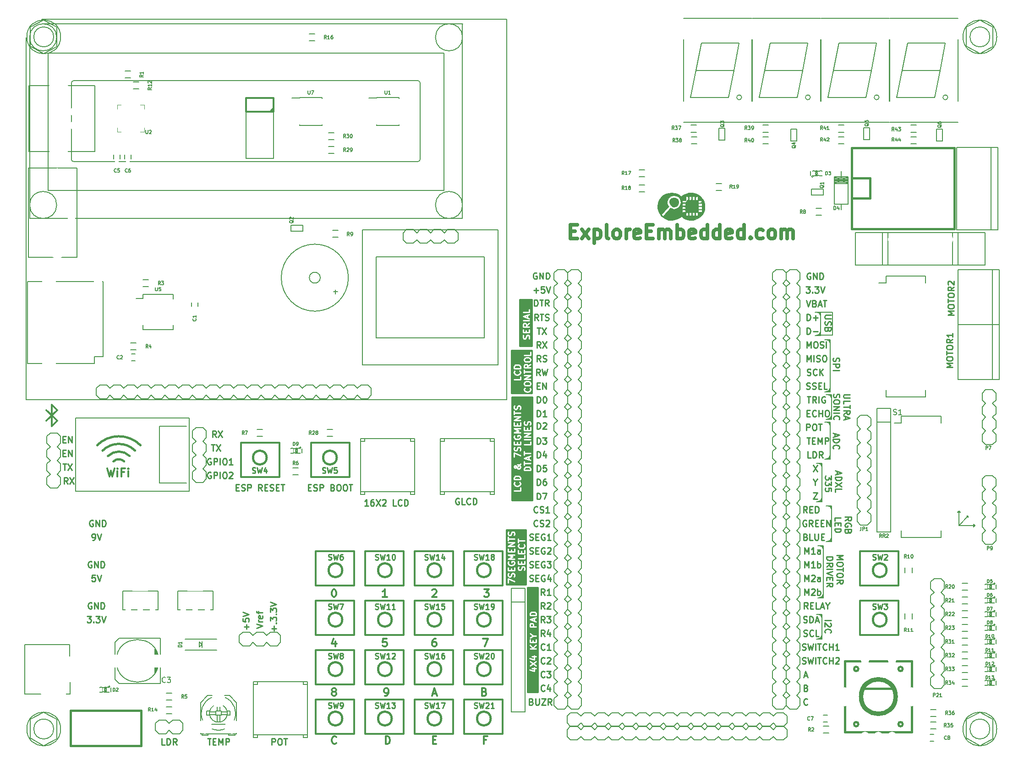
<source format=gbr>
G04 #@! TF.FileFunction,Legend,Top*
%FSLAX46Y46*%
G04 Gerber Fmt 4.6, Leading zero omitted, Abs format (unit mm)*
G04 Created by KiCad (PCBNEW (2015-01-16 BZR 5376)-product) date 9/14/2016 2:32:55 PM*
%MOMM*%
G01*
G04 APERTURE LIST*
%ADD10C,0.100000*%
%ADD11C,0.200000*%
%ADD12C,0.349250*%
%ADD13C,0.635000*%
%ADD14C,0.285750*%
%ADD15C,0.300000*%
%ADD16C,0.400000*%
%ADD17C,0.375000*%
%ADD18C,0.150000*%
%ADD19C,0.381000*%
%ADD20C,0.200660*%
%ADD21C,0.050800*%
%ADD22C,0.304800*%
%ADD23C,0.002540*%
%ADD24C,0.158750*%
%ADD25C,0.254000*%
%ADD26O,1.800000X2.600000*%
%ADD27C,3.000000*%
%ADD28O,1.727200X2.032000*%
%ADD29C,1.524000*%
%ADD30C,3.500000*%
%ADD31O,2.032000X1.727200*%
%ADD32R,1.000000X0.900000*%
%ADD33R,2.032000X1.727200*%
%ADD34R,1.727200X1.727200*%
%ADD35O,1.727200X1.727200*%
%ADD36C,1.501140*%
%ADD37C,2.999740*%
%ADD38C,2.499360*%
%ADD39C,2.032000*%
%ADD40O,2.032000X2.032000*%
%ADD41R,3.500120X2.400300*%
%ADD42R,2.300000X2.300000*%
%ADD43C,2.500000*%
%ADD44O,1.651000X4.000000*%
%ADD45O,1.524000X2.524000*%
%ADD46R,0.750000X1.200000*%
%ADD47C,4.800600*%
%ADD48R,4.800600X4.800600*%
%ADD49R,1.800000X1.800000*%
%ADD50R,0.797560X0.797560*%
%ADD51C,1.998980*%
%ADD52R,1.998980X1.998980*%
%ADD53R,1.000760X2.499360*%
%ADD54R,2.999740X2.499360*%
%ADD55O,2.300000X1.600000*%
%ADD56R,2.540000X2.540000*%
%ADD57C,2.540000*%
%ADD58C,3.200000*%
%ADD59R,0.500000X0.750000*%
%ADD60R,1.200000X0.900000*%
%ADD61R,0.900000X1.200000*%
%ADD62R,1.500000X0.700000*%
%ADD63R,1.500000X1.500000*%
%ADD64R,2.500000X2.000000*%
%ADD65C,1.600000*%
%ADD66C,2.000000*%
%ADD67R,1.000760X0.231140*%
%ADD68R,0.231140X1.000760*%
%ADD69R,1.501140X1.501140*%
%ADD70C,0.299720*%
%ADD71C,1.397000*%
%ADD72R,3.000000X5.000000*%
%ADD73R,1.200000X0.750000*%
%ADD74R,0.750000X0.500000*%
%ADD75R,1.397000X1.397000*%
%ADD76O,1.501140X1.998980*%
%ADD77C,3.500120*%
%ADD78R,1.550000X0.600000*%
%ADD79R,1.200000X0.400000*%
G04 APERTURE END LIST*
D10*
D11*
X188856500Y-86866000D02*
X186456500Y-86866000D01*
X188856500Y-86766000D02*
X188856500Y-86866000D01*
X186656500Y-86766000D02*
X186656500Y-86866000D01*
X188856500Y-82566000D02*
X188856500Y-86766000D01*
X186656500Y-82566000D02*
X188856500Y-82566000D01*
D12*
X124850072Y-161698214D02*
X124384405Y-161698214D01*
X124384405Y-162429976D02*
X124384405Y-161032976D01*
X125049643Y-161032976D01*
X114953143Y-161698214D02*
X115418810Y-161698214D01*
X115618381Y-162429976D02*
X114953143Y-162429976D01*
X114953143Y-161032976D01*
X115618381Y-161032976D01*
X106250619Y-162429976D02*
X106250619Y-161032976D01*
X106583238Y-161032976D01*
X106782810Y-161099500D01*
X106915857Y-161232548D01*
X106982381Y-161365595D01*
X107048905Y-161631690D01*
X107048905Y-161831262D01*
X106982381Y-162097357D01*
X106915857Y-162230405D01*
X106782810Y-162363452D01*
X106583238Y-162429976D01*
X106250619Y-162429976D01*
X97142905Y-162296929D02*
X97076381Y-162363452D01*
X96876810Y-162429976D01*
X96743762Y-162429976D01*
X96544190Y-162363452D01*
X96411143Y-162230405D01*
X96344619Y-162097357D01*
X96278095Y-161831262D01*
X96278095Y-161631690D01*
X96344619Y-161365595D01*
X96411143Y-161232548D01*
X96544190Y-161099500D01*
X96743762Y-161032976D01*
X96876810Y-161032976D01*
X97076381Y-161099500D01*
X97142905Y-161166024D01*
X124496286Y-152808214D02*
X124695857Y-152874738D01*
X124762381Y-152941262D01*
X124828905Y-153074310D01*
X124828905Y-153273881D01*
X124762381Y-153406929D01*
X124695857Y-153473452D01*
X124562810Y-153539976D01*
X124030619Y-153539976D01*
X124030619Y-152142976D01*
X124496286Y-152142976D01*
X124629333Y-152209500D01*
X124695857Y-152276024D01*
X124762381Y-152409071D01*
X124762381Y-152542119D01*
X124695857Y-152675167D01*
X124629333Y-152741690D01*
X124496286Y-152808214D01*
X124030619Y-152808214D01*
X114919881Y-153140833D02*
X115585119Y-153140833D01*
X114786834Y-153539976D02*
X115252500Y-152142976D01*
X115718167Y-153539976D01*
X106096405Y-153539976D02*
X106362500Y-153539976D01*
X106495548Y-153473452D01*
X106562072Y-153406929D01*
X106695119Y-153207357D01*
X106761643Y-152941262D01*
X106761643Y-152409071D01*
X106695119Y-152276024D01*
X106628595Y-152209500D01*
X106495548Y-152142976D01*
X106229452Y-152142976D01*
X106096405Y-152209500D01*
X106029881Y-152276024D01*
X105963357Y-152409071D01*
X105963357Y-152741690D01*
X106029881Y-152874738D01*
X106096405Y-152941262D01*
X106229452Y-153007786D01*
X106495548Y-153007786D01*
X106628595Y-152941262D01*
X106695119Y-152874738D01*
X106761643Y-152741690D01*
X96577452Y-152741690D02*
X96444405Y-152675167D01*
X96377881Y-152608643D01*
X96311357Y-152475595D01*
X96311357Y-152409071D01*
X96377881Y-152276024D01*
X96444405Y-152209500D01*
X96577452Y-152142976D01*
X96843548Y-152142976D01*
X96976595Y-152209500D01*
X97043119Y-152276024D01*
X97109643Y-152409071D01*
X97109643Y-152475595D01*
X97043119Y-152608643D01*
X96976595Y-152675167D01*
X96843548Y-152741690D01*
X96577452Y-152741690D01*
X96444405Y-152808214D01*
X96377881Y-152874738D01*
X96311357Y-153007786D01*
X96311357Y-153273881D01*
X96377881Y-153406929D01*
X96444405Y-153473452D01*
X96577452Y-153539976D01*
X96843548Y-153539976D01*
X96976595Y-153473452D01*
X97043119Y-153406929D01*
X97109643Y-153273881D01*
X97109643Y-153007786D01*
X97043119Y-152874738D01*
X96976595Y-152808214D01*
X96843548Y-152741690D01*
X124184833Y-142998976D02*
X125116167Y-142998976D01*
X124517452Y-144395976D01*
X115518595Y-142998976D02*
X115252500Y-142998976D01*
X115119452Y-143065500D01*
X115052929Y-143132024D01*
X114919881Y-143331595D01*
X114853357Y-143597690D01*
X114853357Y-144129881D01*
X114919881Y-144262929D01*
X114986405Y-144329452D01*
X115119452Y-144395976D01*
X115385548Y-144395976D01*
X115518595Y-144329452D01*
X115585119Y-144262929D01*
X115651643Y-144129881D01*
X115651643Y-143797262D01*
X115585119Y-143664214D01*
X115518595Y-143597690D01*
X115385548Y-143531167D01*
X115119452Y-143531167D01*
X114986405Y-143597690D01*
X114919881Y-143664214D01*
X114853357Y-143797262D01*
X106441119Y-142998976D02*
X105775881Y-142998976D01*
X105709357Y-143664214D01*
X105775881Y-143597690D01*
X105908929Y-143531167D01*
X106241548Y-143531167D01*
X106374595Y-143597690D01*
X106441119Y-143664214D01*
X106507643Y-143797262D01*
X106507643Y-144129881D01*
X106441119Y-144262929D01*
X106374595Y-144329452D01*
X106241548Y-144395976D01*
X105908929Y-144395976D01*
X105775881Y-144329452D01*
X105709357Y-144262929D01*
X96976595Y-143464643D02*
X96976595Y-144395976D01*
X96643976Y-142932452D02*
X96311357Y-143930310D01*
X97176167Y-143930310D01*
X124438833Y-133854976D02*
X125303643Y-133854976D01*
X124837976Y-134387167D01*
X125037548Y-134387167D01*
X125170595Y-134453690D01*
X125237119Y-134520214D01*
X125303643Y-134653262D01*
X125303643Y-134985881D01*
X125237119Y-135118929D01*
X125170595Y-135185452D01*
X125037548Y-135251976D01*
X124638405Y-135251976D01*
X124505357Y-135185452D01*
X124438833Y-135118929D01*
X114853357Y-133988024D02*
X114919881Y-133921500D01*
X115052929Y-133854976D01*
X115385548Y-133854976D01*
X115518595Y-133921500D01*
X115585119Y-133988024D01*
X115651643Y-134121071D01*
X115651643Y-134254119D01*
X115585119Y-134453690D01*
X114786833Y-135251976D01*
X115651643Y-135251976D01*
X106507643Y-135251976D02*
X105709357Y-135251976D01*
X106108500Y-135251976D02*
X106108500Y-133854976D01*
X105975452Y-134054548D01*
X105842405Y-134187595D01*
X105709357Y-134254119D01*
X96643976Y-133854976D02*
X96777024Y-133854976D01*
X96910072Y-133921500D01*
X96976595Y-133988024D01*
X97043119Y-134121071D01*
X97109643Y-134387167D01*
X97109643Y-134719786D01*
X97043119Y-134985881D01*
X96976595Y-135118929D01*
X96910072Y-135185452D01*
X96777024Y-135251976D01*
X96643976Y-135251976D01*
X96510929Y-135185452D01*
X96444405Y-135118929D01*
X96377881Y-134985881D01*
X96311357Y-134719786D01*
X96311357Y-134387167D01*
X96377881Y-134121071D01*
X96444405Y-133988024D01*
X96510929Y-133921500D01*
X96643976Y-133854976D01*
D13*
X140410596Y-67636571D02*
X141257263Y-67636571D01*
X141620120Y-68967048D02*
X140410596Y-68967048D01*
X140410596Y-66427048D01*
X141620120Y-66427048D01*
X142466786Y-68967048D02*
X143797262Y-67273714D01*
X142466786Y-67273714D02*
X143797262Y-68967048D01*
X144764881Y-67273714D02*
X144764881Y-69813714D01*
X144764881Y-67394667D02*
X145006786Y-67273714D01*
X145490595Y-67273714D01*
X145732500Y-67394667D01*
X145853452Y-67515619D01*
X145974405Y-67757524D01*
X145974405Y-68483238D01*
X145853452Y-68725143D01*
X145732500Y-68846095D01*
X145490595Y-68967048D01*
X145006786Y-68967048D01*
X144764881Y-68846095D01*
X147425833Y-68967048D02*
X147183928Y-68846095D01*
X147062976Y-68604190D01*
X147062976Y-66427048D01*
X148756309Y-68967048D02*
X148514404Y-68846095D01*
X148393452Y-68725143D01*
X148272500Y-68483238D01*
X148272500Y-67757524D01*
X148393452Y-67515619D01*
X148514404Y-67394667D01*
X148756309Y-67273714D01*
X149119166Y-67273714D01*
X149361071Y-67394667D01*
X149482023Y-67515619D01*
X149602976Y-67757524D01*
X149602976Y-68483238D01*
X149482023Y-68725143D01*
X149361071Y-68846095D01*
X149119166Y-68967048D01*
X148756309Y-68967048D01*
X150691547Y-68967048D02*
X150691547Y-67273714D01*
X150691547Y-67757524D02*
X150812499Y-67515619D01*
X150933452Y-67394667D01*
X151175356Y-67273714D01*
X151417261Y-67273714D01*
X153231547Y-68846095D02*
X152989642Y-68967048D01*
X152505833Y-68967048D01*
X152263928Y-68846095D01*
X152142976Y-68604190D01*
X152142976Y-67636571D01*
X152263928Y-67394667D01*
X152505833Y-67273714D01*
X152989642Y-67273714D01*
X153231547Y-67394667D01*
X153352499Y-67636571D01*
X153352499Y-67878476D01*
X152142976Y-68120381D01*
X154441071Y-67636571D02*
X155287738Y-67636571D01*
X155650595Y-68967048D02*
X154441071Y-68967048D01*
X154441071Y-66427048D01*
X155650595Y-66427048D01*
X156739166Y-68967048D02*
X156739166Y-67273714D01*
X156739166Y-67515619D02*
X156860118Y-67394667D01*
X157102023Y-67273714D01*
X157464880Y-67273714D01*
X157706785Y-67394667D01*
X157827737Y-67636571D01*
X157827737Y-68967048D01*
X157827737Y-67636571D02*
X157948690Y-67394667D01*
X158190594Y-67273714D01*
X158553452Y-67273714D01*
X158795356Y-67394667D01*
X158916309Y-67636571D01*
X158916309Y-68967048D01*
X160125833Y-68967048D02*
X160125833Y-66427048D01*
X160125833Y-67394667D02*
X160367738Y-67273714D01*
X160851547Y-67273714D01*
X161093452Y-67394667D01*
X161214404Y-67515619D01*
X161335357Y-67757524D01*
X161335357Y-68483238D01*
X161214404Y-68725143D01*
X161093452Y-68846095D01*
X160851547Y-68967048D01*
X160367738Y-68967048D01*
X160125833Y-68846095D01*
X163391547Y-68846095D02*
X163149642Y-68967048D01*
X162665833Y-68967048D01*
X162423928Y-68846095D01*
X162302976Y-68604190D01*
X162302976Y-67636571D01*
X162423928Y-67394667D01*
X162665833Y-67273714D01*
X163149642Y-67273714D01*
X163391547Y-67394667D01*
X163512499Y-67636571D01*
X163512499Y-67878476D01*
X162302976Y-68120381D01*
X165689642Y-68967048D02*
X165689642Y-66427048D01*
X165689642Y-68846095D02*
X165447738Y-68967048D01*
X164963928Y-68967048D01*
X164722023Y-68846095D01*
X164601071Y-68725143D01*
X164480119Y-68483238D01*
X164480119Y-67757524D01*
X164601071Y-67515619D01*
X164722023Y-67394667D01*
X164963928Y-67273714D01*
X165447738Y-67273714D01*
X165689642Y-67394667D01*
X167987737Y-68967048D02*
X167987737Y-66427048D01*
X167987737Y-68846095D02*
X167745833Y-68967048D01*
X167262023Y-68967048D01*
X167020118Y-68846095D01*
X166899166Y-68725143D01*
X166778214Y-68483238D01*
X166778214Y-67757524D01*
X166899166Y-67515619D01*
X167020118Y-67394667D01*
X167262023Y-67273714D01*
X167745833Y-67273714D01*
X167987737Y-67394667D01*
X170164880Y-68846095D02*
X169922975Y-68967048D01*
X169439166Y-68967048D01*
X169197261Y-68846095D01*
X169076309Y-68604190D01*
X169076309Y-67636571D01*
X169197261Y-67394667D01*
X169439166Y-67273714D01*
X169922975Y-67273714D01*
X170164880Y-67394667D01*
X170285832Y-67636571D01*
X170285832Y-67878476D01*
X169076309Y-68120381D01*
X172462975Y-68967048D02*
X172462975Y-66427048D01*
X172462975Y-68846095D02*
X172221071Y-68967048D01*
X171737261Y-68967048D01*
X171495356Y-68846095D01*
X171374404Y-68725143D01*
X171253452Y-68483238D01*
X171253452Y-67757524D01*
X171374404Y-67515619D01*
X171495356Y-67394667D01*
X171737261Y-67273714D01*
X172221071Y-67273714D01*
X172462975Y-67394667D01*
X173672499Y-68725143D02*
X173793451Y-68846095D01*
X173672499Y-68967048D01*
X173551547Y-68846095D01*
X173672499Y-68725143D01*
X173672499Y-68967048D01*
X175970594Y-68846095D02*
X175728690Y-68967048D01*
X175244880Y-68967048D01*
X175002975Y-68846095D01*
X174882023Y-68725143D01*
X174761071Y-68483238D01*
X174761071Y-67757524D01*
X174882023Y-67515619D01*
X175002975Y-67394667D01*
X175244880Y-67273714D01*
X175728690Y-67273714D01*
X175970594Y-67394667D01*
X177422023Y-68967048D02*
X177180118Y-68846095D01*
X177059166Y-68725143D01*
X176938214Y-68483238D01*
X176938214Y-67757524D01*
X177059166Y-67515619D01*
X177180118Y-67394667D01*
X177422023Y-67273714D01*
X177784880Y-67273714D01*
X178026785Y-67394667D01*
X178147737Y-67515619D01*
X178268690Y-67757524D01*
X178268690Y-68483238D01*
X178147737Y-68725143D01*
X178026785Y-68846095D01*
X177784880Y-68967048D01*
X177422023Y-68967048D01*
X179357261Y-68967048D02*
X179357261Y-67273714D01*
X179357261Y-67515619D02*
X179478213Y-67394667D01*
X179720118Y-67273714D01*
X180082975Y-67273714D01*
X180324880Y-67394667D01*
X180445832Y-67636571D01*
X180445832Y-68967048D01*
X180445832Y-67636571D02*
X180566785Y-67394667D01*
X180808689Y-67273714D01*
X181171547Y-67273714D01*
X181413451Y-67394667D01*
X181534404Y-67636571D01*
X181534404Y-68967048D01*
D14*
X211273571Y-83139643D02*
X210130571Y-83139643D01*
X210947000Y-82758643D01*
X210130571Y-82377643D01*
X211273571Y-82377643D01*
X210130571Y-81615643D02*
X210130571Y-81397929D01*
X210185000Y-81289071D01*
X210293857Y-81180214D01*
X210511571Y-81125786D01*
X210892571Y-81125786D01*
X211110286Y-81180214D01*
X211219143Y-81289071D01*
X211273571Y-81397929D01*
X211273571Y-81615643D01*
X211219143Y-81724500D01*
X211110286Y-81833357D01*
X210892571Y-81887786D01*
X210511571Y-81887786D01*
X210293857Y-81833357D01*
X210185000Y-81724500D01*
X210130571Y-81615643D01*
X210130571Y-80799214D02*
X210130571Y-80146071D01*
X211273571Y-80472642D02*
X210130571Y-80472642D01*
X210130571Y-79547357D02*
X210130571Y-79329643D01*
X210185000Y-79220785D01*
X210293857Y-79111928D01*
X210511571Y-79057500D01*
X210892571Y-79057500D01*
X211110286Y-79111928D01*
X211219143Y-79220785D01*
X211273571Y-79329643D01*
X211273571Y-79547357D01*
X211219143Y-79656214D01*
X211110286Y-79765071D01*
X210892571Y-79819500D01*
X210511571Y-79819500D01*
X210293857Y-79765071D01*
X210185000Y-79656214D01*
X210130571Y-79547357D01*
X211273571Y-77914499D02*
X210729286Y-78295499D01*
X211273571Y-78567642D02*
X210130571Y-78567642D01*
X210130571Y-78132214D01*
X210185000Y-78023356D01*
X210239429Y-77968928D01*
X210348286Y-77914499D01*
X210511571Y-77914499D01*
X210620429Y-77968928D01*
X210674857Y-78023356D01*
X210729286Y-78132214D01*
X210729286Y-78567642D01*
X210239429Y-77479071D02*
X210185000Y-77424642D01*
X210130571Y-77315785D01*
X210130571Y-77043642D01*
X210185000Y-76934785D01*
X210239429Y-76880356D01*
X210348286Y-76825928D01*
X210457143Y-76825928D01*
X210620429Y-76880356D01*
X211273571Y-77533499D01*
X211273571Y-76825928D01*
X211019571Y-92791643D02*
X209876571Y-92791643D01*
X210693000Y-92410643D01*
X209876571Y-92029643D01*
X211019571Y-92029643D01*
X209876571Y-91267643D02*
X209876571Y-91049929D01*
X209931000Y-90941071D01*
X210039857Y-90832214D01*
X210257571Y-90777786D01*
X210638571Y-90777786D01*
X210856286Y-90832214D01*
X210965143Y-90941071D01*
X211019571Y-91049929D01*
X211019571Y-91267643D01*
X210965143Y-91376500D01*
X210856286Y-91485357D01*
X210638571Y-91539786D01*
X210257571Y-91539786D01*
X210039857Y-91485357D01*
X209931000Y-91376500D01*
X209876571Y-91267643D01*
X209876571Y-90451214D02*
X209876571Y-89798071D01*
X211019571Y-90124642D02*
X209876571Y-90124642D01*
X209876571Y-89199357D02*
X209876571Y-88981643D01*
X209931000Y-88872785D01*
X210039857Y-88763928D01*
X210257571Y-88709500D01*
X210638571Y-88709500D01*
X210856286Y-88763928D01*
X210965143Y-88872785D01*
X211019571Y-88981643D01*
X211019571Y-89199357D01*
X210965143Y-89308214D01*
X210856286Y-89417071D01*
X210638571Y-89471500D01*
X210257571Y-89471500D01*
X210039857Y-89417071D01*
X209931000Y-89308214D01*
X209876571Y-89199357D01*
X211019571Y-87566499D02*
X210475286Y-87947499D01*
X211019571Y-88219642D02*
X209876571Y-88219642D01*
X209876571Y-87784214D01*
X209931000Y-87675356D01*
X209985429Y-87620928D01*
X210094286Y-87566499D01*
X210257571Y-87566499D01*
X210366429Y-87620928D01*
X210420857Y-87675356D01*
X210475286Y-87784214D01*
X210475286Y-88219642D01*
X211019571Y-86477928D02*
X211019571Y-87131071D01*
X211019571Y-86804499D02*
X209876571Y-86804499D01*
X210039857Y-86913356D01*
X210148714Y-87022214D01*
X210203143Y-87131071D01*
X85616143Y-141496142D02*
X85616143Y-140625285D01*
X86051571Y-141060714D02*
X85180714Y-141060714D01*
X85942714Y-140080999D02*
X85997143Y-140026571D01*
X86051571Y-140080999D01*
X85997143Y-140135428D01*
X85942714Y-140080999D01*
X86051571Y-140080999D01*
X84908571Y-139645570D02*
X84908571Y-138937999D01*
X85344000Y-139318999D01*
X85344000Y-139155713D01*
X85398429Y-139046856D01*
X85452857Y-138992427D01*
X85561714Y-138937999D01*
X85833857Y-138937999D01*
X85942714Y-138992427D01*
X85997143Y-139046856D01*
X86051571Y-139155713D01*
X86051571Y-139482285D01*
X85997143Y-139591142D01*
X85942714Y-139645570D01*
X85942714Y-138448142D02*
X85997143Y-138393714D01*
X86051571Y-138448142D01*
X85997143Y-138502571D01*
X85942714Y-138448142D01*
X86051571Y-138448142D01*
X84908571Y-138012713D02*
X84908571Y-137305142D01*
X85344000Y-137686142D01*
X85344000Y-137522856D01*
X85398429Y-137413999D01*
X85452857Y-137359570D01*
X85561714Y-137305142D01*
X85833857Y-137305142D01*
X85942714Y-137359570D01*
X85997143Y-137413999D01*
X86051571Y-137522856D01*
X86051571Y-137849428D01*
X85997143Y-137958285D01*
X85942714Y-138012713D01*
X84908571Y-136978571D02*
X86051571Y-136597571D01*
X84908571Y-136216571D01*
X80536143Y-141169571D02*
X80536143Y-140298714D01*
X80971571Y-140734143D02*
X80100714Y-140734143D01*
X79828571Y-139210142D02*
X79828571Y-139754428D01*
X80372857Y-139808857D01*
X80318429Y-139754428D01*
X80264000Y-139645571D01*
X80264000Y-139373428D01*
X80318429Y-139264571D01*
X80372857Y-139210142D01*
X80481714Y-139155714D01*
X80753857Y-139155714D01*
X80862714Y-139210142D01*
X80917143Y-139264571D01*
X80971571Y-139373428D01*
X80971571Y-139645571D01*
X80917143Y-139754428D01*
X80862714Y-139808857D01*
X79828571Y-138829143D02*
X80971571Y-138448143D01*
X79828571Y-138067143D01*
X82368571Y-140997214D02*
X83511571Y-140616214D01*
X82368571Y-140235214D01*
X83511571Y-139854214D02*
X82749571Y-139854214D01*
X82967286Y-139854214D02*
X82858429Y-139799786D01*
X82804000Y-139745357D01*
X82749571Y-139636500D01*
X82749571Y-139527643D01*
X83457143Y-138711215D02*
X83511571Y-138820072D01*
X83511571Y-139037786D01*
X83457143Y-139146643D01*
X83348286Y-139201072D01*
X82912857Y-139201072D01*
X82804000Y-139146643D01*
X82749571Y-139037786D01*
X82749571Y-138820072D01*
X82804000Y-138711215D01*
X82912857Y-138656786D01*
X83021714Y-138656786D01*
X83130571Y-139201072D01*
X82749571Y-138330215D02*
X82749571Y-137894786D01*
X83511571Y-138166929D02*
X82531857Y-138166929D01*
X82423000Y-138112501D01*
X82368571Y-138003643D01*
X82368571Y-137894786D01*
X65441286Y-162569071D02*
X64897000Y-162569071D01*
X64897000Y-161426071D01*
X65822286Y-162569071D02*
X65822286Y-161426071D01*
X66094429Y-161426071D01*
X66257714Y-161480500D01*
X66366572Y-161589357D01*
X66421000Y-161698214D01*
X66475429Y-161915929D01*
X66475429Y-162079214D01*
X66421000Y-162296929D01*
X66366572Y-162405786D01*
X66257714Y-162514643D01*
X66094429Y-162569071D01*
X65822286Y-162569071D01*
X67618429Y-162569071D02*
X67237429Y-162024786D01*
X66965286Y-162569071D02*
X66965286Y-161426071D01*
X67400714Y-161426071D01*
X67509572Y-161480500D01*
X67564000Y-161534929D01*
X67618429Y-161643786D01*
X67618429Y-161807071D01*
X67564000Y-161915929D01*
X67509572Y-161970357D01*
X67400714Y-162024786D01*
X66965286Y-162024786D01*
X73306214Y-161426071D02*
X73959357Y-161426071D01*
X73632786Y-162569071D02*
X73632786Y-161426071D01*
X74340357Y-161970357D02*
X74721357Y-161970357D01*
X74884643Y-162569071D02*
X74340357Y-162569071D01*
X74340357Y-161426071D01*
X74884643Y-161426071D01*
X75374500Y-162569071D02*
X75374500Y-161426071D01*
X75755500Y-162242500D01*
X76136500Y-161426071D01*
X76136500Y-162569071D01*
X76680786Y-162569071D02*
X76680786Y-161426071D01*
X77116214Y-161426071D01*
X77225072Y-161480500D01*
X77279500Y-161534929D01*
X77333929Y-161643786D01*
X77333929Y-161807071D01*
X77279500Y-161915929D01*
X77225072Y-161970357D01*
X77116214Y-162024786D01*
X76680786Y-162024786D01*
X85217000Y-162569071D02*
X85217000Y-161426071D01*
X85652428Y-161426071D01*
X85761286Y-161480500D01*
X85815714Y-161534929D01*
X85870143Y-161643786D01*
X85870143Y-161807071D01*
X85815714Y-161915929D01*
X85761286Y-161970357D01*
X85652428Y-162024786D01*
X85217000Y-162024786D01*
X86577714Y-161426071D02*
X86795428Y-161426071D01*
X86904286Y-161480500D01*
X87013143Y-161589357D01*
X87067571Y-161807071D01*
X87067571Y-162188071D01*
X87013143Y-162405786D01*
X86904286Y-162514643D01*
X86795428Y-162569071D01*
X86577714Y-162569071D01*
X86468857Y-162514643D01*
X86360000Y-162405786D01*
X86305571Y-162188071D01*
X86305571Y-161807071D01*
X86360000Y-161589357D01*
X86468857Y-161480500D01*
X86577714Y-161426071D01*
X87394143Y-161426071D02*
X88047286Y-161426071D01*
X87720715Y-162569071D02*
X87720715Y-161426071D01*
X73941214Y-112204500D02*
X73832357Y-112150071D01*
X73669071Y-112150071D01*
X73505786Y-112204500D01*
X73396928Y-112313357D01*
X73342500Y-112422214D01*
X73288071Y-112639929D01*
X73288071Y-112803214D01*
X73342500Y-113020929D01*
X73396928Y-113129786D01*
X73505786Y-113238643D01*
X73669071Y-113293071D01*
X73777928Y-113293071D01*
X73941214Y-113238643D01*
X73995643Y-113184214D01*
X73995643Y-112803214D01*
X73777928Y-112803214D01*
X74485500Y-113293071D02*
X74485500Y-112150071D01*
X74920928Y-112150071D01*
X75029786Y-112204500D01*
X75084214Y-112258929D01*
X75138643Y-112367786D01*
X75138643Y-112531071D01*
X75084214Y-112639929D01*
X75029786Y-112694357D01*
X74920928Y-112748786D01*
X74485500Y-112748786D01*
X75628500Y-113293071D02*
X75628500Y-112150071D01*
X76390500Y-112150071D02*
X76608214Y-112150071D01*
X76717072Y-112204500D01*
X76825929Y-112313357D01*
X76880357Y-112531071D01*
X76880357Y-112912071D01*
X76825929Y-113129786D01*
X76717072Y-113238643D01*
X76608214Y-113293071D01*
X76390500Y-113293071D01*
X76281643Y-113238643D01*
X76172786Y-113129786D01*
X76118357Y-112912071D01*
X76118357Y-112531071D01*
X76172786Y-112313357D01*
X76281643Y-112204500D01*
X76390500Y-112150071D01*
X77315786Y-112258929D02*
X77370215Y-112204500D01*
X77479072Y-112150071D01*
X77751215Y-112150071D01*
X77860072Y-112204500D01*
X77914501Y-112258929D01*
X77968929Y-112367786D01*
X77968929Y-112476643D01*
X77914501Y-112639929D01*
X77261358Y-113293071D01*
X77968929Y-113293071D01*
X73941214Y-109664500D02*
X73832357Y-109610071D01*
X73669071Y-109610071D01*
X73505786Y-109664500D01*
X73396928Y-109773357D01*
X73342500Y-109882214D01*
X73288071Y-110099929D01*
X73288071Y-110263214D01*
X73342500Y-110480929D01*
X73396928Y-110589786D01*
X73505786Y-110698643D01*
X73669071Y-110753071D01*
X73777928Y-110753071D01*
X73941214Y-110698643D01*
X73995643Y-110644214D01*
X73995643Y-110263214D01*
X73777928Y-110263214D01*
X74485500Y-110753071D02*
X74485500Y-109610071D01*
X74920928Y-109610071D01*
X75029786Y-109664500D01*
X75084214Y-109718929D01*
X75138643Y-109827786D01*
X75138643Y-109991071D01*
X75084214Y-110099929D01*
X75029786Y-110154357D01*
X74920928Y-110208786D01*
X74485500Y-110208786D01*
X75628500Y-110753071D02*
X75628500Y-109610071D01*
X76390500Y-109610071D02*
X76608214Y-109610071D01*
X76717072Y-109664500D01*
X76825929Y-109773357D01*
X76880357Y-109991071D01*
X76880357Y-110372071D01*
X76825929Y-110589786D01*
X76717072Y-110698643D01*
X76608214Y-110753071D01*
X76390500Y-110753071D01*
X76281643Y-110698643D01*
X76172786Y-110589786D01*
X76118357Y-110372071D01*
X76118357Y-109991071D01*
X76172786Y-109773357D01*
X76281643Y-109664500D01*
X76390500Y-109610071D01*
X77968929Y-110753071D02*
X77315786Y-110753071D01*
X77642358Y-110753071D02*
X77642358Y-109610071D01*
X77533501Y-109773357D01*
X77424643Y-109882214D01*
X77315786Y-109936643D01*
X73995643Y-107070071D02*
X74648786Y-107070071D01*
X74322215Y-108213071D02*
X74322215Y-107070071D01*
X74920929Y-107070071D02*
X75682929Y-108213071D01*
X75682929Y-107070071D02*
X74920929Y-108213071D01*
X74930001Y-105673071D02*
X74549001Y-105128786D01*
X74276858Y-105673071D02*
X74276858Y-104530071D01*
X74712286Y-104530071D01*
X74821144Y-104584500D01*
X74875572Y-104638929D01*
X74930001Y-104747786D01*
X74930001Y-104911071D01*
X74875572Y-105019929D01*
X74821144Y-105074357D01*
X74712286Y-105128786D01*
X74276858Y-105128786D01*
X75311001Y-104530071D02*
X76073001Y-105673071D01*
X76073001Y-104530071D02*
X75311001Y-105673071D01*
X47498001Y-114309071D02*
X47117001Y-113764786D01*
X46844858Y-114309071D02*
X46844858Y-113166071D01*
X47280286Y-113166071D01*
X47389144Y-113220500D01*
X47443572Y-113274929D01*
X47498001Y-113383786D01*
X47498001Y-113547071D01*
X47443572Y-113655929D01*
X47389144Y-113710357D01*
X47280286Y-113764786D01*
X46844858Y-113764786D01*
X47879001Y-113166071D02*
X48641001Y-114309071D01*
X48641001Y-113166071D02*
X47879001Y-114309071D01*
X46563643Y-110626071D02*
X47216786Y-110626071D01*
X46890215Y-111769071D02*
X46890215Y-110626071D01*
X47488929Y-110626071D02*
X48250929Y-111769071D01*
X48250929Y-110626071D02*
X47488929Y-111769071D01*
X46590857Y-108630357D02*
X46971857Y-108630357D01*
X47135143Y-109229071D02*
X46590857Y-109229071D01*
X46590857Y-108086071D01*
X47135143Y-108086071D01*
X47625000Y-109229071D02*
X47625000Y-108086071D01*
X48278143Y-109229071D01*
X48278143Y-108086071D01*
X46590857Y-106090357D02*
X46971857Y-106090357D01*
X47135143Y-106689071D02*
X46590857Y-106689071D01*
X46590857Y-105546071D01*
X47135143Y-105546071D01*
X47625000Y-106689071D02*
X47625000Y-105546071D01*
X48278143Y-106689071D01*
X48278143Y-105546071D01*
X91948000Y-114980357D02*
X92329000Y-114980357D01*
X92492286Y-115579071D02*
X91948000Y-115579071D01*
X91948000Y-114436071D01*
X92492286Y-114436071D01*
X92927714Y-115524643D02*
X93091000Y-115579071D01*
X93363143Y-115579071D01*
X93472000Y-115524643D01*
X93526429Y-115470214D01*
X93580857Y-115361357D01*
X93580857Y-115252500D01*
X93526429Y-115143643D01*
X93472000Y-115089214D01*
X93363143Y-115034786D01*
X93145429Y-114980357D01*
X93036571Y-114925929D01*
X92982143Y-114871500D01*
X92927714Y-114762643D01*
X92927714Y-114653786D01*
X92982143Y-114544929D01*
X93036571Y-114490500D01*
X93145429Y-114436071D01*
X93417571Y-114436071D01*
X93580857Y-114490500D01*
X94070714Y-115579071D02*
X94070714Y-114436071D01*
X94506142Y-114436071D01*
X94615000Y-114490500D01*
X94669428Y-114544929D01*
X94723857Y-114653786D01*
X94723857Y-114817071D01*
X94669428Y-114925929D01*
X94615000Y-114980357D01*
X94506142Y-115034786D01*
X94070714Y-115034786D01*
X96465571Y-114980357D02*
X96628857Y-115034786D01*
X96683285Y-115089214D01*
X96737714Y-115198071D01*
X96737714Y-115361357D01*
X96683285Y-115470214D01*
X96628857Y-115524643D01*
X96519999Y-115579071D01*
X96084571Y-115579071D01*
X96084571Y-114436071D01*
X96465571Y-114436071D01*
X96574428Y-114490500D01*
X96628857Y-114544929D01*
X96683285Y-114653786D01*
X96683285Y-114762643D01*
X96628857Y-114871500D01*
X96574428Y-114925929D01*
X96465571Y-114980357D01*
X96084571Y-114980357D01*
X97445285Y-114436071D02*
X97662999Y-114436071D01*
X97771857Y-114490500D01*
X97880714Y-114599357D01*
X97935142Y-114817071D01*
X97935142Y-115198071D01*
X97880714Y-115415786D01*
X97771857Y-115524643D01*
X97662999Y-115579071D01*
X97445285Y-115579071D01*
X97336428Y-115524643D01*
X97227571Y-115415786D01*
X97173142Y-115198071D01*
X97173142Y-114817071D01*
X97227571Y-114599357D01*
X97336428Y-114490500D01*
X97445285Y-114436071D01*
X98642714Y-114436071D02*
X98860428Y-114436071D01*
X98969286Y-114490500D01*
X99078143Y-114599357D01*
X99132571Y-114817071D01*
X99132571Y-115198071D01*
X99078143Y-115415786D01*
X98969286Y-115524643D01*
X98860428Y-115579071D01*
X98642714Y-115579071D01*
X98533857Y-115524643D01*
X98425000Y-115415786D01*
X98370571Y-115198071D01*
X98370571Y-114817071D01*
X98425000Y-114599357D01*
X98533857Y-114490500D01*
X98642714Y-114436071D01*
X99459143Y-114436071D02*
X100112286Y-114436071D01*
X99785715Y-115579071D02*
X99785715Y-114436071D01*
X78613001Y-114980357D02*
X78994001Y-114980357D01*
X79157287Y-115579071D02*
X78613001Y-115579071D01*
X78613001Y-114436071D01*
X79157287Y-114436071D01*
X79592715Y-115524643D02*
X79756001Y-115579071D01*
X80028144Y-115579071D01*
X80137001Y-115524643D01*
X80191430Y-115470214D01*
X80245858Y-115361357D01*
X80245858Y-115252500D01*
X80191430Y-115143643D01*
X80137001Y-115089214D01*
X80028144Y-115034786D01*
X79810430Y-114980357D01*
X79701572Y-114925929D01*
X79647144Y-114871500D01*
X79592715Y-114762643D01*
X79592715Y-114653786D01*
X79647144Y-114544929D01*
X79701572Y-114490500D01*
X79810430Y-114436071D01*
X80082572Y-114436071D01*
X80245858Y-114490500D01*
X80735715Y-115579071D02*
X80735715Y-114436071D01*
X81171143Y-114436071D01*
X81280001Y-114490500D01*
X81334429Y-114544929D01*
X81388858Y-114653786D01*
X81388858Y-114817071D01*
X81334429Y-114925929D01*
X81280001Y-114980357D01*
X81171143Y-115034786D01*
X80735715Y-115034786D01*
X83402715Y-115579071D02*
X83021715Y-115034786D01*
X82749572Y-115579071D02*
X82749572Y-114436071D01*
X83185000Y-114436071D01*
X83293858Y-114490500D01*
X83348286Y-114544929D01*
X83402715Y-114653786D01*
X83402715Y-114817071D01*
X83348286Y-114925929D01*
X83293858Y-114980357D01*
X83185000Y-115034786D01*
X82749572Y-115034786D01*
X83892572Y-114980357D02*
X84273572Y-114980357D01*
X84436858Y-115579071D02*
X83892572Y-115579071D01*
X83892572Y-114436071D01*
X84436858Y-114436071D01*
X84872286Y-115524643D02*
X85035572Y-115579071D01*
X85307715Y-115579071D01*
X85416572Y-115524643D01*
X85471001Y-115470214D01*
X85525429Y-115361357D01*
X85525429Y-115252500D01*
X85471001Y-115143643D01*
X85416572Y-115089214D01*
X85307715Y-115034786D01*
X85090001Y-114980357D01*
X84981143Y-114925929D01*
X84926715Y-114871500D01*
X84872286Y-114762643D01*
X84872286Y-114653786D01*
X84926715Y-114544929D01*
X84981143Y-114490500D01*
X85090001Y-114436071D01*
X85362143Y-114436071D01*
X85525429Y-114490500D01*
X86015286Y-114980357D02*
X86396286Y-114980357D01*
X86559572Y-115579071D02*
X86015286Y-115579071D01*
X86015286Y-114436071D01*
X86559572Y-114436071D01*
X86886143Y-114436071D02*
X87539286Y-114436071D01*
X87212715Y-115579071D02*
X87212715Y-114436071D01*
X119788214Y-117030500D02*
X119679357Y-116976071D01*
X119516071Y-116976071D01*
X119352786Y-117030500D01*
X119243928Y-117139357D01*
X119189500Y-117248214D01*
X119135071Y-117465929D01*
X119135071Y-117629214D01*
X119189500Y-117846929D01*
X119243928Y-117955786D01*
X119352786Y-118064643D01*
X119516071Y-118119071D01*
X119624928Y-118119071D01*
X119788214Y-118064643D01*
X119842643Y-118010214D01*
X119842643Y-117629214D01*
X119624928Y-117629214D01*
X120876786Y-118119071D02*
X120332500Y-118119071D01*
X120332500Y-116976071D01*
X121910929Y-118010214D02*
X121856500Y-118064643D01*
X121693214Y-118119071D01*
X121584357Y-118119071D01*
X121421072Y-118064643D01*
X121312214Y-117955786D01*
X121257786Y-117846929D01*
X121203357Y-117629214D01*
X121203357Y-117465929D01*
X121257786Y-117248214D01*
X121312214Y-117139357D01*
X121421072Y-117030500D01*
X121584357Y-116976071D01*
X121693214Y-116976071D01*
X121856500Y-117030500D01*
X121910929Y-117084929D01*
X122400786Y-118119071D02*
X122400786Y-116976071D01*
X122672929Y-116976071D01*
X122836214Y-117030500D01*
X122945072Y-117139357D01*
X122999500Y-117248214D01*
X123053929Y-117465929D01*
X123053929Y-117629214D01*
X122999500Y-117846929D01*
X122945072Y-117955786D01*
X122836214Y-118064643D01*
X122672929Y-118119071D01*
X122400786Y-118119071D01*
X103015144Y-118373071D02*
X102362001Y-118373071D01*
X102688573Y-118373071D02*
X102688573Y-117230071D01*
X102579716Y-117393357D01*
X102470858Y-117502214D01*
X102362001Y-117556643D01*
X103994858Y-117230071D02*
X103777144Y-117230071D01*
X103668287Y-117284500D01*
X103613858Y-117338929D01*
X103505001Y-117502214D01*
X103450572Y-117719929D01*
X103450572Y-118155357D01*
X103505001Y-118264214D01*
X103559429Y-118318643D01*
X103668287Y-118373071D01*
X103886001Y-118373071D01*
X103994858Y-118318643D01*
X104049287Y-118264214D01*
X104103715Y-118155357D01*
X104103715Y-117883214D01*
X104049287Y-117774357D01*
X103994858Y-117719929D01*
X103886001Y-117665500D01*
X103668287Y-117665500D01*
X103559429Y-117719929D01*
X103505001Y-117774357D01*
X103450572Y-117883214D01*
X104484715Y-117230071D02*
X105246715Y-118373071D01*
X105246715Y-117230071D02*
X104484715Y-118373071D01*
X105627714Y-117338929D02*
X105682143Y-117284500D01*
X105791000Y-117230071D01*
X106063143Y-117230071D01*
X106172000Y-117284500D01*
X106226429Y-117338929D01*
X106280857Y-117447786D01*
X106280857Y-117556643D01*
X106226429Y-117719929D01*
X105573286Y-118373071D01*
X106280857Y-118373071D01*
X108185857Y-118373071D02*
X107641571Y-118373071D01*
X107641571Y-117230071D01*
X109220000Y-118264214D02*
X109165571Y-118318643D01*
X109002285Y-118373071D01*
X108893428Y-118373071D01*
X108730143Y-118318643D01*
X108621285Y-118209786D01*
X108566857Y-118100929D01*
X108512428Y-117883214D01*
X108512428Y-117719929D01*
X108566857Y-117502214D01*
X108621285Y-117393357D01*
X108730143Y-117284500D01*
X108893428Y-117230071D01*
X109002285Y-117230071D01*
X109165571Y-117284500D01*
X109220000Y-117338929D01*
X109709857Y-118373071D02*
X109709857Y-117230071D01*
X109982000Y-117230071D01*
X110145285Y-117284500D01*
X110254143Y-117393357D01*
X110308571Y-117502214D01*
X110363000Y-117719929D01*
X110363000Y-117883214D01*
X110308571Y-118100929D01*
X110254143Y-118209786D01*
X110145285Y-118318643D01*
X109982000Y-118373071D01*
X109709857Y-118373071D01*
D11*
X186626500Y-83312000D02*
G75*
G03X185864500Y-82550000I-762000J0D01*
G01*
X185864500Y-86868000D02*
G75*
G03X186626500Y-86106000I0J762000D01*
G01*
X188404500Y-88392000D02*
G75*
G03X187642500Y-87630000I-762000J0D01*
G01*
X187642500Y-97282000D02*
G75*
G03X188404500Y-96520000I0J762000D01*
G01*
X188658500Y-98552000D02*
G75*
G03X187896500Y-97790000I-762000J0D01*
G01*
X187896500Y-102362000D02*
G75*
G03X188658500Y-101600000I0J762000D01*
G01*
X188404500Y-103632000D02*
G75*
G03X187642500Y-102870000I-762000J0D01*
G01*
X187642500Y-109728000D02*
G75*
G03X188404500Y-108966000I0J762000D01*
G01*
X186118500Y-143002000D02*
G75*
G03X186880500Y-142240000I0J762000D01*
G01*
X186880500Y-139192000D02*
G75*
G03X186118500Y-138430000I-762000J0D01*
G01*
X186372500Y-135382000D02*
G75*
G03X187134500Y-134620000I0J762000D01*
G01*
X187134500Y-126492000D02*
G75*
G03X186372500Y-125730000I-762000J0D01*
G01*
X187896500Y-124968000D02*
G75*
G03X188658500Y-124206000I0J762000D01*
G01*
X188658500Y-119126000D02*
G75*
G03X187896500Y-118364000I-762000J0D01*
G01*
X186118500Y-117602000D02*
G75*
G03X186880500Y-116840000I0J762000D01*
G01*
X186880500Y-111252000D02*
G75*
G03X186118500Y-110490000I-762000J0D01*
G01*
X188150500Y-124968000D02*
G75*
G03X188658500Y-124460000I0J508000D01*
G01*
X188658500Y-118872000D02*
G75*
G03X188150500Y-118364000I-508000J0D01*
G01*
X186372500Y-117602000D02*
G75*
G03X186880500Y-117094000I0J508000D01*
G01*
X186880500Y-110998000D02*
G75*
G03X186372500Y-110490000I-508000J0D01*
G01*
X187896500Y-109728000D02*
G75*
G03X188404500Y-109220000I0J508000D01*
G01*
X188404500Y-103378000D02*
G75*
G03X187896500Y-102870000I-508000J0D01*
G01*
X188150500Y-102362000D02*
G75*
G03X188658500Y-101854000I0J508000D01*
G01*
X188658500Y-98298000D02*
G75*
G03X188150500Y-97790000I-508000J0D01*
G01*
X187896500Y-97282000D02*
G75*
G03X188404500Y-96774000I0J508000D01*
G01*
X188404500Y-88138000D02*
G75*
G03X187896500Y-87630000I-508000J0D01*
G01*
X186118500Y-86868000D02*
G75*
G03X186626500Y-86360000I0J508000D01*
G01*
X186626500Y-83058000D02*
G75*
G03X186118500Y-82550000I-508000J0D01*
G01*
X186118500Y-82550000D02*
X185610500Y-82550000D01*
X186118500Y-86868000D02*
X185610500Y-86868000D01*
X187896500Y-87630000D02*
X187388500Y-87630000D01*
X187896500Y-97282000D02*
X187388500Y-97282000D01*
X188658500Y-97790000D02*
X187642500Y-97790000D01*
X188658500Y-102362000D02*
X187642500Y-102362000D01*
X188658500Y-97790000D02*
X188658500Y-102362000D01*
X187896500Y-102870000D02*
X187388500Y-102870000D01*
X186372500Y-110490000D02*
X185864500Y-110490000D01*
X187896500Y-109728000D02*
X187388500Y-109728000D01*
X186880500Y-117602000D02*
X185864500Y-117602000D01*
X186880500Y-117348000D02*
X186880500Y-117602000D01*
X188150500Y-118364000D02*
X187642500Y-118364000D01*
X188150500Y-124968000D02*
X187642500Y-124968000D01*
X186372500Y-135382000D02*
X186118500Y-135382000D01*
X186372500Y-125730000D02*
X186118500Y-125730000D01*
X186372500Y-138430000D02*
X185864500Y-138430000D01*
X186372500Y-143002000D02*
X185864500Y-143002000D01*
X186372500Y-143002000D02*
G75*
G03X186880500Y-142494000I0J508000D01*
G01*
X186880500Y-138938000D02*
G75*
G03X186372500Y-138430000I-508000J0D01*
G01*
D14*
X183224714Y-147528643D02*
X183388000Y-147583071D01*
X183660143Y-147583071D01*
X183769000Y-147528643D01*
X183823429Y-147474214D01*
X183877857Y-147365357D01*
X183877857Y-147256500D01*
X183823429Y-147147643D01*
X183769000Y-147093214D01*
X183660143Y-147038786D01*
X183442429Y-146984357D01*
X183333571Y-146929929D01*
X183279143Y-146875500D01*
X183224714Y-146766643D01*
X183224714Y-146657786D01*
X183279143Y-146548929D01*
X183333571Y-146494500D01*
X183442429Y-146440071D01*
X183714571Y-146440071D01*
X183877857Y-146494500D01*
X184258857Y-146440071D02*
X184531000Y-147583071D01*
X184748714Y-146766643D01*
X184966428Y-147583071D01*
X185238571Y-146440071D01*
X185674000Y-147583071D02*
X185674000Y-146440071D01*
X186055000Y-146440071D02*
X186708143Y-146440071D01*
X186381572Y-147583071D02*
X186381572Y-146440071D01*
X187742286Y-147474214D02*
X187687857Y-147528643D01*
X187524571Y-147583071D01*
X187415714Y-147583071D01*
X187252429Y-147528643D01*
X187143571Y-147419786D01*
X187089143Y-147310929D01*
X187034714Y-147093214D01*
X187034714Y-146929929D01*
X187089143Y-146712214D01*
X187143571Y-146603357D01*
X187252429Y-146494500D01*
X187415714Y-146440071D01*
X187524571Y-146440071D01*
X187687857Y-146494500D01*
X187742286Y-146548929D01*
X188232143Y-147583071D02*
X188232143Y-146440071D01*
X188232143Y-146984357D02*
X188885286Y-146984357D01*
X188885286Y-147583071D02*
X188885286Y-146440071D01*
X189375143Y-146548929D02*
X189429572Y-146494500D01*
X189538429Y-146440071D01*
X189810572Y-146440071D01*
X189919429Y-146494500D01*
X189973858Y-146548929D01*
X190028286Y-146657786D01*
X190028286Y-146766643D01*
X189973858Y-146929929D01*
X189320715Y-147583071D01*
X190028286Y-147583071D01*
D11*
X187134500Y-126238000D02*
G75*
G03X186626500Y-125730000I-508000J0D01*
G01*
X186626500Y-135382000D02*
G75*
G03X187134500Y-134874000I0J508000D01*
G01*
X186626500Y-135382000D02*
X186372500Y-135382000D01*
X186626500Y-125730000D02*
X186372500Y-125730000D01*
X187134500Y-125730000D02*
X186626500Y-125730000D01*
X187134500Y-135382000D02*
X187134500Y-125730000D01*
X186626500Y-135382000D02*
X187134500Y-135382000D01*
X186880500Y-143002000D02*
X186372500Y-143002000D01*
X186880500Y-142748000D02*
X186880500Y-143002000D01*
X186880500Y-138430000D02*
X186880500Y-142748000D01*
X186372500Y-138430000D02*
X186880500Y-138430000D01*
D14*
X187379429Y-139600215D02*
X188522429Y-139600215D01*
X188413571Y-140090072D02*
X188468000Y-140144501D01*
X188522429Y-140253358D01*
X188522429Y-140525501D01*
X188468000Y-140634358D01*
X188413571Y-140688787D01*
X188304714Y-140743215D01*
X188195857Y-140743215D01*
X188032571Y-140688787D01*
X187379429Y-140035644D01*
X187379429Y-140743215D01*
X187488286Y-141886215D02*
X187433857Y-141831786D01*
X187379429Y-141668500D01*
X187379429Y-141559643D01*
X187433857Y-141396358D01*
X187542714Y-141287500D01*
X187651571Y-141233072D01*
X187869286Y-141178643D01*
X188032571Y-141178643D01*
X188250286Y-141233072D01*
X188359143Y-141287500D01*
X188468000Y-141396358D01*
X188522429Y-141559643D01*
X188522429Y-141668500D01*
X188468000Y-141831786D01*
X188413571Y-141886215D01*
D11*
X188658500Y-118364000D02*
X188150500Y-118364000D01*
X188658500Y-124968000D02*
X188150500Y-124968000D01*
X188658500Y-118364000D02*
X188658500Y-124968000D01*
D14*
X189592404Y-127535214D02*
X190735404Y-127535214D01*
X189918975Y-127916214D01*
X190735404Y-128297214D01*
X189592404Y-128297214D01*
X190735404Y-129059214D02*
X190735404Y-129276928D01*
X190680975Y-129385786D01*
X190572118Y-129494643D01*
X190354404Y-129549071D01*
X189973404Y-129549071D01*
X189755689Y-129494643D01*
X189646832Y-129385786D01*
X189592404Y-129276928D01*
X189592404Y-129059214D01*
X189646832Y-128950357D01*
X189755689Y-128841500D01*
X189973404Y-128787071D01*
X190354404Y-128787071D01*
X190572118Y-128841500D01*
X190680975Y-128950357D01*
X190735404Y-129059214D01*
X190735404Y-129875643D02*
X190735404Y-130528786D01*
X189592404Y-130202215D02*
X190735404Y-130202215D01*
X190735404Y-131127500D02*
X190735404Y-131345214D01*
X190680975Y-131454072D01*
X190572118Y-131562929D01*
X190354404Y-131617357D01*
X189973404Y-131617357D01*
X189755689Y-131562929D01*
X189646832Y-131454072D01*
X189592404Y-131345214D01*
X189592404Y-131127500D01*
X189646832Y-131018643D01*
X189755689Y-130909786D01*
X189973404Y-130855357D01*
X190354404Y-130855357D01*
X190572118Y-130909786D01*
X190680975Y-131018643D01*
X190735404Y-131127500D01*
X189592404Y-132760358D02*
X190136689Y-132379358D01*
X189592404Y-132107215D02*
X190735404Y-132107215D01*
X190735404Y-132542643D01*
X190680975Y-132651501D01*
X190626546Y-132705929D01*
X190517689Y-132760358D01*
X190354404Y-132760358D01*
X190245546Y-132705929D01*
X190191118Y-132651501D01*
X190136689Y-132542643D01*
X190136689Y-132107215D01*
X187706454Y-127834572D02*
X188849454Y-127834572D01*
X188849454Y-128106715D01*
X188795025Y-128270000D01*
X188686168Y-128378858D01*
X188577311Y-128433286D01*
X188359596Y-128487715D01*
X188196311Y-128487715D01*
X187978596Y-128433286D01*
X187869739Y-128378858D01*
X187760882Y-128270000D01*
X187706454Y-128106715D01*
X187706454Y-127834572D01*
X187706454Y-129630715D02*
X188250739Y-129249715D01*
X187706454Y-128977572D02*
X188849454Y-128977572D01*
X188849454Y-129413000D01*
X188795025Y-129521858D01*
X188740596Y-129576286D01*
X188631739Y-129630715D01*
X188468454Y-129630715D01*
X188359596Y-129576286D01*
X188305168Y-129521858D01*
X188250739Y-129413000D01*
X188250739Y-128977572D01*
X187706454Y-130120572D02*
X188849454Y-130120572D01*
X188849454Y-130501572D02*
X187706454Y-130882572D01*
X188849454Y-131263572D01*
X188305168Y-131644572D02*
X188305168Y-132025572D01*
X187706454Y-132188858D02*
X187706454Y-131644572D01*
X188849454Y-131644572D01*
X188849454Y-132188858D01*
X187706454Y-133331858D02*
X188250739Y-132950858D01*
X187706454Y-132678715D02*
X188849454Y-132678715D01*
X188849454Y-133114143D01*
X188795025Y-133223001D01*
X188740596Y-133277429D01*
X188631739Y-133331858D01*
X188468454Y-133331858D01*
X188359596Y-133277429D01*
X188305168Y-133223001D01*
X188250739Y-133114143D01*
X188250739Y-132678715D01*
X191116404Y-121130786D02*
X191660689Y-120749786D01*
X191116404Y-120477643D02*
X192259404Y-120477643D01*
X192259404Y-120913071D01*
X192204975Y-121021929D01*
X192150546Y-121076357D01*
X192041689Y-121130786D01*
X191878404Y-121130786D01*
X191769546Y-121076357D01*
X191715118Y-121021929D01*
X191660689Y-120913071D01*
X191660689Y-120477643D01*
X192204975Y-122219357D02*
X192259404Y-122110500D01*
X192259404Y-121947214D01*
X192204975Y-121783929D01*
X192096118Y-121675071D01*
X191987261Y-121620643D01*
X191769546Y-121566214D01*
X191606261Y-121566214D01*
X191388546Y-121620643D01*
X191279689Y-121675071D01*
X191170832Y-121783929D01*
X191116404Y-121947214D01*
X191116404Y-122056071D01*
X191170832Y-122219357D01*
X191225261Y-122273786D01*
X191606261Y-122273786D01*
X191606261Y-122056071D01*
X191715118Y-123144643D02*
X191660689Y-123307929D01*
X191606261Y-123362357D01*
X191497404Y-123416786D01*
X191334118Y-123416786D01*
X191225261Y-123362357D01*
X191170832Y-123307929D01*
X191116404Y-123199071D01*
X191116404Y-122763643D01*
X192259404Y-122763643D01*
X192259404Y-123144643D01*
X192204975Y-123253500D01*
X192150546Y-123307929D01*
X192041689Y-123362357D01*
X191932832Y-123362357D01*
X191823975Y-123307929D01*
X191769546Y-123253500D01*
X191715118Y-123144643D01*
X191715118Y-122763643D01*
X189230454Y-121185215D02*
X189230454Y-120640929D01*
X190373454Y-120640929D01*
X189829168Y-121566215D02*
X189829168Y-121947215D01*
X189230454Y-122110501D02*
X189230454Y-121566215D01*
X190373454Y-121566215D01*
X190373454Y-122110501D01*
X189230454Y-122600358D02*
X190373454Y-122600358D01*
X190373454Y-122872501D01*
X190319025Y-123035786D01*
X190210168Y-123144644D01*
X190101311Y-123199072D01*
X189883596Y-123253501D01*
X189720311Y-123253501D01*
X189502596Y-123199072D01*
X189393739Y-123144644D01*
X189284882Y-123035786D01*
X189230454Y-122872501D01*
X189230454Y-122600358D01*
D11*
X186880500Y-110490000D02*
X186880500Y-117348000D01*
X186372500Y-110490000D02*
X186880500Y-110490000D01*
D14*
X189664975Y-112014000D02*
X189664975Y-112558286D01*
X189338404Y-111905143D02*
X190481404Y-112286143D01*
X189338404Y-112667143D01*
X189338404Y-113048143D02*
X190481404Y-113048143D01*
X190481404Y-113320286D01*
X190426975Y-113483571D01*
X190318118Y-113592429D01*
X190209261Y-113646857D01*
X189991546Y-113701286D01*
X189828261Y-113701286D01*
X189610546Y-113646857D01*
X189501689Y-113592429D01*
X189392832Y-113483571D01*
X189338404Y-113320286D01*
X189338404Y-113048143D01*
X190481404Y-114082286D02*
X189338404Y-114844286D01*
X190481404Y-114844286D02*
X189338404Y-114082286D01*
X189338404Y-115824000D02*
X189338404Y-115279714D01*
X190481404Y-115279714D01*
X188595454Y-112830430D02*
X188595454Y-113538001D01*
X188160025Y-113157001D01*
X188160025Y-113320287D01*
X188105596Y-113429144D01*
X188051168Y-113483573D01*
X187942311Y-113538001D01*
X187670168Y-113538001D01*
X187561311Y-113483573D01*
X187506882Y-113429144D01*
X187452454Y-113320287D01*
X187452454Y-112993715D01*
X187506882Y-112884858D01*
X187561311Y-112830430D01*
X188595454Y-113919001D02*
X188595454Y-114626572D01*
X188160025Y-114245572D01*
X188160025Y-114408858D01*
X188105596Y-114517715D01*
X188051168Y-114572144D01*
X187942311Y-114626572D01*
X187670168Y-114626572D01*
X187561311Y-114572144D01*
X187506882Y-114517715D01*
X187452454Y-114408858D01*
X187452454Y-114082286D01*
X187506882Y-113973429D01*
X187561311Y-113919001D01*
X188595454Y-115660715D02*
X188595454Y-115116429D01*
X188051168Y-115062000D01*
X188105596Y-115116429D01*
X188160025Y-115225286D01*
X188160025Y-115497429D01*
X188105596Y-115606286D01*
X188051168Y-115660715D01*
X187942311Y-115715143D01*
X187670168Y-115715143D01*
X187561311Y-115660715D01*
X187506882Y-115606286D01*
X187452454Y-115497429D01*
X187452454Y-115225286D01*
X187506882Y-115116429D01*
X187561311Y-115062000D01*
D11*
X188404500Y-109728000D02*
X187896500Y-109728000D01*
X188404500Y-102870000D02*
X188404500Y-109728000D01*
X187896500Y-102870000D02*
X188404500Y-102870000D01*
D14*
X189230000Y-105010857D02*
X189230000Y-105555143D01*
X188903429Y-104902000D02*
X190046429Y-105283000D01*
X188903429Y-105664000D01*
X188903429Y-106045000D02*
X190046429Y-106045000D01*
X190046429Y-106317143D01*
X189992000Y-106480428D01*
X189883143Y-106589286D01*
X189774286Y-106643714D01*
X189556571Y-106698143D01*
X189393286Y-106698143D01*
X189175571Y-106643714D01*
X189066714Y-106589286D01*
X188957857Y-106480428D01*
X188903429Y-106317143D01*
X188903429Y-106045000D01*
X189012286Y-107841143D02*
X188957857Y-107786714D01*
X188903429Y-107623428D01*
X188903429Y-107514571D01*
X188957857Y-107351286D01*
X189066714Y-107242428D01*
X189175571Y-107188000D01*
X189393286Y-107133571D01*
X189556571Y-107133571D01*
X189774286Y-107188000D01*
X189883143Y-107242428D01*
X189992000Y-107351286D01*
X190046429Y-107514571D01*
X190046429Y-107623428D01*
X189992000Y-107786714D01*
X189937571Y-107841143D01*
X192005404Y-97790000D02*
X191080118Y-97790000D01*
X190971261Y-97844428D01*
X190916832Y-97898857D01*
X190862404Y-98007714D01*
X190862404Y-98225428D01*
X190916832Y-98334286D01*
X190971261Y-98388714D01*
X191080118Y-98443143D01*
X192005404Y-98443143D01*
X190862404Y-99531715D02*
X190862404Y-98987429D01*
X192005404Y-98987429D01*
X192005404Y-99749429D02*
X192005404Y-100402572D01*
X190862404Y-100076001D02*
X192005404Y-100076001D01*
X190862404Y-101436715D02*
X191406689Y-101055715D01*
X190862404Y-100783572D02*
X192005404Y-100783572D01*
X192005404Y-101219000D01*
X191950975Y-101327858D01*
X191896546Y-101382286D01*
X191787689Y-101436715D01*
X191624404Y-101436715D01*
X191515546Y-101382286D01*
X191461118Y-101327858D01*
X191406689Y-101219000D01*
X191406689Y-100783572D01*
X191188975Y-101872143D02*
X191188975Y-102416429D01*
X190862404Y-101763286D02*
X192005404Y-102144286D01*
X190862404Y-102525286D01*
X189030882Y-97708357D02*
X188976454Y-97871643D01*
X188976454Y-98143786D01*
X189030882Y-98252643D01*
X189085311Y-98307072D01*
X189194168Y-98361500D01*
X189303025Y-98361500D01*
X189411882Y-98307072D01*
X189466311Y-98252643D01*
X189520739Y-98143786D01*
X189575168Y-97926072D01*
X189629596Y-97817214D01*
X189684025Y-97762786D01*
X189792882Y-97708357D01*
X189901739Y-97708357D01*
X190010596Y-97762786D01*
X190065025Y-97817214D01*
X190119454Y-97926072D01*
X190119454Y-98198214D01*
X190065025Y-98361500D01*
X190119454Y-99069071D02*
X190119454Y-99286785D01*
X190065025Y-99395643D01*
X189956168Y-99504500D01*
X189738454Y-99558928D01*
X189357454Y-99558928D01*
X189139739Y-99504500D01*
X189030882Y-99395643D01*
X188976454Y-99286785D01*
X188976454Y-99069071D01*
X189030882Y-98960214D01*
X189139739Y-98851357D01*
X189357454Y-98796928D01*
X189738454Y-98796928D01*
X189956168Y-98851357D01*
X190065025Y-98960214D01*
X190119454Y-99069071D01*
X188976454Y-100048786D02*
X190119454Y-100048786D01*
X188976454Y-100701929D01*
X190119454Y-100701929D01*
X188976454Y-101246215D02*
X190119454Y-101246215D01*
X189085311Y-102443644D02*
X189030882Y-102389215D01*
X188976454Y-102225929D01*
X188976454Y-102117072D01*
X189030882Y-101953787D01*
X189139739Y-101844929D01*
X189248596Y-101790501D01*
X189466311Y-101736072D01*
X189629596Y-101736072D01*
X189847311Y-101790501D01*
X189956168Y-101844929D01*
X190065025Y-101953787D01*
X190119454Y-102117072D01*
X190119454Y-102225929D01*
X190065025Y-102389215D01*
X190010596Y-102443644D01*
D11*
X188404500Y-97282000D02*
X187896500Y-97282000D01*
X188404500Y-97028000D02*
X188404500Y-97282000D01*
X188404500Y-94488000D02*
X188404500Y-97028000D01*
X188404500Y-87630000D02*
X187896500Y-87630000D01*
X188404500Y-87630000D02*
X188404500Y-94488000D01*
D14*
X188957857Y-91031786D02*
X188903429Y-91195072D01*
X188903429Y-91467215D01*
X188957857Y-91576072D01*
X189012286Y-91630501D01*
X189121143Y-91684929D01*
X189230000Y-91684929D01*
X189338857Y-91630501D01*
X189393286Y-91576072D01*
X189447714Y-91467215D01*
X189502143Y-91249501D01*
X189556571Y-91140643D01*
X189611000Y-91086215D01*
X189719857Y-91031786D01*
X189828714Y-91031786D01*
X189937571Y-91086215D01*
X189992000Y-91140643D01*
X190046429Y-91249501D01*
X190046429Y-91521643D01*
X189992000Y-91684929D01*
X188903429Y-92174786D02*
X190046429Y-92174786D01*
X190046429Y-92610214D01*
X189992000Y-92719072D01*
X189937571Y-92773500D01*
X189828714Y-92827929D01*
X189665429Y-92827929D01*
X189556571Y-92773500D01*
X189502143Y-92719072D01*
X189447714Y-92610214D01*
X189447714Y-92174786D01*
X188903429Y-93317786D02*
X190046429Y-93317786D01*
D11*
X186626500Y-82550000D02*
X186118500Y-82550000D01*
X186626500Y-82804000D02*
X186626500Y-82550000D01*
X186626500Y-86868000D02*
X186118500Y-86868000D01*
X186626500Y-82804000D02*
X186626500Y-86868000D01*
D14*
X188522429Y-83139643D02*
X187597143Y-83139643D01*
X187488286Y-83194071D01*
X187433857Y-83248500D01*
X187379429Y-83357357D01*
X187379429Y-83575071D01*
X187433857Y-83683929D01*
X187488286Y-83738357D01*
X187597143Y-83792786D01*
X188522429Y-83792786D01*
X187433857Y-84282643D02*
X187379429Y-84445929D01*
X187379429Y-84718072D01*
X187433857Y-84826929D01*
X187488286Y-84881358D01*
X187597143Y-84935786D01*
X187706000Y-84935786D01*
X187814857Y-84881358D01*
X187869286Y-84826929D01*
X187923714Y-84718072D01*
X187978143Y-84500358D01*
X188032571Y-84391500D01*
X188087000Y-84337072D01*
X188195857Y-84282643D01*
X188304714Y-84282643D01*
X188413571Y-84337072D01*
X188468000Y-84391500D01*
X188522429Y-84500358D01*
X188522429Y-84772500D01*
X188468000Y-84935786D01*
X187978143Y-85806643D02*
X187923714Y-85969929D01*
X187869286Y-86024357D01*
X187760429Y-86078786D01*
X187597143Y-86078786D01*
X187488286Y-86024357D01*
X187433857Y-85969929D01*
X187379429Y-85861071D01*
X187379429Y-85425643D01*
X188522429Y-85425643D01*
X188522429Y-85806643D01*
X188468000Y-85915500D01*
X188413571Y-85969929D01*
X188304714Y-86024357D01*
X188195857Y-86024357D01*
X188087000Y-85969929D01*
X188032571Y-85915500D01*
X187978143Y-85806643D01*
X187978143Y-85425643D01*
D15*
X45556500Y-100674000D02*
X43556500Y-102674000D01*
X44556500Y-99674000D02*
X45556500Y-100674000D01*
X44556500Y-101674000D02*
X43556500Y-100674000D01*
X45556500Y-102674000D02*
X44556500Y-101674000D01*
X44556500Y-103674000D02*
X45556500Y-102674000D01*
X44556500Y-99674000D02*
X44556500Y-103674000D01*
D14*
X52060929Y-124723071D02*
X52278644Y-124723071D01*
X52387501Y-124668643D01*
X52441929Y-124614214D01*
X52550787Y-124450929D01*
X52605215Y-124233214D01*
X52605215Y-123797786D01*
X52550787Y-123688929D01*
X52496358Y-123634500D01*
X52387501Y-123580071D01*
X52169787Y-123580071D01*
X52060929Y-123634500D01*
X52006501Y-123688929D01*
X51952072Y-123797786D01*
X51952072Y-124069929D01*
X52006501Y-124178786D01*
X52060929Y-124233214D01*
X52169787Y-124287643D01*
X52387501Y-124287643D01*
X52496358Y-124233214D01*
X52550787Y-124178786D01*
X52605215Y-124069929D01*
X52931786Y-123580071D02*
X53312786Y-124723071D01*
X53693786Y-123580071D01*
X51081215Y-138820071D02*
X51788786Y-138820071D01*
X51407786Y-139255500D01*
X51571072Y-139255500D01*
X51679929Y-139309929D01*
X51734358Y-139364357D01*
X51788786Y-139473214D01*
X51788786Y-139745357D01*
X51734358Y-139854214D01*
X51679929Y-139908643D01*
X51571072Y-139963071D01*
X51244500Y-139963071D01*
X51135643Y-139908643D01*
X51081215Y-139854214D01*
X52278643Y-139854214D02*
X52333071Y-139908643D01*
X52278643Y-139963071D01*
X52224214Y-139908643D01*
X52278643Y-139854214D01*
X52278643Y-139963071D01*
X52714072Y-138820071D02*
X53421643Y-138820071D01*
X53040643Y-139255500D01*
X53203929Y-139255500D01*
X53312786Y-139309929D01*
X53367215Y-139364357D01*
X53421643Y-139473214D01*
X53421643Y-139745357D01*
X53367215Y-139854214D01*
X53312786Y-139908643D01*
X53203929Y-139963071D01*
X52877357Y-139963071D01*
X52768500Y-139908643D01*
X52714072Y-139854214D01*
X53748214Y-138820071D02*
X54129214Y-139963071D01*
X54510214Y-138820071D01*
X51897643Y-136334500D02*
X51788786Y-136280071D01*
X51625500Y-136280071D01*
X51462215Y-136334500D01*
X51353357Y-136443357D01*
X51298929Y-136552214D01*
X51244500Y-136769929D01*
X51244500Y-136933214D01*
X51298929Y-137150929D01*
X51353357Y-137259786D01*
X51462215Y-137368643D01*
X51625500Y-137423071D01*
X51734357Y-137423071D01*
X51897643Y-137368643D01*
X51952072Y-137314214D01*
X51952072Y-136933214D01*
X51734357Y-136933214D01*
X52441929Y-137423071D02*
X52441929Y-136280071D01*
X53095072Y-137423071D01*
X53095072Y-136280071D01*
X53639358Y-137423071D02*
X53639358Y-136280071D01*
X53911501Y-136280071D01*
X54074786Y-136334500D01*
X54183644Y-136443357D01*
X54238072Y-136552214D01*
X54292501Y-136769929D01*
X54292501Y-136933214D01*
X54238072Y-137150929D01*
X54183644Y-137259786D01*
X54074786Y-137368643D01*
X53911501Y-137423071D01*
X53639358Y-137423071D01*
X52550787Y-131200071D02*
X52006501Y-131200071D01*
X51952072Y-131744357D01*
X52006501Y-131689929D01*
X52115358Y-131635500D01*
X52387501Y-131635500D01*
X52496358Y-131689929D01*
X52550787Y-131744357D01*
X52605215Y-131853214D01*
X52605215Y-132125357D01*
X52550787Y-132234214D01*
X52496358Y-132288643D01*
X52387501Y-132343071D01*
X52115358Y-132343071D01*
X52006501Y-132288643D01*
X51952072Y-132234214D01*
X52931786Y-131200071D02*
X53312786Y-132343071D01*
X53693786Y-131200071D01*
X51897643Y-128714500D02*
X51788786Y-128660071D01*
X51625500Y-128660071D01*
X51462215Y-128714500D01*
X51353357Y-128823357D01*
X51298929Y-128932214D01*
X51244500Y-129149929D01*
X51244500Y-129313214D01*
X51298929Y-129530929D01*
X51353357Y-129639786D01*
X51462215Y-129748643D01*
X51625500Y-129803071D01*
X51734357Y-129803071D01*
X51897643Y-129748643D01*
X51952072Y-129694214D01*
X51952072Y-129313214D01*
X51734357Y-129313214D01*
X52441929Y-129803071D02*
X52441929Y-128660071D01*
X53095072Y-129803071D01*
X53095072Y-128660071D01*
X53639358Y-129803071D02*
X53639358Y-128660071D01*
X53911501Y-128660071D01*
X54074786Y-128714500D01*
X54183644Y-128823357D01*
X54238072Y-128932214D01*
X54292501Y-129149929D01*
X54292501Y-129313214D01*
X54238072Y-129530929D01*
X54183644Y-129639786D01*
X54074786Y-129748643D01*
X53911501Y-129803071D01*
X53639358Y-129803071D01*
X52151643Y-121094500D02*
X52042786Y-121040071D01*
X51879500Y-121040071D01*
X51716215Y-121094500D01*
X51607357Y-121203357D01*
X51552929Y-121312214D01*
X51498500Y-121529929D01*
X51498500Y-121693214D01*
X51552929Y-121910929D01*
X51607357Y-122019786D01*
X51716215Y-122128643D01*
X51879500Y-122183071D01*
X51988357Y-122183071D01*
X52151643Y-122128643D01*
X52206072Y-122074214D01*
X52206072Y-121693214D01*
X51988357Y-121693214D01*
X52695929Y-122183071D02*
X52695929Y-121040071D01*
X53349072Y-122183071D01*
X53349072Y-121040071D01*
X53893358Y-122183071D02*
X53893358Y-121040071D01*
X54165501Y-121040071D01*
X54328786Y-121094500D01*
X54437644Y-121203357D01*
X54492072Y-121312214D01*
X54546501Y-121529929D01*
X54546501Y-121693214D01*
X54492072Y-121910929D01*
X54437644Y-122019786D01*
X54328786Y-122128643D01*
X54165501Y-122183071D01*
X53893358Y-122183071D01*
X184186286Y-155094214D02*
X184131857Y-155148643D01*
X183968571Y-155203071D01*
X183859714Y-155203071D01*
X183696429Y-155148643D01*
X183587571Y-155039786D01*
X183533143Y-154930929D01*
X183478714Y-154713214D01*
X183478714Y-154549929D01*
X183533143Y-154332214D01*
X183587571Y-154223357D01*
X183696429Y-154114500D01*
X183859714Y-154060071D01*
X183968571Y-154060071D01*
X184131857Y-154114500D01*
X184186286Y-154168929D01*
X183914143Y-152064357D02*
X184077429Y-152118786D01*
X184131857Y-152173214D01*
X184186286Y-152282071D01*
X184186286Y-152445357D01*
X184131857Y-152554214D01*
X184077429Y-152608643D01*
X183968571Y-152663071D01*
X183533143Y-152663071D01*
X183533143Y-151520071D01*
X183914143Y-151520071D01*
X184023000Y-151574500D01*
X184077429Y-151628929D01*
X184131857Y-151737786D01*
X184131857Y-151846643D01*
X184077429Y-151955500D01*
X184023000Y-152009929D01*
X183914143Y-152064357D01*
X183533143Y-152064357D01*
X183560357Y-149796500D02*
X184104643Y-149796500D01*
X183451500Y-150123071D02*
X183832500Y-148980071D01*
X184213500Y-150123071D01*
X183224714Y-144988643D02*
X183388000Y-145043071D01*
X183660143Y-145043071D01*
X183769000Y-144988643D01*
X183823429Y-144934214D01*
X183877857Y-144825357D01*
X183877857Y-144716500D01*
X183823429Y-144607643D01*
X183769000Y-144553214D01*
X183660143Y-144498786D01*
X183442429Y-144444357D01*
X183333571Y-144389929D01*
X183279143Y-144335500D01*
X183224714Y-144226643D01*
X183224714Y-144117786D01*
X183279143Y-144008929D01*
X183333571Y-143954500D01*
X183442429Y-143900071D01*
X183714571Y-143900071D01*
X183877857Y-143954500D01*
X184258857Y-143900071D02*
X184531000Y-145043071D01*
X184748714Y-144226643D01*
X184966428Y-145043071D01*
X185238571Y-143900071D01*
X185674000Y-145043071D02*
X185674000Y-143900071D01*
X186055000Y-143900071D02*
X186708143Y-143900071D01*
X186381572Y-145043071D02*
X186381572Y-143900071D01*
X187742286Y-144934214D02*
X187687857Y-144988643D01*
X187524571Y-145043071D01*
X187415714Y-145043071D01*
X187252429Y-144988643D01*
X187143571Y-144879786D01*
X187089143Y-144770929D01*
X187034714Y-144553214D01*
X187034714Y-144389929D01*
X187089143Y-144172214D01*
X187143571Y-144063357D01*
X187252429Y-143954500D01*
X187415714Y-143900071D01*
X187524571Y-143900071D01*
X187687857Y-143954500D01*
X187742286Y-144008929D01*
X188232143Y-145043071D02*
X188232143Y-143900071D01*
X188232143Y-144444357D02*
X188885286Y-144444357D01*
X188885286Y-145043071D02*
X188885286Y-143900071D01*
X190028286Y-145043071D02*
X189375143Y-145043071D01*
X189701715Y-145043071D02*
X189701715Y-143900071D01*
X189592858Y-144063357D01*
X189484000Y-144172214D01*
X189375143Y-144226643D01*
X183487786Y-142448643D02*
X183651072Y-142503071D01*
X183923215Y-142503071D01*
X184032072Y-142448643D01*
X184086501Y-142394214D01*
X184140929Y-142285357D01*
X184140929Y-142176500D01*
X184086501Y-142067643D01*
X184032072Y-142013214D01*
X183923215Y-141958786D01*
X183705501Y-141904357D01*
X183596643Y-141849929D01*
X183542215Y-141795500D01*
X183487786Y-141686643D01*
X183487786Y-141577786D01*
X183542215Y-141468929D01*
X183596643Y-141414500D01*
X183705501Y-141360071D01*
X183977643Y-141360071D01*
X184140929Y-141414500D01*
X185283929Y-142394214D02*
X185229500Y-142448643D01*
X185066214Y-142503071D01*
X184957357Y-142503071D01*
X184794072Y-142448643D01*
X184685214Y-142339786D01*
X184630786Y-142230929D01*
X184576357Y-142013214D01*
X184576357Y-141849929D01*
X184630786Y-141632214D01*
X184685214Y-141523357D01*
X184794072Y-141414500D01*
X184957357Y-141360071D01*
X185066214Y-141360071D01*
X185229500Y-141414500D01*
X185283929Y-141468929D01*
X186318072Y-142503071D02*
X185773786Y-142503071D01*
X185773786Y-141360071D01*
X183460572Y-139908643D02*
X183623858Y-139963071D01*
X183896001Y-139963071D01*
X184004858Y-139908643D01*
X184059287Y-139854214D01*
X184113715Y-139745357D01*
X184113715Y-139636500D01*
X184059287Y-139527643D01*
X184004858Y-139473214D01*
X183896001Y-139418786D01*
X183678287Y-139364357D01*
X183569429Y-139309929D01*
X183515001Y-139255500D01*
X183460572Y-139146643D01*
X183460572Y-139037786D01*
X183515001Y-138928929D01*
X183569429Y-138874500D01*
X183678287Y-138820071D01*
X183950429Y-138820071D01*
X184113715Y-138874500D01*
X184603572Y-139963071D02*
X184603572Y-138820071D01*
X184875715Y-138820071D01*
X185039000Y-138874500D01*
X185147858Y-138983357D01*
X185202286Y-139092214D01*
X185256715Y-139309929D01*
X185256715Y-139473214D01*
X185202286Y-139690929D01*
X185147858Y-139799786D01*
X185039000Y-139908643D01*
X184875715Y-139963071D01*
X184603572Y-139963071D01*
X185692143Y-139636500D02*
X186236429Y-139636500D01*
X185583286Y-139963071D02*
X185964286Y-138820071D01*
X186345286Y-139963071D01*
X184258858Y-137423071D02*
X183877858Y-136878786D01*
X183605715Y-137423071D02*
X183605715Y-136280071D01*
X184041143Y-136280071D01*
X184150001Y-136334500D01*
X184204429Y-136388929D01*
X184258858Y-136497786D01*
X184258858Y-136661071D01*
X184204429Y-136769929D01*
X184150001Y-136824357D01*
X184041143Y-136878786D01*
X183605715Y-136878786D01*
X184748715Y-136824357D02*
X185129715Y-136824357D01*
X185293001Y-137423071D02*
X184748715Y-137423071D01*
X184748715Y-136280071D01*
X185293001Y-136280071D01*
X186327144Y-137423071D02*
X185782858Y-137423071D01*
X185782858Y-136280071D01*
X186653715Y-137096500D02*
X187198001Y-137096500D01*
X186544858Y-137423071D02*
X186925858Y-136280071D01*
X187306858Y-137423071D01*
X187905572Y-136878786D02*
X187905572Y-137423071D01*
X187524572Y-136280071D02*
X187905572Y-136878786D01*
X188286572Y-136280071D01*
X183660143Y-134883071D02*
X183660143Y-133740071D01*
X184041143Y-134556500D01*
X184422143Y-133740071D01*
X184422143Y-134883071D01*
X184912000Y-133848929D02*
X184966429Y-133794500D01*
X185075286Y-133740071D01*
X185347429Y-133740071D01*
X185456286Y-133794500D01*
X185510715Y-133848929D01*
X185565143Y-133957786D01*
X185565143Y-134066643D01*
X185510715Y-134229929D01*
X184857572Y-134883071D01*
X185565143Y-134883071D01*
X186055000Y-134883071D02*
X186055000Y-133740071D01*
X186055000Y-134175500D02*
X186163857Y-134121071D01*
X186381571Y-134121071D01*
X186490428Y-134175500D01*
X186544857Y-134229929D01*
X186599286Y-134338786D01*
X186599286Y-134665357D01*
X186544857Y-134774214D01*
X186490428Y-134828643D01*
X186381571Y-134883071D01*
X186163857Y-134883071D01*
X186055000Y-134828643D01*
X183660143Y-132343071D02*
X183660143Y-131200071D01*
X184041143Y-132016500D01*
X184422143Y-131200071D01*
X184422143Y-132343071D01*
X184912000Y-131308929D02*
X184966429Y-131254500D01*
X185075286Y-131200071D01*
X185347429Y-131200071D01*
X185456286Y-131254500D01*
X185510715Y-131308929D01*
X185565143Y-131417786D01*
X185565143Y-131526643D01*
X185510715Y-131689929D01*
X184857572Y-132343071D01*
X185565143Y-132343071D01*
X186544857Y-132343071D02*
X186544857Y-131744357D01*
X186490428Y-131635500D01*
X186381571Y-131581071D01*
X186163857Y-131581071D01*
X186055000Y-131635500D01*
X186544857Y-132288643D02*
X186436000Y-132343071D01*
X186163857Y-132343071D01*
X186055000Y-132288643D01*
X186000571Y-132179786D01*
X186000571Y-132070929D01*
X186055000Y-131962071D01*
X186163857Y-131907643D01*
X186436000Y-131907643D01*
X186544857Y-131853214D01*
X183660143Y-129803071D02*
X183660143Y-128660071D01*
X184041143Y-129476500D01*
X184422143Y-128660071D01*
X184422143Y-129803071D01*
X185565143Y-129803071D02*
X184912000Y-129803071D01*
X185238572Y-129803071D02*
X185238572Y-128660071D01*
X185129715Y-128823357D01*
X185020857Y-128932214D01*
X184912000Y-128986643D01*
X186055000Y-129803071D02*
X186055000Y-128660071D01*
X186055000Y-129095500D02*
X186163857Y-129041071D01*
X186381571Y-129041071D01*
X186490428Y-129095500D01*
X186544857Y-129149929D01*
X186599286Y-129258786D01*
X186599286Y-129585357D01*
X186544857Y-129694214D01*
X186490428Y-129748643D01*
X186381571Y-129803071D01*
X186163857Y-129803071D01*
X186055000Y-129748643D01*
X183660143Y-127263071D02*
X183660143Y-126120071D01*
X184041143Y-126936500D01*
X184422143Y-126120071D01*
X184422143Y-127263071D01*
X185565143Y-127263071D02*
X184912000Y-127263071D01*
X185238572Y-127263071D02*
X185238572Y-126120071D01*
X185129715Y-126283357D01*
X185020857Y-126392214D01*
X184912000Y-126446643D01*
X186544857Y-127263071D02*
X186544857Y-126664357D01*
X186490428Y-126555500D01*
X186381571Y-126501071D01*
X186163857Y-126501071D01*
X186055000Y-126555500D01*
X186544857Y-127208643D02*
X186436000Y-127263071D01*
X186163857Y-127263071D01*
X186055000Y-127208643D01*
X186000571Y-127099786D01*
X186000571Y-126990929D01*
X186055000Y-126882071D01*
X186163857Y-126827643D01*
X186436000Y-126827643D01*
X186544857Y-126773214D01*
X183859714Y-124124357D02*
X184023000Y-124178786D01*
X184077428Y-124233214D01*
X184131857Y-124342071D01*
X184131857Y-124505357D01*
X184077428Y-124614214D01*
X184023000Y-124668643D01*
X183914142Y-124723071D01*
X183478714Y-124723071D01*
X183478714Y-123580071D01*
X183859714Y-123580071D01*
X183968571Y-123634500D01*
X184023000Y-123688929D01*
X184077428Y-123797786D01*
X184077428Y-123906643D01*
X184023000Y-124015500D01*
X183968571Y-124069929D01*
X183859714Y-124124357D01*
X183478714Y-124124357D01*
X185166000Y-124723071D02*
X184621714Y-124723071D01*
X184621714Y-123580071D01*
X185547000Y-123580071D02*
X185547000Y-124505357D01*
X185601428Y-124614214D01*
X185655857Y-124668643D01*
X185764714Y-124723071D01*
X185982428Y-124723071D01*
X186091286Y-124668643D01*
X186145714Y-124614214D01*
X186200143Y-124505357D01*
X186200143Y-123580071D01*
X186744429Y-124124357D02*
X187125429Y-124124357D01*
X187288715Y-124723071D02*
X186744429Y-124723071D01*
X186744429Y-123580071D01*
X187288715Y-123580071D01*
X183959500Y-121094500D02*
X183850643Y-121040071D01*
X183687357Y-121040071D01*
X183524072Y-121094500D01*
X183415214Y-121203357D01*
X183360786Y-121312214D01*
X183306357Y-121529929D01*
X183306357Y-121693214D01*
X183360786Y-121910929D01*
X183415214Y-122019786D01*
X183524072Y-122128643D01*
X183687357Y-122183071D01*
X183796214Y-122183071D01*
X183959500Y-122128643D01*
X184013929Y-122074214D01*
X184013929Y-121693214D01*
X183796214Y-121693214D01*
X185156929Y-122183071D02*
X184775929Y-121638786D01*
X184503786Y-122183071D02*
X184503786Y-121040071D01*
X184939214Y-121040071D01*
X185048072Y-121094500D01*
X185102500Y-121148929D01*
X185156929Y-121257786D01*
X185156929Y-121421071D01*
X185102500Y-121529929D01*
X185048072Y-121584357D01*
X184939214Y-121638786D01*
X184503786Y-121638786D01*
X185646786Y-121584357D02*
X186027786Y-121584357D01*
X186191072Y-122183071D02*
X185646786Y-122183071D01*
X185646786Y-121040071D01*
X186191072Y-121040071D01*
X186680929Y-121584357D02*
X187061929Y-121584357D01*
X187225215Y-122183071D02*
X186680929Y-122183071D01*
X186680929Y-121040071D01*
X187225215Y-121040071D01*
X187715072Y-122183071D02*
X187715072Y-121040071D01*
X188368215Y-122183071D01*
X188368215Y-121040071D01*
X184113715Y-119643071D02*
X183732715Y-119098786D01*
X183460572Y-119643071D02*
X183460572Y-118500071D01*
X183896000Y-118500071D01*
X184004858Y-118554500D01*
X184059286Y-118608929D01*
X184113715Y-118717786D01*
X184113715Y-118881071D01*
X184059286Y-118989929D01*
X184004858Y-119044357D01*
X183896000Y-119098786D01*
X183460572Y-119098786D01*
X184603572Y-119044357D02*
X184984572Y-119044357D01*
X185147858Y-119643071D02*
X184603572Y-119643071D01*
X184603572Y-118500071D01*
X185147858Y-118500071D01*
X185637715Y-119643071D02*
X185637715Y-118500071D01*
X185909858Y-118500071D01*
X186073143Y-118554500D01*
X186182001Y-118663357D01*
X186236429Y-118772214D01*
X186290858Y-118989929D01*
X186290858Y-119153214D01*
X186236429Y-119370929D01*
X186182001Y-119479786D01*
X186073143Y-119588643D01*
X185909858Y-119643071D01*
X185637715Y-119643071D01*
X185229501Y-115960071D02*
X185991501Y-115960071D01*
X185229501Y-117103071D01*
X185991501Y-117103071D01*
X185610500Y-114018786D02*
X185610500Y-114563071D01*
X185229500Y-113420071D02*
X185610500Y-114018786D01*
X185991500Y-113420071D01*
X185229501Y-110880071D02*
X185991501Y-112023071D01*
X185991501Y-110880071D02*
X185229501Y-112023071D01*
X184821286Y-109483071D02*
X184277000Y-109483071D01*
X184277000Y-108340071D01*
X185202286Y-109483071D02*
X185202286Y-108340071D01*
X185474429Y-108340071D01*
X185637714Y-108394500D01*
X185746572Y-108503357D01*
X185801000Y-108612214D01*
X185855429Y-108829929D01*
X185855429Y-108993214D01*
X185801000Y-109210929D01*
X185746572Y-109319786D01*
X185637714Y-109428643D01*
X185474429Y-109483071D01*
X185202286Y-109483071D01*
X186998429Y-109483071D02*
X186617429Y-108938786D01*
X186345286Y-109483071D02*
X186345286Y-108340071D01*
X186780714Y-108340071D01*
X186889572Y-108394500D01*
X186944000Y-108448929D01*
X186998429Y-108557786D01*
X186998429Y-108721071D01*
X186944000Y-108829929D01*
X186889572Y-108884357D01*
X186780714Y-108938786D01*
X186345286Y-108938786D01*
X184050214Y-105800071D02*
X184703357Y-105800071D01*
X184376786Y-106943071D02*
X184376786Y-105800071D01*
X185084357Y-106344357D02*
X185465357Y-106344357D01*
X185628643Y-106943071D02*
X185084357Y-106943071D01*
X185084357Y-105800071D01*
X185628643Y-105800071D01*
X186118500Y-106943071D02*
X186118500Y-105800071D01*
X186499500Y-106616500D01*
X186880500Y-105800071D01*
X186880500Y-106943071D01*
X187424786Y-106943071D02*
X187424786Y-105800071D01*
X187860214Y-105800071D01*
X187969072Y-105854500D01*
X188023500Y-105908929D01*
X188077929Y-106017786D01*
X188077929Y-106181071D01*
X188023500Y-106289929D01*
X187969072Y-106344357D01*
X187860214Y-106398786D01*
X187424786Y-106398786D01*
X184023000Y-104403071D02*
X184023000Y-103260071D01*
X184458428Y-103260071D01*
X184567286Y-103314500D01*
X184621714Y-103368929D01*
X184676143Y-103477786D01*
X184676143Y-103641071D01*
X184621714Y-103749929D01*
X184567286Y-103804357D01*
X184458428Y-103858786D01*
X184023000Y-103858786D01*
X185383714Y-103260071D02*
X185601428Y-103260071D01*
X185710286Y-103314500D01*
X185819143Y-103423357D01*
X185873571Y-103641071D01*
X185873571Y-104022071D01*
X185819143Y-104239786D01*
X185710286Y-104348643D01*
X185601428Y-104403071D01*
X185383714Y-104403071D01*
X185274857Y-104348643D01*
X185166000Y-104239786D01*
X185111571Y-104022071D01*
X185111571Y-103641071D01*
X185166000Y-103423357D01*
X185274857Y-103314500D01*
X185383714Y-103260071D01*
X186200143Y-103260071D02*
X186853286Y-103260071D01*
X186526715Y-104403071D02*
X186526715Y-103260071D01*
X184104643Y-101264357D02*
X184485643Y-101264357D01*
X184648929Y-101863071D02*
X184104643Y-101863071D01*
X184104643Y-100720071D01*
X184648929Y-100720071D01*
X185791929Y-101754214D02*
X185737500Y-101808643D01*
X185574214Y-101863071D01*
X185465357Y-101863071D01*
X185302072Y-101808643D01*
X185193214Y-101699786D01*
X185138786Y-101590929D01*
X185084357Y-101373214D01*
X185084357Y-101209929D01*
X185138786Y-100992214D01*
X185193214Y-100883357D01*
X185302072Y-100774500D01*
X185465357Y-100720071D01*
X185574214Y-100720071D01*
X185737500Y-100774500D01*
X185791929Y-100828929D01*
X186281786Y-101863071D02*
X186281786Y-100720071D01*
X186281786Y-101264357D02*
X186934929Y-101264357D01*
X186934929Y-101863071D02*
X186934929Y-100720071D01*
X187696929Y-100720071D02*
X187914643Y-100720071D01*
X188023501Y-100774500D01*
X188132358Y-100883357D01*
X188186786Y-101101071D01*
X188186786Y-101482071D01*
X188132358Y-101699786D01*
X188023501Y-101808643D01*
X187914643Y-101863071D01*
X187696929Y-101863071D01*
X187588072Y-101808643D01*
X187479215Y-101699786D01*
X187424786Y-101482071D01*
X187424786Y-101101071D01*
X187479215Y-100883357D01*
X187588072Y-100774500D01*
X187696929Y-100720071D01*
X184122786Y-98180071D02*
X184775929Y-98180071D01*
X184449358Y-99323071D02*
X184449358Y-98180071D01*
X185810072Y-99323071D02*
X185429072Y-98778786D01*
X185156929Y-99323071D02*
X185156929Y-98180071D01*
X185592357Y-98180071D01*
X185701215Y-98234500D01*
X185755643Y-98288929D01*
X185810072Y-98397786D01*
X185810072Y-98561071D01*
X185755643Y-98669929D01*
X185701215Y-98724357D01*
X185592357Y-98778786D01*
X185156929Y-98778786D01*
X186299929Y-99323071D02*
X186299929Y-98180071D01*
X187442929Y-98234500D02*
X187334072Y-98180071D01*
X187170786Y-98180071D01*
X187007501Y-98234500D01*
X186898643Y-98343357D01*
X186844215Y-98452214D01*
X186789786Y-98669929D01*
X186789786Y-98833214D01*
X186844215Y-99050929D01*
X186898643Y-99159786D01*
X187007501Y-99268643D01*
X187170786Y-99323071D01*
X187279643Y-99323071D01*
X187442929Y-99268643D01*
X187497358Y-99214214D01*
X187497358Y-98833214D01*
X187279643Y-98833214D01*
X184013929Y-96728643D02*
X184177215Y-96783071D01*
X184449358Y-96783071D01*
X184558215Y-96728643D01*
X184612644Y-96674214D01*
X184667072Y-96565357D01*
X184667072Y-96456500D01*
X184612644Y-96347643D01*
X184558215Y-96293214D01*
X184449358Y-96238786D01*
X184231644Y-96184357D01*
X184122786Y-96129929D01*
X184068358Y-96075500D01*
X184013929Y-95966643D01*
X184013929Y-95857786D01*
X184068358Y-95748929D01*
X184122786Y-95694500D01*
X184231644Y-95640071D01*
X184503786Y-95640071D01*
X184667072Y-95694500D01*
X185102500Y-96728643D02*
X185265786Y-96783071D01*
X185537929Y-96783071D01*
X185646786Y-96728643D01*
X185701215Y-96674214D01*
X185755643Y-96565357D01*
X185755643Y-96456500D01*
X185701215Y-96347643D01*
X185646786Y-96293214D01*
X185537929Y-96238786D01*
X185320215Y-96184357D01*
X185211357Y-96129929D01*
X185156929Y-96075500D01*
X185102500Y-95966643D01*
X185102500Y-95857786D01*
X185156929Y-95748929D01*
X185211357Y-95694500D01*
X185320215Y-95640071D01*
X185592357Y-95640071D01*
X185755643Y-95694500D01*
X186245500Y-96184357D02*
X186626500Y-96184357D01*
X186789786Y-96783071D02*
X186245500Y-96783071D01*
X186245500Y-95640071D01*
X186789786Y-95640071D01*
X187823929Y-96783071D02*
X187279643Y-96783071D01*
X187279643Y-95640071D01*
X184140929Y-94188643D02*
X184304215Y-94243071D01*
X184576358Y-94243071D01*
X184685215Y-94188643D01*
X184739644Y-94134214D01*
X184794072Y-94025357D01*
X184794072Y-93916500D01*
X184739644Y-93807643D01*
X184685215Y-93753214D01*
X184576358Y-93698786D01*
X184358644Y-93644357D01*
X184249786Y-93589929D01*
X184195358Y-93535500D01*
X184140929Y-93426643D01*
X184140929Y-93317786D01*
X184195358Y-93208929D01*
X184249786Y-93154500D01*
X184358644Y-93100071D01*
X184630786Y-93100071D01*
X184794072Y-93154500D01*
X185937072Y-94134214D02*
X185882643Y-94188643D01*
X185719357Y-94243071D01*
X185610500Y-94243071D01*
X185447215Y-94188643D01*
X185338357Y-94079786D01*
X185283929Y-93970929D01*
X185229500Y-93753214D01*
X185229500Y-93589929D01*
X185283929Y-93372214D01*
X185338357Y-93263357D01*
X185447215Y-93154500D01*
X185610500Y-93100071D01*
X185719357Y-93100071D01*
X185882643Y-93154500D01*
X185937072Y-93208929D01*
X186426929Y-94243071D02*
X186426929Y-93100071D01*
X187080072Y-94243071D02*
X186590215Y-93589929D01*
X187080072Y-93100071D02*
X186426929Y-93753214D01*
X184095572Y-86623071D02*
X184095572Y-85480071D01*
X184367715Y-85480071D01*
X184531000Y-85534500D01*
X184639858Y-85643357D01*
X184694286Y-85752214D01*
X184748715Y-85969929D01*
X184748715Y-86133214D01*
X184694286Y-86350929D01*
X184639858Y-86459786D01*
X184531000Y-86568643D01*
X184367715Y-86623071D01*
X184095572Y-86623071D01*
X185238572Y-86187643D02*
X186109429Y-86187643D01*
X184068357Y-91703071D02*
X184068357Y-90560071D01*
X184449357Y-91376500D01*
X184830357Y-90560071D01*
X184830357Y-91703071D01*
X185374643Y-91703071D02*
X185374643Y-90560071D01*
X185864500Y-91648643D02*
X186027786Y-91703071D01*
X186299929Y-91703071D01*
X186408786Y-91648643D01*
X186463215Y-91594214D01*
X186517643Y-91485357D01*
X186517643Y-91376500D01*
X186463215Y-91267643D01*
X186408786Y-91213214D01*
X186299929Y-91158786D01*
X186082215Y-91104357D01*
X185973357Y-91049929D01*
X185918929Y-90995500D01*
X185864500Y-90886643D01*
X185864500Y-90777786D01*
X185918929Y-90668929D01*
X185973357Y-90614500D01*
X186082215Y-90560071D01*
X186354357Y-90560071D01*
X186517643Y-90614500D01*
X187225214Y-90560071D02*
X187442928Y-90560071D01*
X187551786Y-90614500D01*
X187660643Y-90723357D01*
X187715071Y-90941071D01*
X187715071Y-91322071D01*
X187660643Y-91539786D01*
X187551786Y-91648643D01*
X187442928Y-91703071D01*
X187225214Y-91703071D01*
X187116357Y-91648643D01*
X187007500Y-91539786D01*
X186953071Y-91322071D01*
X186953071Y-90941071D01*
X187007500Y-90723357D01*
X187116357Y-90614500D01*
X187225214Y-90560071D01*
X184068357Y-89163071D02*
X184068357Y-88020071D01*
X184449357Y-88836500D01*
X184830357Y-88020071D01*
X184830357Y-89163071D01*
X185592357Y-88020071D02*
X185810071Y-88020071D01*
X185918929Y-88074500D01*
X186027786Y-88183357D01*
X186082214Y-88401071D01*
X186082214Y-88782071D01*
X186027786Y-88999786D01*
X185918929Y-89108643D01*
X185810071Y-89163071D01*
X185592357Y-89163071D01*
X185483500Y-89108643D01*
X185374643Y-88999786D01*
X185320214Y-88782071D01*
X185320214Y-88401071D01*
X185374643Y-88183357D01*
X185483500Y-88074500D01*
X185592357Y-88020071D01*
X186517643Y-89108643D02*
X186680929Y-89163071D01*
X186953072Y-89163071D01*
X187061929Y-89108643D01*
X187116358Y-89054214D01*
X187170786Y-88945357D01*
X187170786Y-88836500D01*
X187116358Y-88727643D01*
X187061929Y-88673214D01*
X186953072Y-88618786D01*
X186735358Y-88564357D01*
X186626500Y-88509929D01*
X186572072Y-88455500D01*
X186517643Y-88346643D01*
X186517643Y-88237786D01*
X186572072Y-88128929D01*
X186626500Y-88074500D01*
X186735358Y-88020071D01*
X187007500Y-88020071D01*
X187170786Y-88074500D01*
X187660643Y-89163071D02*
X187660643Y-88020071D01*
X184095572Y-84083071D02*
X184095572Y-82940071D01*
X184367715Y-82940071D01*
X184531000Y-82994500D01*
X184639858Y-83103357D01*
X184694286Y-83212214D01*
X184748715Y-83429929D01*
X184748715Y-83593214D01*
X184694286Y-83810929D01*
X184639858Y-83919786D01*
X184531000Y-84028643D01*
X184367715Y-84083071D01*
X184095572Y-84083071D01*
X185238572Y-83647643D02*
X186109429Y-83647643D01*
X185674000Y-84083071D02*
X185674000Y-83212214D01*
X183986715Y-80400071D02*
X184367715Y-81543071D01*
X184748715Y-80400071D01*
X185510715Y-80944357D02*
X185674001Y-80998786D01*
X185728429Y-81053214D01*
X185782858Y-81162071D01*
X185782858Y-81325357D01*
X185728429Y-81434214D01*
X185674001Y-81488643D01*
X185565143Y-81543071D01*
X185129715Y-81543071D01*
X185129715Y-80400071D01*
X185510715Y-80400071D01*
X185619572Y-80454500D01*
X185674001Y-80508929D01*
X185728429Y-80617786D01*
X185728429Y-80726643D01*
X185674001Y-80835500D01*
X185619572Y-80889929D01*
X185510715Y-80944357D01*
X185129715Y-80944357D01*
X186218286Y-81216500D02*
X186762572Y-81216500D01*
X186109429Y-81543071D02*
X186490429Y-80400071D01*
X186871429Y-81543071D01*
X187089143Y-80400071D02*
X187742286Y-80400071D01*
X187415715Y-81543071D02*
X187415715Y-80400071D01*
X183923215Y-77860071D02*
X184630786Y-77860071D01*
X184249786Y-78295500D01*
X184413072Y-78295500D01*
X184521929Y-78349929D01*
X184576358Y-78404357D01*
X184630786Y-78513214D01*
X184630786Y-78785357D01*
X184576358Y-78894214D01*
X184521929Y-78948643D01*
X184413072Y-79003071D01*
X184086500Y-79003071D01*
X183977643Y-78948643D01*
X183923215Y-78894214D01*
X185120643Y-78894214D02*
X185175071Y-78948643D01*
X185120643Y-79003071D01*
X185066214Y-78948643D01*
X185120643Y-78894214D01*
X185120643Y-79003071D01*
X185556072Y-77860071D02*
X186263643Y-77860071D01*
X185882643Y-78295500D01*
X186045929Y-78295500D01*
X186154786Y-78349929D01*
X186209215Y-78404357D01*
X186263643Y-78513214D01*
X186263643Y-78785357D01*
X186209215Y-78894214D01*
X186154786Y-78948643D01*
X186045929Y-79003071D01*
X185719357Y-79003071D01*
X185610500Y-78948643D01*
X185556072Y-78894214D01*
X186590214Y-77860071D02*
X186971214Y-79003071D01*
X187352214Y-77860071D01*
X184739643Y-75374500D02*
X184630786Y-75320071D01*
X184467500Y-75320071D01*
X184304215Y-75374500D01*
X184195357Y-75483357D01*
X184140929Y-75592214D01*
X184086500Y-75809929D01*
X184086500Y-75973214D01*
X184140929Y-76190929D01*
X184195357Y-76299786D01*
X184304215Y-76408643D01*
X184467500Y-76463071D01*
X184576357Y-76463071D01*
X184739643Y-76408643D01*
X184794072Y-76354214D01*
X184794072Y-75973214D01*
X184576357Y-75973214D01*
X185283929Y-76463071D02*
X185283929Y-75320071D01*
X185937072Y-76463071D01*
X185937072Y-75320071D01*
X186481358Y-76463071D02*
X186481358Y-75320071D01*
X186753501Y-75320071D01*
X186916786Y-75374500D01*
X187025644Y-75483357D01*
X187080072Y-75592214D01*
X187134501Y-75809929D01*
X187134501Y-75973214D01*
X187080072Y-76190929D01*
X187025644Y-76299786D01*
X186916786Y-76408643D01*
X186753501Y-76463071D01*
X186481358Y-76463071D01*
X134220858Y-117176096D02*
X134220858Y-116033096D01*
X134493001Y-116033096D01*
X134656286Y-116087525D01*
X134765144Y-116196382D01*
X134819572Y-116305239D01*
X134874001Y-116522954D01*
X134874001Y-116686239D01*
X134819572Y-116903954D01*
X134765144Y-117012811D01*
X134656286Y-117121668D01*
X134493001Y-117176096D01*
X134220858Y-117176096D01*
X135255001Y-116033096D02*
X136017001Y-116033096D01*
X135527144Y-117176096D01*
X134220858Y-114563071D02*
X134220858Y-113420071D01*
X134493001Y-113420071D01*
X134656286Y-113474500D01*
X134765144Y-113583357D01*
X134819572Y-113692214D01*
X134874001Y-113909929D01*
X134874001Y-114073214D01*
X134819572Y-114290929D01*
X134765144Y-114399786D01*
X134656286Y-114508643D01*
X134493001Y-114563071D01*
X134220858Y-114563071D01*
X135853715Y-113420071D02*
X135636001Y-113420071D01*
X135527144Y-113474500D01*
X135472715Y-113528929D01*
X135363858Y-113692214D01*
X135309429Y-113909929D01*
X135309429Y-114345357D01*
X135363858Y-114454214D01*
X135418286Y-114508643D01*
X135527144Y-114563071D01*
X135744858Y-114563071D01*
X135853715Y-114508643D01*
X135908144Y-114454214D01*
X135962572Y-114345357D01*
X135962572Y-114073214D01*
X135908144Y-113964357D01*
X135853715Y-113909929D01*
X135744858Y-113855500D01*
X135527144Y-113855500D01*
X135418286Y-113909929D01*
X135363858Y-113964357D01*
X135309429Y-114073214D01*
X134220858Y-112023071D02*
X134220858Y-110880071D01*
X134493001Y-110880071D01*
X134656286Y-110934500D01*
X134765144Y-111043357D01*
X134819572Y-111152214D01*
X134874001Y-111369929D01*
X134874001Y-111533214D01*
X134819572Y-111750929D01*
X134765144Y-111859786D01*
X134656286Y-111968643D01*
X134493001Y-112023071D01*
X134220858Y-112023071D01*
X135908144Y-110880071D02*
X135363858Y-110880071D01*
X135309429Y-111424357D01*
X135363858Y-111369929D01*
X135472715Y-111315500D01*
X135744858Y-111315500D01*
X135853715Y-111369929D01*
X135908144Y-111424357D01*
X135962572Y-111533214D01*
X135962572Y-111805357D01*
X135908144Y-111914214D01*
X135853715Y-111968643D01*
X135744858Y-112023071D01*
X135472715Y-112023071D01*
X135363858Y-111968643D01*
X135309429Y-111914214D01*
X134220858Y-109483071D02*
X134220858Y-108340071D01*
X134493001Y-108340071D01*
X134656286Y-108394500D01*
X134765144Y-108503357D01*
X134819572Y-108612214D01*
X134874001Y-108829929D01*
X134874001Y-108993214D01*
X134819572Y-109210929D01*
X134765144Y-109319786D01*
X134656286Y-109428643D01*
X134493001Y-109483071D01*
X134220858Y-109483071D01*
X135853715Y-108721071D02*
X135853715Y-109483071D01*
X135581572Y-108285643D02*
X135309429Y-109102071D01*
X136017001Y-109102071D01*
X134220858Y-106943071D02*
X134220858Y-105800071D01*
X134493001Y-105800071D01*
X134656286Y-105854500D01*
X134765144Y-105963357D01*
X134819572Y-106072214D01*
X134874001Y-106289929D01*
X134874001Y-106453214D01*
X134819572Y-106670929D01*
X134765144Y-106779786D01*
X134656286Y-106888643D01*
X134493001Y-106943071D01*
X134220858Y-106943071D01*
X135255001Y-105800071D02*
X135962572Y-105800071D01*
X135581572Y-106235500D01*
X135744858Y-106235500D01*
X135853715Y-106289929D01*
X135908144Y-106344357D01*
X135962572Y-106453214D01*
X135962572Y-106725357D01*
X135908144Y-106834214D01*
X135853715Y-106888643D01*
X135744858Y-106943071D01*
X135418286Y-106943071D01*
X135309429Y-106888643D01*
X135255001Y-106834214D01*
X134220858Y-104149071D02*
X134220858Y-103006071D01*
X134493001Y-103006071D01*
X134656286Y-103060500D01*
X134765144Y-103169357D01*
X134819572Y-103278214D01*
X134874001Y-103495929D01*
X134874001Y-103659214D01*
X134819572Y-103876929D01*
X134765144Y-103985786D01*
X134656286Y-104094643D01*
X134493001Y-104149071D01*
X134220858Y-104149071D01*
X135309429Y-103114929D02*
X135363858Y-103060500D01*
X135472715Y-103006071D01*
X135744858Y-103006071D01*
X135853715Y-103060500D01*
X135908144Y-103114929D01*
X135962572Y-103223786D01*
X135962572Y-103332643D01*
X135908144Y-103495929D01*
X135255001Y-104149071D01*
X135962572Y-104149071D01*
X134220858Y-101863071D02*
X134220858Y-100720071D01*
X134493001Y-100720071D01*
X134656286Y-100774500D01*
X134765144Y-100883357D01*
X134819572Y-100992214D01*
X134874001Y-101209929D01*
X134874001Y-101373214D01*
X134819572Y-101590929D01*
X134765144Y-101699786D01*
X134656286Y-101808643D01*
X134493001Y-101863071D01*
X134220858Y-101863071D01*
X135962572Y-101863071D02*
X135309429Y-101863071D01*
X135636001Y-101863071D02*
X135636001Y-100720071D01*
X135527144Y-100883357D01*
X135418286Y-100992214D01*
X135309429Y-101046643D01*
X134220858Y-99323071D02*
X134220858Y-98180071D01*
X134493001Y-98180071D01*
X134656286Y-98234500D01*
X134765144Y-98343357D01*
X134819572Y-98452214D01*
X134874001Y-98669929D01*
X134874001Y-98833214D01*
X134819572Y-99050929D01*
X134765144Y-99159786D01*
X134656286Y-99268643D01*
X134493001Y-99323071D01*
X134220858Y-99323071D01*
X135581572Y-98180071D02*
X135690429Y-98180071D01*
X135799286Y-98234500D01*
X135853715Y-98288929D01*
X135908144Y-98397786D01*
X135962572Y-98615500D01*
X135962572Y-98887643D01*
X135908144Y-99105357D01*
X135853715Y-99214214D01*
X135799286Y-99268643D01*
X135690429Y-99323071D01*
X135581572Y-99323071D01*
X135472715Y-99268643D01*
X135418286Y-99214214D01*
X135363858Y-99105357D01*
X135309429Y-98887643D01*
X135309429Y-98615500D01*
X135363858Y-98397786D01*
X135418286Y-98288929D01*
X135472715Y-98234500D01*
X135581572Y-98180071D01*
X134220857Y-96184357D02*
X134601857Y-96184357D01*
X134765143Y-96783071D02*
X134220857Y-96783071D01*
X134220857Y-95640071D01*
X134765143Y-95640071D01*
X135255000Y-96783071D02*
X135255000Y-95640071D01*
X135908143Y-96783071D01*
X135908143Y-95640071D01*
X134193643Y-85480071D02*
X134846786Y-85480071D01*
X134520215Y-86623071D02*
X134520215Y-85480071D01*
X135118929Y-85480071D02*
X135880929Y-86623071D01*
X135880929Y-85480071D02*
X135118929Y-86623071D01*
X134438572Y-84083071D02*
X134057572Y-83538786D01*
X133785429Y-84083071D02*
X133785429Y-82940071D01*
X134220857Y-82940071D01*
X134329715Y-82994500D01*
X134384143Y-83048929D01*
X134438572Y-83157786D01*
X134438572Y-83321071D01*
X134384143Y-83429929D01*
X134329715Y-83484357D01*
X134220857Y-83538786D01*
X133785429Y-83538786D01*
X134765143Y-82940071D02*
X135418286Y-82940071D01*
X135091715Y-84083071D02*
X135091715Y-82940071D01*
X135744857Y-84028643D02*
X135908143Y-84083071D01*
X136180286Y-84083071D01*
X136289143Y-84028643D01*
X136343572Y-83974214D01*
X136398000Y-83865357D01*
X136398000Y-83756500D01*
X136343572Y-83647643D01*
X136289143Y-83593214D01*
X136180286Y-83538786D01*
X135962572Y-83484357D01*
X135853714Y-83429929D01*
X135799286Y-83375500D01*
X135744857Y-83266643D01*
X135744857Y-83157786D01*
X135799286Y-83048929D01*
X135853714Y-82994500D01*
X135962572Y-82940071D01*
X136234714Y-82940071D01*
X136398000Y-82994500D01*
X133594929Y-78567643D02*
X134465786Y-78567643D01*
X134030357Y-79003071D02*
X134030357Y-78132214D01*
X135554358Y-77860071D02*
X135010072Y-77860071D01*
X134955643Y-78404357D01*
X135010072Y-78349929D01*
X135118929Y-78295500D01*
X135391072Y-78295500D01*
X135499929Y-78349929D01*
X135554358Y-78404357D01*
X135608786Y-78513214D01*
X135608786Y-78785357D01*
X135554358Y-78894214D01*
X135499929Y-78948643D01*
X135391072Y-79003071D01*
X135118929Y-79003071D01*
X135010072Y-78948643D01*
X134955643Y-78894214D01*
X135935357Y-77860071D02*
X136316357Y-79003071D01*
X136697357Y-77860071D01*
D11*
X213651500Y-120303000D02*
X213901500Y-120303000D01*
X213901500Y-120553000D02*
X213651500Y-120303000D01*
X213901500Y-120303000D02*
X213901500Y-120553000D01*
X212151500Y-122053000D02*
X213901500Y-120303000D01*
X211901500Y-119553000D02*
X212151500Y-119303000D01*
X212401500Y-119553000D02*
X211901500Y-119553000D01*
X212151500Y-119303000D02*
X212401500Y-119553000D01*
X212151500Y-122053000D02*
X212151500Y-119303000D01*
X214901500Y-122303000D02*
X215151500Y-122053000D01*
X214901500Y-121803000D02*
X214901500Y-122303000D01*
X215151500Y-122053000D02*
X214901500Y-121803000D01*
X212151500Y-122053000D02*
X215151500Y-122053000D01*
D16*
X60934500Y-107184000D02*
G75*
G03X52934500Y-107184000I-4000000J-4000000D01*
G01*
X59934500Y-108184000D02*
G75*
G03X53934500Y-108184000I-3000000J-3000000D01*
G01*
X58934500Y-109184000D02*
G75*
G03X54934500Y-109184000I-2000000J-2000000D01*
G01*
X57934500Y-110184000D02*
G75*
G03X55934500Y-110184000I-1000000J-1000000D01*
G01*
D17*
X54832500Y-111446571D02*
X55189643Y-112946571D01*
X55475357Y-111875143D01*
X55761071Y-112946571D01*
X56118214Y-111446571D01*
X56689643Y-112946571D02*
X56689643Y-111946571D01*
X56689643Y-111446571D02*
X56618214Y-111518000D01*
X56689643Y-111589429D01*
X56761071Y-111518000D01*
X56689643Y-111446571D01*
X56689643Y-111589429D01*
X57903929Y-112160857D02*
X57403929Y-112160857D01*
X57403929Y-112946571D02*
X57403929Y-111446571D01*
X58118215Y-111446571D01*
X58689643Y-112946571D02*
X58689643Y-111946571D01*
X58689643Y-111446571D02*
X58618214Y-111518000D01*
X58689643Y-111589429D01*
X58761071Y-111518000D01*
X58689643Y-111446571D01*
X58689643Y-111589429D01*
D14*
X133177643Y-154604357D02*
X133340929Y-154658786D01*
X133395357Y-154713214D01*
X133449786Y-154822071D01*
X133449786Y-154985357D01*
X133395357Y-155094214D01*
X133340929Y-155148643D01*
X133232071Y-155203071D01*
X132796643Y-155203071D01*
X132796643Y-154060071D01*
X133177643Y-154060071D01*
X133286500Y-154114500D01*
X133340929Y-154168929D01*
X133395357Y-154277786D01*
X133395357Y-154386643D01*
X133340929Y-154495500D01*
X133286500Y-154549929D01*
X133177643Y-154604357D01*
X132796643Y-154604357D01*
X133939643Y-154060071D02*
X133939643Y-154985357D01*
X133994071Y-155094214D01*
X134048500Y-155148643D01*
X134157357Y-155203071D01*
X134375071Y-155203071D01*
X134483929Y-155148643D01*
X134538357Y-155094214D01*
X134592786Y-154985357D01*
X134592786Y-154060071D01*
X135028215Y-154060071D02*
X135790215Y-154060071D01*
X135028215Y-155203071D01*
X135790215Y-155203071D01*
X136878786Y-155203071D02*
X136497786Y-154658786D01*
X136225643Y-155203071D02*
X136225643Y-154060071D01*
X136661071Y-154060071D01*
X136769929Y-154114500D01*
X136824357Y-154168929D01*
X136878786Y-154277786D01*
X136878786Y-154441071D01*
X136824357Y-154549929D01*
X136769929Y-154604357D01*
X136661071Y-154658786D01*
X136225643Y-154658786D01*
X135636001Y-152554214D02*
X135581572Y-152608643D01*
X135418286Y-152663071D01*
X135309429Y-152663071D01*
X135146144Y-152608643D01*
X135037286Y-152499786D01*
X134982858Y-152390929D01*
X134928429Y-152173214D01*
X134928429Y-152009929D01*
X134982858Y-151792214D01*
X135037286Y-151683357D01*
X135146144Y-151574500D01*
X135309429Y-151520071D01*
X135418286Y-151520071D01*
X135581572Y-151574500D01*
X135636001Y-151628929D01*
X136615715Y-151901071D02*
X136615715Y-152663071D01*
X136343572Y-151465643D02*
X136071429Y-152282071D01*
X136779001Y-152282071D01*
X135636001Y-150014214D02*
X135581572Y-150068643D01*
X135418286Y-150123071D01*
X135309429Y-150123071D01*
X135146144Y-150068643D01*
X135037286Y-149959786D01*
X134982858Y-149850929D01*
X134928429Y-149633214D01*
X134928429Y-149469929D01*
X134982858Y-149252214D01*
X135037286Y-149143357D01*
X135146144Y-149034500D01*
X135309429Y-148980071D01*
X135418286Y-148980071D01*
X135581572Y-149034500D01*
X135636001Y-149088929D01*
X136017001Y-148980071D02*
X136724572Y-148980071D01*
X136343572Y-149415500D01*
X136506858Y-149415500D01*
X136615715Y-149469929D01*
X136670144Y-149524357D01*
X136724572Y-149633214D01*
X136724572Y-149905357D01*
X136670144Y-150014214D01*
X136615715Y-150068643D01*
X136506858Y-150123071D01*
X136180286Y-150123071D01*
X136071429Y-150068643D01*
X136017001Y-150014214D01*
X135636001Y-147474214D02*
X135581572Y-147528643D01*
X135418286Y-147583071D01*
X135309429Y-147583071D01*
X135146144Y-147528643D01*
X135037286Y-147419786D01*
X134982858Y-147310929D01*
X134928429Y-147093214D01*
X134928429Y-146929929D01*
X134982858Y-146712214D01*
X135037286Y-146603357D01*
X135146144Y-146494500D01*
X135309429Y-146440071D01*
X135418286Y-146440071D01*
X135581572Y-146494500D01*
X135636001Y-146548929D01*
X136071429Y-146548929D02*
X136125858Y-146494500D01*
X136234715Y-146440071D01*
X136506858Y-146440071D01*
X136615715Y-146494500D01*
X136670144Y-146548929D01*
X136724572Y-146657786D01*
X136724572Y-146766643D01*
X136670144Y-146929929D01*
X136017001Y-147583071D01*
X136724572Y-147583071D01*
X135636001Y-144934214D02*
X135581572Y-144988643D01*
X135418286Y-145043071D01*
X135309429Y-145043071D01*
X135146144Y-144988643D01*
X135037286Y-144879786D01*
X134982858Y-144770929D01*
X134928429Y-144553214D01*
X134928429Y-144389929D01*
X134982858Y-144172214D01*
X135037286Y-144063357D01*
X135146144Y-143954500D01*
X135309429Y-143900071D01*
X135418286Y-143900071D01*
X135581572Y-143954500D01*
X135636001Y-144008929D01*
X136724572Y-145043071D02*
X136071429Y-145043071D01*
X136398001Y-145043071D02*
X136398001Y-143900071D01*
X136289144Y-144063357D01*
X136180286Y-144172214D01*
X136071429Y-144226643D01*
X135636001Y-142503071D02*
X135255001Y-141958786D01*
X134982858Y-142503071D02*
X134982858Y-141360071D01*
X135418286Y-141360071D01*
X135527144Y-141414500D01*
X135581572Y-141468929D01*
X135636001Y-141577786D01*
X135636001Y-141741071D01*
X135581572Y-141849929D01*
X135527144Y-141904357D01*
X135418286Y-141958786D01*
X134982858Y-141958786D01*
X136615715Y-141741071D02*
X136615715Y-142503071D01*
X136343572Y-141305643D02*
X136071429Y-142122071D01*
X136779001Y-142122071D01*
X135636001Y-139963071D02*
X135255001Y-139418786D01*
X134982858Y-139963071D02*
X134982858Y-138820071D01*
X135418286Y-138820071D01*
X135527144Y-138874500D01*
X135581572Y-138928929D01*
X135636001Y-139037786D01*
X135636001Y-139201071D01*
X135581572Y-139309929D01*
X135527144Y-139364357D01*
X135418286Y-139418786D01*
X134982858Y-139418786D01*
X136017001Y-138820071D02*
X136724572Y-138820071D01*
X136343572Y-139255500D01*
X136506858Y-139255500D01*
X136615715Y-139309929D01*
X136670144Y-139364357D01*
X136724572Y-139473214D01*
X136724572Y-139745357D01*
X136670144Y-139854214D01*
X136615715Y-139908643D01*
X136506858Y-139963071D01*
X136180286Y-139963071D01*
X136071429Y-139908643D01*
X136017001Y-139854214D01*
X135636001Y-137423071D02*
X135255001Y-136878786D01*
X134982858Y-137423071D02*
X134982858Y-136280071D01*
X135418286Y-136280071D01*
X135527144Y-136334500D01*
X135581572Y-136388929D01*
X135636001Y-136497786D01*
X135636001Y-136661071D01*
X135581572Y-136769929D01*
X135527144Y-136824357D01*
X135418286Y-136878786D01*
X134982858Y-136878786D01*
X136071429Y-136388929D02*
X136125858Y-136334500D01*
X136234715Y-136280071D01*
X136506858Y-136280071D01*
X136615715Y-136334500D01*
X136670144Y-136388929D01*
X136724572Y-136497786D01*
X136724572Y-136606643D01*
X136670144Y-136769929D01*
X136017001Y-137423071D01*
X136724572Y-137423071D01*
X135636001Y-134883071D02*
X135255001Y-134338786D01*
X134982858Y-134883071D02*
X134982858Y-133740071D01*
X135418286Y-133740071D01*
X135527144Y-133794500D01*
X135581572Y-133848929D01*
X135636001Y-133957786D01*
X135636001Y-134121071D01*
X135581572Y-134229929D01*
X135527144Y-134284357D01*
X135418286Y-134338786D01*
X134982858Y-134338786D01*
X136724572Y-134883071D02*
X136071429Y-134883071D01*
X136398001Y-134883071D02*
X136398001Y-133740071D01*
X136289144Y-133903357D01*
X136180286Y-134012214D01*
X136071429Y-134066643D01*
X132851072Y-132288643D02*
X133014358Y-132343071D01*
X133286501Y-132343071D01*
X133395358Y-132288643D01*
X133449787Y-132234214D01*
X133504215Y-132125357D01*
X133504215Y-132016500D01*
X133449787Y-131907643D01*
X133395358Y-131853214D01*
X133286501Y-131798786D01*
X133068787Y-131744357D01*
X132959929Y-131689929D01*
X132905501Y-131635500D01*
X132851072Y-131526643D01*
X132851072Y-131417786D01*
X132905501Y-131308929D01*
X132959929Y-131254500D01*
X133068787Y-131200071D01*
X133340929Y-131200071D01*
X133504215Y-131254500D01*
X133994072Y-131744357D02*
X134375072Y-131744357D01*
X134538358Y-132343071D02*
X133994072Y-132343071D01*
X133994072Y-131200071D01*
X134538358Y-131200071D01*
X135626929Y-131254500D02*
X135518072Y-131200071D01*
X135354786Y-131200071D01*
X135191501Y-131254500D01*
X135082643Y-131363357D01*
X135028215Y-131472214D01*
X134973786Y-131689929D01*
X134973786Y-131853214D01*
X135028215Y-132070929D01*
X135082643Y-132179786D01*
X135191501Y-132288643D01*
X135354786Y-132343071D01*
X135463643Y-132343071D01*
X135626929Y-132288643D01*
X135681358Y-132234214D01*
X135681358Y-131853214D01*
X135463643Y-131853214D01*
X136661072Y-131581071D02*
X136661072Y-132343071D01*
X136388929Y-131145643D02*
X136116786Y-131962071D01*
X136824358Y-131962071D01*
X132851072Y-129748643D02*
X133014358Y-129803071D01*
X133286501Y-129803071D01*
X133395358Y-129748643D01*
X133449787Y-129694214D01*
X133504215Y-129585357D01*
X133504215Y-129476500D01*
X133449787Y-129367643D01*
X133395358Y-129313214D01*
X133286501Y-129258786D01*
X133068787Y-129204357D01*
X132959929Y-129149929D01*
X132905501Y-129095500D01*
X132851072Y-128986643D01*
X132851072Y-128877786D01*
X132905501Y-128768929D01*
X132959929Y-128714500D01*
X133068787Y-128660071D01*
X133340929Y-128660071D01*
X133504215Y-128714500D01*
X133994072Y-129204357D02*
X134375072Y-129204357D01*
X134538358Y-129803071D02*
X133994072Y-129803071D01*
X133994072Y-128660071D01*
X134538358Y-128660071D01*
X135626929Y-128714500D02*
X135518072Y-128660071D01*
X135354786Y-128660071D01*
X135191501Y-128714500D01*
X135082643Y-128823357D01*
X135028215Y-128932214D01*
X134973786Y-129149929D01*
X134973786Y-129313214D01*
X135028215Y-129530929D01*
X135082643Y-129639786D01*
X135191501Y-129748643D01*
X135354786Y-129803071D01*
X135463643Y-129803071D01*
X135626929Y-129748643D01*
X135681358Y-129694214D01*
X135681358Y-129313214D01*
X135463643Y-129313214D01*
X136062358Y-128660071D02*
X136769929Y-128660071D01*
X136388929Y-129095500D01*
X136552215Y-129095500D01*
X136661072Y-129149929D01*
X136715501Y-129204357D01*
X136769929Y-129313214D01*
X136769929Y-129585357D01*
X136715501Y-129694214D01*
X136661072Y-129748643D01*
X136552215Y-129803071D01*
X136225643Y-129803071D01*
X136116786Y-129748643D01*
X136062358Y-129694214D01*
X132851072Y-127208643D02*
X133014358Y-127263071D01*
X133286501Y-127263071D01*
X133395358Y-127208643D01*
X133449787Y-127154214D01*
X133504215Y-127045357D01*
X133504215Y-126936500D01*
X133449787Y-126827643D01*
X133395358Y-126773214D01*
X133286501Y-126718786D01*
X133068787Y-126664357D01*
X132959929Y-126609929D01*
X132905501Y-126555500D01*
X132851072Y-126446643D01*
X132851072Y-126337786D01*
X132905501Y-126228929D01*
X132959929Y-126174500D01*
X133068787Y-126120071D01*
X133340929Y-126120071D01*
X133504215Y-126174500D01*
X133994072Y-126664357D02*
X134375072Y-126664357D01*
X134538358Y-127263071D02*
X133994072Y-127263071D01*
X133994072Y-126120071D01*
X134538358Y-126120071D01*
X135626929Y-126174500D02*
X135518072Y-126120071D01*
X135354786Y-126120071D01*
X135191501Y-126174500D01*
X135082643Y-126283357D01*
X135028215Y-126392214D01*
X134973786Y-126609929D01*
X134973786Y-126773214D01*
X135028215Y-126990929D01*
X135082643Y-127099786D01*
X135191501Y-127208643D01*
X135354786Y-127263071D01*
X135463643Y-127263071D01*
X135626929Y-127208643D01*
X135681358Y-127154214D01*
X135681358Y-126773214D01*
X135463643Y-126773214D01*
X136116786Y-126228929D02*
X136171215Y-126174500D01*
X136280072Y-126120071D01*
X136552215Y-126120071D01*
X136661072Y-126174500D01*
X136715501Y-126228929D01*
X136769929Y-126337786D01*
X136769929Y-126446643D01*
X136715501Y-126609929D01*
X136062358Y-127263071D01*
X136769929Y-127263071D01*
X132851072Y-124668643D02*
X133014358Y-124723071D01*
X133286501Y-124723071D01*
X133395358Y-124668643D01*
X133449787Y-124614214D01*
X133504215Y-124505357D01*
X133504215Y-124396500D01*
X133449787Y-124287643D01*
X133395358Y-124233214D01*
X133286501Y-124178786D01*
X133068787Y-124124357D01*
X132959929Y-124069929D01*
X132905501Y-124015500D01*
X132851072Y-123906643D01*
X132851072Y-123797786D01*
X132905501Y-123688929D01*
X132959929Y-123634500D01*
X133068787Y-123580071D01*
X133340929Y-123580071D01*
X133504215Y-123634500D01*
X133994072Y-124124357D02*
X134375072Y-124124357D01*
X134538358Y-124723071D02*
X133994072Y-124723071D01*
X133994072Y-123580071D01*
X134538358Y-123580071D01*
X135626929Y-123634500D02*
X135518072Y-123580071D01*
X135354786Y-123580071D01*
X135191501Y-123634500D01*
X135082643Y-123743357D01*
X135028215Y-123852214D01*
X134973786Y-124069929D01*
X134973786Y-124233214D01*
X135028215Y-124450929D01*
X135082643Y-124559786D01*
X135191501Y-124668643D01*
X135354786Y-124723071D01*
X135463643Y-124723071D01*
X135626929Y-124668643D01*
X135681358Y-124614214D01*
X135681358Y-124233214D01*
X135463643Y-124233214D01*
X136769929Y-124723071D02*
X136116786Y-124723071D01*
X136443358Y-124723071D02*
X136443358Y-123580071D01*
X136334501Y-123743357D01*
X136225643Y-123852214D01*
X136116786Y-123906643D01*
X134329715Y-122074214D02*
X134275286Y-122128643D01*
X134112000Y-122183071D01*
X134003143Y-122183071D01*
X133839858Y-122128643D01*
X133731000Y-122019786D01*
X133676572Y-121910929D01*
X133622143Y-121693214D01*
X133622143Y-121529929D01*
X133676572Y-121312214D01*
X133731000Y-121203357D01*
X133839858Y-121094500D01*
X134003143Y-121040071D01*
X134112000Y-121040071D01*
X134275286Y-121094500D01*
X134329715Y-121148929D01*
X134765143Y-122128643D02*
X134928429Y-122183071D01*
X135200572Y-122183071D01*
X135309429Y-122128643D01*
X135363858Y-122074214D01*
X135418286Y-121965357D01*
X135418286Y-121856500D01*
X135363858Y-121747643D01*
X135309429Y-121693214D01*
X135200572Y-121638786D01*
X134982858Y-121584357D01*
X134874000Y-121529929D01*
X134819572Y-121475500D01*
X134765143Y-121366643D01*
X134765143Y-121257786D01*
X134819572Y-121148929D01*
X134874000Y-121094500D01*
X134982858Y-121040071D01*
X135255000Y-121040071D01*
X135418286Y-121094500D01*
X135853714Y-121148929D02*
X135908143Y-121094500D01*
X136017000Y-121040071D01*
X136289143Y-121040071D01*
X136398000Y-121094500D01*
X136452429Y-121148929D01*
X136506857Y-121257786D01*
X136506857Y-121366643D01*
X136452429Y-121529929D01*
X135799286Y-122183071D01*
X136506857Y-122183071D01*
X134329715Y-119534214D02*
X134275286Y-119588643D01*
X134112000Y-119643071D01*
X134003143Y-119643071D01*
X133839858Y-119588643D01*
X133731000Y-119479786D01*
X133676572Y-119370929D01*
X133622143Y-119153214D01*
X133622143Y-118989929D01*
X133676572Y-118772214D01*
X133731000Y-118663357D01*
X133839858Y-118554500D01*
X134003143Y-118500071D01*
X134112000Y-118500071D01*
X134275286Y-118554500D01*
X134329715Y-118608929D01*
X134765143Y-119588643D02*
X134928429Y-119643071D01*
X135200572Y-119643071D01*
X135309429Y-119588643D01*
X135363858Y-119534214D01*
X135418286Y-119425357D01*
X135418286Y-119316500D01*
X135363858Y-119207643D01*
X135309429Y-119153214D01*
X135200572Y-119098786D01*
X134982858Y-119044357D01*
X134874000Y-118989929D01*
X134819572Y-118935500D01*
X134765143Y-118826643D01*
X134765143Y-118717786D01*
X134819572Y-118608929D01*
X134874000Y-118554500D01*
X134982858Y-118500071D01*
X135255000Y-118500071D01*
X135418286Y-118554500D01*
X136506857Y-119643071D02*
X135853714Y-119643071D01*
X136180286Y-119643071D02*
X136180286Y-118500071D01*
X136071429Y-118663357D01*
X135962571Y-118772214D01*
X135853714Y-118826643D01*
X134765143Y-94243071D02*
X134384143Y-93698786D01*
X134112000Y-94243071D02*
X134112000Y-93100071D01*
X134547428Y-93100071D01*
X134656286Y-93154500D01*
X134710714Y-93208929D01*
X134765143Y-93317786D01*
X134765143Y-93481071D01*
X134710714Y-93589929D01*
X134656286Y-93644357D01*
X134547428Y-93698786D01*
X134112000Y-93698786D01*
X135146143Y-93100071D02*
X135418286Y-94243071D01*
X135636000Y-93426643D01*
X135853714Y-94243071D01*
X136125857Y-93100071D01*
X134874001Y-91703071D02*
X134493001Y-91158786D01*
X134220858Y-91703071D02*
X134220858Y-90560071D01*
X134656286Y-90560071D01*
X134765144Y-90614500D01*
X134819572Y-90668929D01*
X134874001Y-90777786D01*
X134874001Y-90941071D01*
X134819572Y-91049929D01*
X134765144Y-91104357D01*
X134656286Y-91158786D01*
X134220858Y-91158786D01*
X135309429Y-91648643D02*
X135472715Y-91703071D01*
X135744858Y-91703071D01*
X135853715Y-91648643D01*
X135908144Y-91594214D01*
X135962572Y-91485357D01*
X135962572Y-91376500D01*
X135908144Y-91267643D01*
X135853715Y-91213214D01*
X135744858Y-91158786D01*
X135527144Y-91104357D01*
X135418286Y-91049929D01*
X135363858Y-90995500D01*
X135309429Y-90886643D01*
X135309429Y-90777786D01*
X135363858Y-90668929D01*
X135418286Y-90614500D01*
X135527144Y-90560071D01*
X135799286Y-90560071D01*
X135962572Y-90614500D01*
X134874001Y-89163071D02*
X134493001Y-88618786D01*
X134220858Y-89163071D02*
X134220858Y-88020071D01*
X134656286Y-88020071D01*
X134765144Y-88074500D01*
X134819572Y-88128929D01*
X134874001Y-88237786D01*
X134874001Y-88401071D01*
X134819572Y-88509929D01*
X134765144Y-88564357D01*
X134656286Y-88618786D01*
X134220858Y-88618786D01*
X135255001Y-88020071D02*
X136017001Y-89163071D01*
X136017001Y-88020071D02*
X135255001Y-89163071D01*
X133718215Y-81433071D02*
X133718215Y-80290071D01*
X133990358Y-80290071D01*
X134153643Y-80344500D01*
X134262501Y-80453357D01*
X134316929Y-80562214D01*
X134371358Y-80779929D01*
X134371358Y-80943214D01*
X134316929Y-81160929D01*
X134262501Y-81269786D01*
X134153643Y-81378643D01*
X133990358Y-81433071D01*
X133718215Y-81433071D01*
X134697929Y-80290071D02*
X135351072Y-80290071D01*
X135024501Y-81433071D02*
X135024501Y-80290071D01*
X136385215Y-81433071D02*
X136004215Y-80888786D01*
X135732072Y-81433071D02*
X135732072Y-80290071D01*
X136167500Y-80290071D01*
X136276358Y-80344500D01*
X136330786Y-80398929D01*
X136385215Y-80507786D01*
X136385215Y-80671071D01*
X136330786Y-80779929D01*
X136276358Y-80834357D01*
X136167500Y-80888786D01*
X135732072Y-80888786D01*
X134153643Y-75344500D02*
X134044786Y-75290071D01*
X133881500Y-75290071D01*
X133718215Y-75344500D01*
X133609357Y-75453357D01*
X133554929Y-75562214D01*
X133500500Y-75779929D01*
X133500500Y-75943214D01*
X133554929Y-76160929D01*
X133609357Y-76269786D01*
X133718215Y-76378643D01*
X133881500Y-76433071D01*
X133990357Y-76433071D01*
X134153643Y-76378643D01*
X134208072Y-76324214D01*
X134208072Y-75943214D01*
X133990357Y-75943214D01*
X134697929Y-76433071D02*
X134697929Y-75290071D01*
X135351072Y-76433071D01*
X135351072Y-75290071D01*
X135895358Y-76433071D02*
X135895358Y-75290071D01*
X136167501Y-75290071D01*
X136330786Y-75344500D01*
X136439644Y-75453357D01*
X136494072Y-75562214D01*
X136548501Y-75779929D01*
X136548501Y-75943214D01*
X136494072Y-76160929D01*
X136439644Y-76269786D01*
X136330786Y-76378643D01*
X136167501Y-76433071D01*
X135895358Y-76433071D01*
D18*
X40450500Y-65250000D02*
X40450500Y-60850000D01*
X40450500Y-60850000D02*
X40450500Y-31650000D01*
X120450500Y-29250000D02*
X42850500Y-29250000D01*
X48651160Y-39751000D02*
X112151160Y-39751000D01*
X48150780Y-54249320D02*
X48150780Y-40248840D01*
X112151160Y-54749700D02*
X48651160Y-54749700D01*
X112651540Y-40248840D02*
X112651540Y-54249320D01*
X112649000Y-40248840D02*
G75*
G03X112151160Y-39751000I-497840J0D01*
G01*
X112151160Y-54749700D02*
G75*
G03X112651540Y-54249320I0J500380D01*
G01*
X48150780Y-54249320D02*
G75*
G03X48651160Y-54749700I500380J0D01*
G01*
X48651160Y-39748460D02*
G75*
G03X48150780Y-40248840I0J-500380D01*
G01*
X43850560Y-34650680D02*
X117050820Y-34650680D01*
X117050820Y-34650680D02*
X117050820Y-60050680D01*
X117050820Y-60050680D02*
X43850560Y-60050680D01*
X43850560Y-60050680D02*
X43850560Y-34650680D01*
X120449340Y-31750000D02*
G75*
G03X120449340Y-31750000I-2499360J0D01*
G01*
X120449340Y-62750700D02*
G75*
G03X120449340Y-62750700I-2499360J0D01*
G01*
X45453300Y-62750700D02*
G75*
G03X45453300Y-62750700I-2501900J0D01*
G01*
X45450760Y-31750000D02*
G75*
G03X45450760Y-31750000I-2499360J0D01*
G01*
X120449340Y-29250640D02*
X120449340Y-65250060D01*
X120449340Y-65250060D02*
X40449500Y-65250060D01*
X128598500Y-28382000D02*
X42698500Y-28382000D01*
X39798500Y-31782000D02*
X39798500Y-98782000D01*
X128598500Y-98782000D02*
X128598500Y-28382000D01*
X128598500Y-98782000D02*
X39798500Y-98782000D01*
X62928500Y-96647000D02*
X62293500Y-96012000D01*
X62293500Y-96012000D02*
X61023500Y-96012000D01*
X61023500Y-96012000D02*
X60388500Y-96647000D01*
X60388500Y-96647000D02*
X59753500Y-96012000D01*
X59753500Y-96012000D02*
X58483500Y-96012000D01*
X58483500Y-96012000D02*
X57848500Y-96647000D01*
X57848500Y-96647000D02*
X57213500Y-96012000D01*
X57213500Y-96012000D02*
X55943500Y-96012000D01*
X55943500Y-96012000D02*
X55308500Y-96647000D01*
X55308500Y-96647000D02*
X54673500Y-96012000D01*
X54673500Y-96012000D02*
X53403500Y-96012000D01*
X53403500Y-96012000D02*
X52768500Y-96647000D01*
X65468500Y-96647000D02*
X64833500Y-96012000D01*
X64833500Y-96012000D02*
X63563500Y-96012000D01*
X63563500Y-96012000D02*
X62928500Y-96647000D01*
X75628500Y-96647000D02*
X74993500Y-96012000D01*
X74993500Y-96012000D02*
X73723500Y-96012000D01*
X73723500Y-96012000D02*
X73088500Y-96647000D01*
X73088500Y-96647000D02*
X72453500Y-96012000D01*
X72453500Y-96012000D02*
X71183500Y-96012000D01*
X71183500Y-96012000D02*
X70548500Y-96647000D01*
X70548500Y-96647000D02*
X69913500Y-96012000D01*
X69913500Y-96012000D02*
X68643500Y-96012000D01*
X68643500Y-96012000D02*
X68008500Y-96647000D01*
X68008500Y-96647000D02*
X67373500Y-96012000D01*
X67373500Y-96012000D02*
X66103500Y-96012000D01*
X66103500Y-96012000D02*
X65468500Y-96647000D01*
X78168500Y-96647000D02*
X77533500Y-96012000D01*
X77533500Y-96012000D02*
X76263500Y-96012000D01*
X76263500Y-96012000D02*
X75628500Y-96647000D01*
X96583500Y-96012000D02*
X95948500Y-96647000D01*
X95948500Y-96647000D02*
X95313500Y-96012000D01*
X95313500Y-96012000D02*
X94043500Y-96012000D01*
X94043500Y-96012000D02*
X93408500Y-96647000D01*
X93408500Y-96647000D02*
X92773500Y-96012000D01*
X92773500Y-96012000D02*
X91503500Y-96012000D01*
X91503500Y-96012000D02*
X90868500Y-96647000D01*
X90868500Y-96647000D02*
X90233500Y-96012000D01*
X90233500Y-96012000D02*
X88963500Y-96012000D01*
X88963500Y-96012000D02*
X88328500Y-96647000D01*
X88328500Y-96647000D02*
X87693500Y-96012000D01*
X87693500Y-96012000D02*
X86423500Y-96012000D01*
X86423500Y-96012000D02*
X85788500Y-96647000D01*
X85788500Y-96647000D02*
X85153500Y-96012000D01*
X85153500Y-96012000D02*
X83883500Y-96012000D01*
X83883500Y-96012000D02*
X83248500Y-96647000D01*
X83248500Y-96647000D02*
X82613500Y-96012000D01*
X82613500Y-96012000D02*
X81343500Y-96012000D01*
X81343500Y-96012000D02*
X80708500Y-96647000D01*
X80708500Y-96647000D02*
X80073500Y-96012000D01*
X80073500Y-96012000D02*
X78803500Y-96012000D01*
X78803500Y-96012000D02*
X78168500Y-96647000D01*
X62928500Y-97917000D02*
X63563500Y-98552000D01*
X63563500Y-98552000D02*
X64833500Y-98552000D01*
X64833500Y-98552000D02*
X65468500Y-97917000D01*
X65468500Y-97917000D02*
X66103500Y-98552000D01*
X66103500Y-98552000D02*
X67373500Y-98552000D01*
X67373500Y-98552000D02*
X68008500Y-97917000D01*
X68008500Y-97917000D02*
X68643500Y-98552000D01*
X68643500Y-98552000D02*
X69913500Y-98552000D01*
X69913500Y-98552000D02*
X70548500Y-97917000D01*
X70548500Y-97917000D02*
X71183500Y-98552000D01*
X71183500Y-98552000D02*
X72453500Y-98552000D01*
X72453500Y-98552000D02*
X73088500Y-97917000D01*
X73088500Y-97917000D02*
X73723500Y-98552000D01*
X73723500Y-98552000D02*
X74993500Y-98552000D01*
X74993500Y-98552000D02*
X75628500Y-97917000D01*
X75628500Y-97917000D02*
X76263500Y-98552000D01*
X76263500Y-98552000D02*
X77533500Y-98552000D01*
X77533500Y-98552000D02*
X78168500Y-97917000D01*
X78168500Y-97917000D02*
X78803500Y-98552000D01*
X78803500Y-98552000D02*
X80073500Y-98552000D01*
X80073500Y-98552000D02*
X80708500Y-97917000D01*
X80708500Y-97917000D02*
X81343500Y-98552000D01*
X81343500Y-98552000D02*
X82613500Y-98552000D01*
X82613500Y-98552000D02*
X83248500Y-97917000D01*
X83248500Y-97917000D02*
X83883500Y-98552000D01*
X83883500Y-98552000D02*
X85153500Y-98552000D01*
X85153500Y-98552000D02*
X85788500Y-97917000D01*
X85788500Y-97917000D02*
X86423500Y-98552000D01*
X86423500Y-98552000D02*
X87693500Y-98552000D01*
X87693500Y-98552000D02*
X88328500Y-97917000D01*
X88328500Y-97917000D02*
X88963500Y-98552000D01*
X88963500Y-98552000D02*
X90233500Y-98552000D01*
X90233500Y-98552000D02*
X90868500Y-97917000D01*
X90868500Y-97917000D02*
X91503500Y-98552000D01*
X91503500Y-98552000D02*
X92773500Y-98552000D01*
X92773500Y-98552000D02*
X93408500Y-97917000D01*
X93408500Y-97917000D02*
X94043500Y-98552000D01*
X94043500Y-98552000D02*
X95313500Y-98552000D01*
X95313500Y-98552000D02*
X95948500Y-97917000D01*
X95948500Y-97917000D02*
X96583500Y-98552000D01*
X96583500Y-98552000D02*
X97853500Y-98552000D01*
X97853500Y-98552000D02*
X98488500Y-97917000D01*
X98488500Y-97917000D02*
X99123500Y-98552000D01*
X99123500Y-98552000D02*
X100393500Y-98552000D01*
X100393500Y-98552000D02*
X101028500Y-97917000D01*
X101028500Y-97917000D02*
X101663500Y-98552000D01*
X101663500Y-98552000D02*
X102933500Y-98552000D01*
X102933500Y-98552000D02*
X103568500Y-97917000D01*
X103568500Y-97917000D02*
X103568500Y-96647000D01*
X103568500Y-96647000D02*
X102933500Y-96012000D01*
X102933500Y-96012000D02*
X101663500Y-96012000D01*
X101663500Y-96012000D02*
X101028500Y-96647000D01*
X101028500Y-96647000D02*
X100393500Y-96012000D01*
X100393500Y-96012000D02*
X99123500Y-96012000D01*
X99123500Y-96012000D02*
X98488500Y-96647000D01*
X98488500Y-96647000D02*
X97853500Y-96012000D01*
X97853500Y-96012000D02*
X96583500Y-96012000D01*
X52768500Y-96647000D02*
X52768500Y-97917000D01*
X52768500Y-97917000D02*
X53403500Y-98552000D01*
X53403500Y-98552000D02*
X54673500Y-98552000D01*
X54673500Y-98552000D02*
X55308500Y-97917000D01*
X55308500Y-97917000D02*
X55943500Y-98552000D01*
X55943500Y-98552000D02*
X57213500Y-98552000D01*
X57213500Y-98552000D02*
X57848500Y-97917000D01*
X57848500Y-97917000D02*
X58483500Y-98552000D01*
X58483500Y-98552000D02*
X59753500Y-98552000D01*
X59753500Y-98552000D02*
X60388500Y-97917000D01*
X60388500Y-97917000D02*
X61023500Y-98552000D01*
X61023500Y-98552000D02*
X62293500Y-98552000D01*
X62293500Y-98552000D02*
X62928500Y-97917000D01*
X40322500Y-52832000D02*
X44132500Y-52832000D01*
X40322500Y-40640000D02*
X44132500Y-40640000D01*
X40322500Y-52832000D02*
X40322500Y-40640000D01*
X52514500Y-40640000D02*
X47434500Y-40640000D01*
X52514500Y-52832000D02*
X47434500Y-52832000D01*
X52514500Y-40640000D02*
X52514500Y-52832000D01*
X71183500Y-114046000D02*
X72453500Y-114046000D01*
X72453500Y-114046000D02*
X73088500Y-113411000D01*
X73088500Y-113411000D02*
X73088500Y-112141000D01*
X73088500Y-112141000D02*
X72453500Y-111506000D01*
X72453500Y-111506000D02*
X73088500Y-110871000D01*
X73088500Y-110871000D02*
X73088500Y-109601000D01*
X73088500Y-109601000D02*
X72453500Y-108966000D01*
X72453500Y-108966000D02*
X73088500Y-108331000D01*
X73088500Y-108331000D02*
X73088500Y-107061000D01*
X73088500Y-107061000D02*
X72453500Y-106426000D01*
X72453500Y-106426000D02*
X73088500Y-105791000D01*
X73088500Y-105791000D02*
X73088500Y-104521000D01*
X73088500Y-104521000D02*
X72453500Y-103886000D01*
X72453500Y-103886000D02*
X71183500Y-103886000D01*
X71183500Y-103886000D02*
X70548500Y-104521000D01*
X70548500Y-104521000D02*
X70548500Y-105791000D01*
X70548500Y-105791000D02*
X71183500Y-106426000D01*
X71183500Y-106426000D02*
X70548500Y-107061000D01*
X70548500Y-107061000D02*
X70548500Y-108331000D01*
X70548500Y-108331000D02*
X71183500Y-108966000D01*
X71183500Y-108966000D02*
X70548500Y-109601000D01*
X70548500Y-109601000D02*
X70548500Y-110236000D01*
X70548500Y-110236000D02*
X70548500Y-110871000D01*
X70548500Y-110871000D02*
X71183500Y-111506000D01*
X71183500Y-111506000D02*
X70548500Y-112141000D01*
X70548500Y-112141000D02*
X70548500Y-113411000D01*
X70548500Y-113411000D02*
X71183500Y-114046000D01*
X195262500Y-101600000D02*
X193992500Y-101600000D01*
X193992500Y-101600000D02*
X193357500Y-102235000D01*
X193357500Y-102235000D02*
X193357500Y-103505000D01*
X193357500Y-103505000D02*
X193992500Y-104140000D01*
X193992500Y-104140000D02*
X193357500Y-104775000D01*
X193357500Y-104775000D02*
X193357500Y-106045000D01*
X193357500Y-106045000D02*
X193992500Y-106680000D01*
X193992500Y-106680000D02*
X193357500Y-107315000D01*
X193357500Y-107315000D02*
X193357500Y-108585000D01*
X193357500Y-108585000D02*
X193992500Y-109220000D01*
X193992500Y-109220000D02*
X193357500Y-109855000D01*
X193357500Y-109855000D02*
X193357500Y-111125000D01*
X193357500Y-111125000D02*
X193992500Y-111760000D01*
X193992500Y-111760000D02*
X193357500Y-112395000D01*
X193357500Y-112395000D02*
X193357500Y-113665000D01*
X193357500Y-113665000D02*
X193992500Y-114300000D01*
X193992500Y-114300000D02*
X193357500Y-114935000D01*
X193357500Y-114935000D02*
X193357500Y-116205000D01*
X193357500Y-116205000D02*
X193992500Y-116840000D01*
X193992500Y-116840000D02*
X193357500Y-117475000D01*
X193357500Y-117475000D02*
X193357500Y-118745000D01*
X193357500Y-118745000D02*
X193992500Y-119380000D01*
X193992500Y-119380000D02*
X193357500Y-120015000D01*
X193357500Y-120015000D02*
X193357500Y-121285000D01*
X193357500Y-121285000D02*
X193992500Y-121920000D01*
X193992500Y-121920000D02*
X195262500Y-121920000D01*
X195262500Y-121920000D02*
X195897500Y-121285000D01*
X195897500Y-121285000D02*
X195897500Y-120015000D01*
X195897500Y-120015000D02*
X195262500Y-119380000D01*
X195262500Y-119380000D02*
X195897500Y-118745000D01*
X195897500Y-118745000D02*
X195897500Y-117475000D01*
X195897500Y-117475000D02*
X195262500Y-116840000D01*
X195262500Y-116840000D02*
X195897500Y-116205000D01*
X195897500Y-116205000D02*
X195897500Y-114935000D01*
X195897500Y-114935000D02*
X195262500Y-114300000D01*
X195262500Y-114300000D02*
X195897500Y-113665000D01*
X195897500Y-113665000D02*
X195897500Y-112395000D01*
X195897500Y-112395000D02*
X195262500Y-111760000D01*
X195262500Y-111760000D02*
X195897500Y-111125000D01*
X195897500Y-111125000D02*
X195897500Y-109855000D01*
X195897500Y-109855000D02*
X195262500Y-109220000D01*
X195262500Y-109220000D02*
X195897500Y-108585000D01*
X195897500Y-108585000D02*
X195897500Y-107315000D01*
X195897500Y-107315000D02*
X195262500Y-106680000D01*
X195262500Y-106680000D02*
X195897500Y-106045000D01*
X195897500Y-106045000D02*
X195897500Y-104775000D01*
X195897500Y-104775000D02*
X195262500Y-104140000D01*
X195262500Y-104140000D02*
X195897500Y-103505000D01*
X195897500Y-103505000D02*
X195897500Y-102235000D01*
X195897500Y-102235000D02*
X195262500Y-101600000D01*
X208851500Y-131826000D02*
X207581500Y-131826000D01*
X207581500Y-131826000D02*
X206946500Y-132461000D01*
X206946500Y-132461000D02*
X206946500Y-133731000D01*
X206946500Y-133731000D02*
X207581500Y-134366000D01*
X207581500Y-134366000D02*
X206946500Y-135001000D01*
X206946500Y-135001000D02*
X206946500Y-136271000D01*
X206946500Y-136271000D02*
X207581500Y-136906000D01*
X207581500Y-136906000D02*
X206946500Y-137541000D01*
X206946500Y-137541000D02*
X206946500Y-138811000D01*
X206946500Y-138811000D02*
X207581500Y-139446000D01*
X207581500Y-139446000D02*
X206946500Y-140081000D01*
X206946500Y-140081000D02*
X206946500Y-141351000D01*
X206946500Y-141351000D02*
X207581500Y-141986000D01*
X207581500Y-141986000D02*
X206946500Y-142621000D01*
X206946500Y-142621000D02*
X206946500Y-143891000D01*
X206946500Y-143891000D02*
X207581500Y-144526000D01*
X207581500Y-144526000D02*
X206946500Y-145161000D01*
X206946500Y-145161000D02*
X206946500Y-146431000D01*
X206946500Y-146431000D02*
X207581500Y-147066000D01*
X207581500Y-147066000D02*
X206946500Y-147701000D01*
X206946500Y-147701000D02*
X206946500Y-148971000D01*
X206946500Y-148971000D02*
X207581500Y-149606000D01*
X207581500Y-149606000D02*
X206946500Y-150241000D01*
X206946500Y-150241000D02*
X206946500Y-151511000D01*
X206946500Y-151511000D02*
X207581500Y-152146000D01*
X207581500Y-152146000D02*
X208851500Y-152146000D01*
X208851500Y-152146000D02*
X209486500Y-151511000D01*
X209486500Y-151511000D02*
X209486500Y-150241000D01*
X209486500Y-150241000D02*
X208851500Y-149606000D01*
X208851500Y-149606000D02*
X209486500Y-148971000D01*
X209486500Y-148971000D02*
X209486500Y-147701000D01*
X209486500Y-147701000D02*
X208851500Y-147066000D01*
X208851500Y-147066000D02*
X209486500Y-146431000D01*
X209486500Y-146431000D02*
X209486500Y-145161000D01*
X209486500Y-145161000D02*
X208851500Y-144526000D01*
X208851500Y-144526000D02*
X209486500Y-143891000D01*
X209486500Y-143891000D02*
X209486500Y-142621000D01*
X209486500Y-142621000D02*
X208851500Y-141986000D01*
X208851500Y-141986000D02*
X209486500Y-141351000D01*
X209486500Y-141351000D02*
X209486500Y-140081000D01*
X209486500Y-140081000D02*
X208851500Y-139446000D01*
X208851500Y-139446000D02*
X209486500Y-138811000D01*
X209486500Y-138811000D02*
X209486500Y-137541000D01*
X209486500Y-137541000D02*
X208851500Y-136906000D01*
X208851500Y-136906000D02*
X209486500Y-136271000D01*
X209486500Y-136271000D02*
X209486500Y-135001000D01*
X209486500Y-135001000D02*
X208851500Y-134366000D01*
X208851500Y-134366000D02*
X209486500Y-133731000D01*
X209486500Y-133731000D02*
X209486500Y-132461000D01*
X209486500Y-132461000D02*
X208851500Y-131826000D01*
X137985500Y-130556000D02*
X137350500Y-131191000D01*
X137350500Y-131191000D02*
X137350500Y-132461000D01*
X137350500Y-132461000D02*
X137985500Y-133096000D01*
X137985500Y-133096000D02*
X137350500Y-133731000D01*
X137350500Y-133731000D02*
X137350500Y-135001000D01*
X137350500Y-135001000D02*
X137985500Y-135636000D01*
X137985500Y-135636000D02*
X137350500Y-136271000D01*
X137350500Y-136271000D02*
X137350500Y-137541000D01*
X137350500Y-137541000D02*
X137985500Y-138176000D01*
X137985500Y-138176000D02*
X137350500Y-138811000D01*
X137350500Y-138811000D02*
X137350500Y-140081000D01*
X137350500Y-140081000D02*
X137985500Y-140716000D01*
X137985500Y-140716000D02*
X137350500Y-141351000D01*
X137350500Y-141351000D02*
X137350500Y-142621000D01*
X137350500Y-142621000D02*
X137985500Y-143256000D01*
X137985500Y-143256000D02*
X137350500Y-143891000D01*
X137350500Y-143891000D02*
X137350500Y-145161000D01*
X137350500Y-145161000D02*
X137985500Y-145796000D01*
X137985500Y-145796000D02*
X137350500Y-146431000D01*
X137350500Y-146431000D02*
X137350500Y-147701000D01*
X137350500Y-147701000D02*
X137985500Y-148336000D01*
X137985500Y-148336000D02*
X137350500Y-148971000D01*
X137350500Y-148971000D02*
X137350500Y-150241000D01*
X137350500Y-150241000D02*
X137985500Y-150876000D01*
X137985500Y-150876000D02*
X137350500Y-151511000D01*
X137350500Y-151511000D02*
X137350500Y-152781000D01*
X137350500Y-152781000D02*
X137985500Y-153416000D01*
X137985500Y-153416000D02*
X137350500Y-154051000D01*
X137350500Y-154051000D02*
X137350500Y-155321000D01*
X137350500Y-155321000D02*
X137985500Y-155956000D01*
X137985500Y-105156000D02*
X137350500Y-105791000D01*
X137350500Y-105791000D02*
X137350500Y-107061000D01*
X137350500Y-107061000D02*
X137985500Y-107696000D01*
X137985500Y-107696000D02*
X137350500Y-108331000D01*
X137350500Y-108331000D02*
X137350500Y-109601000D01*
X137350500Y-109601000D02*
X137985500Y-110236000D01*
X137985500Y-110236000D02*
X137350500Y-110871000D01*
X137350500Y-110871000D02*
X137350500Y-112141000D01*
X137350500Y-112141000D02*
X137985500Y-112776000D01*
X137985500Y-112776000D02*
X137350500Y-113411000D01*
X137350500Y-113411000D02*
X137350500Y-114681000D01*
X137350500Y-114681000D02*
X137985500Y-115316000D01*
X137985500Y-115316000D02*
X137350500Y-115951000D01*
X137350500Y-115951000D02*
X137350500Y-117221000D01*
X137350500Y-117221000D02*
X137985500Y-117856000D01*
X137985500Y-117856000D02*
X137350500Y-118491000D01*
X137350500Y-118491000D02*
X137350500Y-119761000D01*
X137350500Y-119761000D02*
X137985500Y-120396000D01*
X137985500Y-120396000D02*
X137350500Y-121031000D01*
X137350500Y-121031000D02*
X137350500Y-122301000D01*
X137350500Y-122301000D02*
X137985500Y-122936000D01*
X137985500Y-122936000D02*
X137350500Y-123571000D01*
X137350500Y-123571000D02*
X137350500Y-124841000D01*
X137350500Y-124841000D02*
X137985500Y-125476000D01*
X137985500Y-125476000D02*
X137350500Y-126111000D01*
X137350500Y-126111000D02*
X137350500Y-127381000D01*
X137350500Y-127381000D02*
X137985500Y-128016000D01*
X137985500Y-128016000D02*
X137350500Y-128651000D01*
X137350500Y-128651000D02*
X137350500Y-129921000D01*
X137350500Y-129921000D02*
X137985500Y-130556000D01*
X139890500Y-77851000D02*
X139255500Y-77216000D01*
X139255500Y-77216000D02*
X139890500Y-76581000D01*
X139890500Y-76581000D02*
X139890500Y-75311000D01*
X139890500Y-75311000D02*
X139255500Y-74676000D01*
X139255500Y-74676000D02*
X137985500Y-74676000D01*
X137985500Y-74676000D02*
X137350500Y-75311000D01*
X137350500Y-75311000D02*
X137350500Y-76581000D01*
X137350500Y-76581000D02*
X137985500Y-77216000D01*
X137985500Y-77216000D02*
X137350500Y-77851000D01*
X137350500Y-77851000D02*
X137350500Y-79121000D01*
X137350500Y-79121000D02*
X137985500Y-79756000D01*
X137985500Y-79756000D02*
X137350500Y-80391000D01*
X137350500Y-80391000D02*
X137350500Y-81661000D01*
X137350500Y-81661000D02*
X137985500Y-82296000D01*
X137985500Y-82296000D02*
X137350500Y-82931000D01*
X137350500Y-82931000D02*
X137350500Y-84201000D01*
X137350500Y-84201000D02*
X137985500Y-84836000D01*
X137985500Y-84836000D02*
X137350500Y-85471000D01*
X137350500Y-85471000D02*
X137350500Y-86741000D01*
X137350500Y-86741000D02*
X137985500Y-87376000D01*
X137985500Y-87376000D02*
X137350500Y-88011000D01*
X137350500Y-88011000D02*
X137350500Y-89281000D01*
X137350500Y-89281000D02*
X137985500Y-89916000D01*
X137985500Y-89916000D02*
X137350500Y-90551000D01*
X137350500Y-90551000D02*
X137350500Y-91821000D01*
X137350500Y-91821000D02*
X137985500Y-92456000D01*
X137985500Y-92456000D02*
X137350500Y-93091000D01*
X137350500Y-93091000D02*
X137350500Y-94361000D01*
X137350500Y-94361000D02*
X137985500Y-94996000D01*
X137985500Y-94996000D02*
X137350500Y-95631000D01*
X137350500Y-95631000D02*
X137350500Y-96901000D01*
X137350500Y-96901000D02*
X137985500Y-97536000D01*
X137985500Y-97536000D02*
X137350500Y-98171000D01*
X137350500Y-98171000D02*
X137350500Y-99441000D01*
X137350500Y-99441000D02*
X137985500Y-100076000D01*
X137985500Y-100076000D02*
X137350500Y-100711000D01*
X137350500Y-100711000D02*
X137350500Y-101981000D01*
X137350500Y-101981000D02*
X137985500Y-102616000D01*
X137985500Y-102616000D02*
X137350500Y-103251000D01*
X137350500Y-103251000D02*
X137350500Y-104521000D01*
X137350500Y-104521000D02*
X137985500Y-105156000D01*
X139890500Y-85471000D02*
X139255500Y-84836000D01*
X139255500Y-84836000D02*
X139890500Y-84201000D01*
X139890500Y-84201000D02*
X139890500Y-82931000D01*
X139890500Y-82931000D02*
X139255500Y-82296000D01*
X139255500Y-82296000D02*
X139890500Y-81661000D01*
X139890500Y-81661000D02*
X139890500Y-80391000D01*
X139890500Y-80391000D02*
X139255500Y-79756000D01*
X139255500Y-79756000D02*
X139890500Y-79121000D01*
X139890500Y-79121000D02*
X139890500Y-77851000D01*
X137985500Y-155956000D02*
X139255500Y-155956000D01*
X139255500Y-155956000D02*
X139890500Y-155321000D01*
X139890500Y-155321000D02*
X139890500Y-154051000D01*
X139890500Y-154051000D02*
X139255500Y-153416000D01*
X139255500Y-153416000D02*
X139890500Y-152781000D01*
X139890500Y-152781000D02*
X139890500Y-151511000D01*
X139890500Y-151511000D02*
X139255500Y-150876000D01*
X139255500Y-150876000D02*
X139890500Y-150241000D01*
X139890500Y-150241000D02*
X139890500Y-148971000D01*
X139890500Y-148971000D02*
X139255500Y-148336000D01*
X139255500Y-148336000D02*
X139890500Y-147701000D01*
X139890500Y-147701000D02*
X139890500Y-146431000D01*
X139890500Y-146431000D02*
X139255500Y-145796000D01*
X139255500Y-145796000D02*
X139890500Y-145161000D01*
X139890500Y-145161000D02*
X139890500Y-143891000D01*
X139890500Y-143891000D02*
X139255500Y-143256000D01*
X139255500Y-143256000D02*
X139890500Y-142621000D01*
X139890500Y-142621000D02*
X139890500Y-141351000D01*
X139890500Y-141351000D02*
X139255500Y-140716000D01*
X139255500Y-140716000D02*
X139890500Y-140081000D01*
X139890500Y-140081000D02*
X139890500Y-138811000D01*
X139890500Y-138811000D02*
X139255500Y-138176000D01*
X139255500Y-138176000D02*
X139890500Y-137541000D01*
X139890500Y-137541000D02*
X139890500Y-136271000D01*
X139890500Y-136271000D02*
X139255500Y-135636000D01*
X139255500Y-135636000D02*
X139890500Y-135001000D01*
X139890500Y-135001000D02*
X139890500Y-133731000D01*
X139890500Y-133731000D02*
X139255500Y-133096000D01*
X139255500Y-133096000D02*
X139890500Y-132461000D01*
X139890500Y-132461000D02*
X139890500Y-131191000D01*
X139890500Y-131191000D02*
X139255500Y-130556000D01*
X139255500Y-130556000D02*
X139890500Y-129921000D01*
X139890500Y-129921000D02*
X139890500Y-128651000D01*
X139890500Y-128651000D02*
X139255500Y-128016000D01*
X139255500Y-128016000D02*
X139890500Y-127381000D01*
X139890500Y-127381000D02*
X139890500Y-126111000D01*
X139890500Y-126111000D02*
X139255500Y-125476000D01*
X139255500Y-125476000D02*
X139890500Y-124841000D01*
X139890500Y-124841000D02*
X139890500Y-123571000D01*
X139890500Y-123571000D02*
X139255500Y-122936000D01*
X139255500Y-122936000D02*
X139890500Y-122301000D01*
X139890500Y-122301000D02*
X139890500Y-121031000D01*
X139890500Y-121031000D02*
X139255500Y-120396000D01*
X139255500Y-120396000D02*
X139890500Y-119761000D01*
X139890500Y-119761000D02*
X139890500Y-118491000D01*
X139890500Y-118491000D02*
X139255500Y-117856000D01*
X139255500Y-117856000D02*
X139890500Y-117221000D01*
X139890500Y-117221000D02*
X139890500Y-115951000D01*
X139890500Y-115951000D02*
X139255500Y-115316000D01*
X139255500Y-115316000D02*
X139890500Y-114681000D01*
X139890500Y-114681000D02*
X139890500Y-113411000D01*
X139890500Y-113411000D02*
X139255500Y-112776000D01*
X139255500Y-112776000D02*
X139890500Y-112141000D01*
X139890500Y-112141000D02*
X139890500Y-110871000D01*
X139890500Y-110871000D02*
X139255500Y-110236000D01*
X139255500Y-110236000D02*
X139890500Y-109601000D01*
X139890500Y-109601000D02*
X139890500Y-108331000D01*
X139890500Y-108331000D02*
X139255500Y-107696000D01*
X139255500Y-107696000D02*
X139890500Y-107061000D01*
X139890500Y-107061000D02*
X139890500Y-105791000D01*
X139890500Y-105791000D02*
X139255500Y-105156000D01*
X139255500Y-105156000D02*
X139890500Y-104521000D01*
X139890500Y-104521000D02*
X139890500Y-103251000D01*
X139890500Y-103251000D02*
X139255500Y-102616000D01*
X139255500Y-102616000D02*
X139890500Y-101981000D01*
X139890500Y-101981000D02*
X139890500Y-100711000D01*
X139890500Y-100711000D02*
X139255500Y-100076000D01*
X139255500Y-100076000D02*
X139890500Y-99441000D01*
X139890500Y-99441000D02*
X139890500Y-98171000D01*
X139890500Y-98171000D02*
X139255500Y-97536000D01*
X139255500Y-97536000D02*
X139890500Y-96901000D01*
X139890500Y-96901000D02*
X139890500Y-95631000D01*
X139890500Y-95631000D02*
X139255500Y-94996000D01*
X139255500Y-94996000D02*
X139890500Y-94361000D01*
X139890500Y-94361000D02*
X139890500Y-93091000D01*
X139890500Y-93091000D02*
X139255500Y-92456000D01*
X139255500Y-92456000D02*
X139890500Y-91821000D01*
X139890500Y-91821000D02*
X139890500Y-90551000D01*
X139890500Y-90551000D02*
X139255500Y-89916000D01*
X139255500Y-89916000D02*
X139890500Y-89281000D01*
X139890500Y-89281000D02*
X139890500Y-88011000D01*
X139890500Y-88011000D02*
X139255500Y-87376000D01*
X139255500Y-87376000D02*
X139890500Y-86741000D01*
X139890500Y-86741000D02*
X139890500Y-85471000D01*
X104490500Y-72310000D02*
X104490500Y-87310000D01*
X104490500Y-87310000D02*
X124490500Y-87310000D01*
X124490500Y-87310000D02*
X124490500Y-72310000D01*
X124490500Y-72310000D02*
X104490500Y-72310000D01*
X101990500Y-67310000D02*
X101990500Y-92310000D01*
X101990500Y-92310000D02*
X126990500Y-92310000D01*
X126990500Y-92310000D02*
X126990500Y-67310000D01*
X114490500Y-67310000D02*
X101990500Y-67310000D01*
X124490500Y-67310000D02*
X126990500Y-67310000D01*
X114490500Y-67310000D02*
X124490500Y-67310000D01*
X112010500Y-67925000D02*
X111375500Y-67290000D01*
X111375500Y-67290000D02*
X110105500Y-67290000D01*
X110105500Y-67290000D02*
X109470500Y-67925000D01*
X109470500Y-67925000D02*
X109470500Y-69195000D01*
X109470500Y-69195000D02*
X110105500Y-69830000D01*
X110105500Y-69830000D02*
X111375500Y-69830000D01*
X111375500Y-69830000D02*
X112010500Y-69195000D01*
X112010500Y-69195000D02*
X112645500Y-69830000D01*
X112645500Y-69830000D02*
X113915500Y-69830000D01*
X113915500Y-69830000D02*
X114550500Y-69195000D01*
X114550500Y-69195000D02*
X115185500Y-69830000D01*
X115185500Y-69830000D02*
X116455500Y-69830000D01*
X116455500Y-69830000D02*
X117090500Y-69195000D01*
X117090500Y-69195000D02*
X117725500Y-69830000D01*
X117725500Y-69830000D02*
X118995500Y-69830000D01*
X118995500Y-69830000D02*
X119630500Y-69195000D01*
X119630500Y-69195000D02*
X119630500Y-67925000D01*
X119630500Y-67925000D02*
X118995500Y-67290000D01*
X118995500Y-67290000D02*
X117725500Y-67290000D01*
X117725500Y-67290000D02*
X117090500Y-67925000D01*
X117090500Y-67925000D02*
X116455500Y-67290000D01*
X116455500Y-67290000D02*
X115185500Y-67290000D01*
X115185500Y-67290000D02*
X114550500Y-67925000D01*
X114550500Y-67925000D02*
X113915500Y-67290000D01*
X113915500Y-67290000D02*
X112645500Y-67290000D01*
X112645500Y-67290000D02*
X112010500Y-67925000D01*
X86804500Y-143637000D02*
X86804500Y-142367000D01*
X86804500Y-142367000D02*
X86169500Y-141732000D01*
X86169500Y-141732000D02*
X84899500Y-141732000D01*
X84899500Y-141732000D02*
X84264500Y-142367000D01*
X84264500Y-142367000D02*
X83629500Y-141732000D01*
X83629500Y-141732000D02*
X82359500Y-141732000D01*
X82359500Y-141732000D02*
X81724500Y-142367000D01*
X81724500Y-142367000D02*
X81089500Y-141732000D01*
X81089500Y-141732000D02*
X79819500Y-141732000D01*
X79819500Y-141732000D02*
X79184500Y-142367000D01*
X79184500Y-142367000D02*
X79184500Y-143637000D01*
X79184500Y-143637000D02*
X79819500Y-144272000D01*
X79819500Y-144272000D02*
X81089500Y-144272000D01*
X81089500Y-144272000D02*
X81724500Y-143637000D01*
X81724500Y-143637000D02*
X82359500Y-144272000D01*
X82359500Y-144272000D02*
X83629500Y-144272000D01*
X83629500Y-144272000D02*
X84264500Y-143637000D01*
X84264500Y-143637000D02*
X84899500Y-144272000D01*
X84899500Y-144272000D02*
X86169500Y-144272000D01*
X86169500Y-144272000D02*
X86804500Y-143637000D01*
X49196500Y-72460000D02*
X40196500Y-72460000D01*
X40196500Y-72460000D02*
X40196500Y-55960000D01*
X40196500Y-55960000D02*
X49196500Y-55960000D01*
X49196500Y-55960000D02*
X49196500Y-72460000D01*
X75079860Y-156377640D02*
X75079860Y-155615640D01*
X75587860Y-156377640D02*
X75587860Y-155615640D01*
X75079860Y-158409640D02*
G75*
G03X76984860Y-157012640I254000J1651000D01*
G01*
X73682860Y-156885640D02*
G75*
G03X75460860Y-158409640I1651000J127000D01*
G01*
X76730860Y-157647640D02*
G75*
G03X76222860Y-155361640I-1397000J889000D01*
G01*
X74444860Y-155361640D02*
G75*
G03X73936860Y-157647640I889000J-1397000D01*
G01*
X72031860Y-160568640D02*
X72031860Y-160441640D01*
X72031860Y-156758640D02*
X72031860Y-158155640D01*
X78635860Y-160568640D02*
X78635860Y-160441640D01*
X78635860Y-156758640D02*
X78635860Y-158155640D01*
X74190860Y-159679640D02*
X74571860Y-159806640D01*
X74571860Y-159806640D02*
X75333860Y-159933640D01*
X75333860Y-159933640D02*
X76095860Y-159806640D01*
X76095860Y-159806640D02*
X76476860Y-159679640D01*
X74063860Y-158790640D02*
X76603860Y-158790640D01*
X78254860Y-158028640D02*
G75*
G03X76603860Y-153837640I-2921000J1270000D01*
G01*
X74063860Y-153837640D02*
G75*
G03X72412860Y-158028640I1270000J-2921000D01*
G01*
X77365860Y-153456640D02*
X76476860Y-153456640D01*
X74190860Y-153456640D02*
X73301860Y-153456640D01*
X76984860Y-156377640D02*
X77492860Y-156377640D01*
X77492860Y-156377640D02*
X77492860Y-157139640D01*
X77492860Y-157139640D02*
X76984860Y-157139640D01*
X73682860Y-156377640D02*
X73174860Y-156377640D01*
X73174860Y-156377640D02*
X73174860Y-157139640D01*
X73174860Y-157139640D02*
X73682860Y-157139640D01*
X75841860Y-157012640D02*
X76984860Y-157012640D01*
X75841860Y-156504640D02*
X76984860Y-156504640D01*
X74825860Y-157012640D02*
X73682860Y-157012640D01*
X74825860Y-156504640D02*
X73682860Y-156504640D01*
X75587860Y-157139640D02*
X75587860Y-158409640D01*
X75079860Y-157139640D02*
X75079860Y-158409640D01*
X74825860Y-156377640D02*
X74825860Y-157139640D01*
X74825860Y-157139640D02*
X75841860Y-157139640D01*
X75841860Y-157139640D02*
X75841860Y-156377640D01*
X75841860Y-156377640D02*
X74825860Y-156377640D01*
X73301860Y-153456640D02*
X72031860Y-154853640D01*
X72031860Y-154853640D02*
X72031860Y-156758640D01*
X77365860Y-153456640D02*
X78635860Y-154853640D01*
X78635860Y-154853640D02*
X78635860Y-156758640D01*
X78381860Y-160568640D02*
X78381860Y-160822640D01*
X78381860Y-160822640D02*
X77238860Y-160822640D01*
X77238860Y-160822640D02*
X77238860Y-160568640D01*
X72285860Y-160568640D02*
X72285860Y-160822640D01*
X72285860Y-160822640D02*
X73428860Y-160822640D01*
X73428860Y-160822640D02*
X73428860Y-160568640D01*
X72031860Y-160568640D02*
X78635860Y-160568640D01*
X68770500Y-159893000D02*
X68770500Y-158623000D01*
X68770500Y-158623000D02*
X68135500Y-157988000D01*
X68135500Y-157988000D02*
X66865500Y-157988000D01*
X66865500Y-157988000D02*
X66230500Y-158623000D01*
X66230500Y-158623000D02*
X65595500Y-157988000D01*
X65595500Y-157988000D02*
X64325500Y-157988000D01*
X64325500Y-157988000D02*
X63690500Y-158623000D01*
X63690500Y-158623000D02*
X63690500Y-159893000D01*
X63690500Y-159893000D02*
X64325500Y-160528000D01*
X64325500Y-160528000D02*
X65595500Y-160528000D01*
X65595500Y-160528000D02*
X66230500Y-159893000D01*
X66230500Y-159893000D02*
X66865500Y-160528000D01*
X66865500Y-160528000D02*
X68135500Y-160528000D01*
X68135500Y-160528000D02*
X68770500Y-159893000D01*
X64198500Y-148082000D02*
X64198500Y-146050000D01*
X64071500Y-145669000D02*
X64071500Y-148463000D01*
X63944500Y-148717000D02*
X63944500Y-145415000D01*
X63817500Y-145161000D02*
X63817500Y-148971000D01*
X63690500Y-145034000D02*
X63690500Y-149098000D01*
X63563500Y-149352000D02*
X63563500Y-144780000D01*
X64579500Y-151257000D02*
X64579500Y-142875000D01*
X64579500Y-142875000D02*
X56959500Y-142875000D01*
X56959500Y-142875000D02*
X56197500Y-143637000D01*
X56197500Y-143637000D02*
X56197500Y-150495000D01*
X56197500Y-150495000D02*
X56959500Y-151257000D01*
X56959500Y-151257000D02*
X64579500Y-151257000D01*
X56705500Y-147066000D02*
X57467500Y-147066000D01*
X57086500Y-147447000D02*
X57086500Y-146685000D01*
X64325500Y-147066000D02*
G75*
G03X64325500Y-147066000I-3937000J0D01*
G01*
X217106500Y-122936000D02*
X216471500Y-123571000D01*
X216471500Y-123571000D02*
X216471500Y-124841000D01*
X216471500Y-124841000D02*
X217106500Y-125476000D01*
X217106500Y-125476000D02*
X218376500Y-125476000D01*
X218376500Y-125476000D02*
X219011500Y-124841000D01*
X219011500Y-124841000D02*
X219011500Y-123571000D01*
X219011500Y-123571000D02*
X218376500Y-122936000D01*
X218376500Y-122936000D02*
X219011500Y-122301000D01*
X219011500Y-122301000D02*
X219011500Y-121031000D01*
X219011500Y-121031000D02*
X218376500Y-120396000D01*
X218376500Y-120396000D02*
X219011500Y-119761000D01*
X219011500Y-119761000D02*
X219011500Y-118491000D01*
X219011500Y-118491000D02*
X218376500Y-117856000D01*
X218376500Y-117856000D02*
X219011500Y-117221000D01*
X219011500Y-117221000D02*
X219011500Y-115951000D01*
X219011500Y-115951000D02*
X218376500Y-115316000D01*
X218376500Y-115316000D02*
X219011500Y-114681000D01*
X219011500Y-114681000D02*
X219011500Y-113411000D01*
X219011500Y-113411000D02*
X218376500Y-112776000D01*
X218376500Y-112776000D02*
X217106500Y-112776000D01*
X217106500Y-112776000D02*
X216471500Y-113411000D01*
X216471500Y-113411000D02*
X216471500Y-114681000D01*
X216471500Y-114681000D02*
X217106500Y-115316000D01*
X217106500Y-115316000D02*
X216471500Y-115951000D01*
X216471500Y-115951000D02*
X216471500Y-117221000D01*
X216471500Y-117221000D02*
X217106500Y-117856000D01*
X217106500Y-117856000D02*
X216471500Y-118491000D01*
X216471500Y-118491000D02*
X216471500Y-119761000D01*
X216471500Y-119761000D02*
X217106500Y-120396000D01*
X217106500Y-120396000D02*
X216471500Y-121031000D01*
X216471500Y-121031000D02*
X216471500Y-122301000D01*
X216471500Y-122301000D02*
X217106500Y-122936000D01*
X217106500Y-104521000D02*
X216471500Y-105156000D01*
X216471500Y-105156000D02*
X216471500Y-106426000D01*
X216471500Y-106426000D02*
X217106500Y-107061000D01*
X217106500Y-107061000D02*
X218376500Y-107061000D01*
X218376500Y-107061000D02*
X219011500Y-106426000D01*
X219011500Y-106426000D02*
X219011500Y-105156000D01*
X219011500Y-105156000D02*
X218376500Y-104521000D01*
X218376500Y-104521000D02*
X219011500Y-103886000D01*
X219011500Y-103886000D02*
X219011500Y-102616000D01*
X219011500Y-102616000D02*
X218376500Y-101981000D01*
X218376500Y-101981000D02*
X219011500Y-101346000D01*
X219011500Y-101346000D02*
X219011500Y-100076000D01*
X219011500Y-100076000D02*
X218376500Y-99441000D01*
X218376500Y-99441000D02*
X219011500Y-98806000D01*
X219011500Y-98806000D02*
X219011500Y-97536000D01*
X219011500Y-97536000D02*
X218376500Y-96901000D01*
X218376500Y-96901000D02*
X217106500Y-96901000D01*
X217106500Y-96901000D02*
X216471500Y-97536000D01*
X216471500Y-97536000D02*
X216471500Y-98806000D01*
X216471500Y-98806000D02*
X217106500Y-99441000D01*
X217106500Y-99441000D02*
X216471500Y-100076000D01*
X216471500Y-100076000D02*
X216471500Y-101346000D01*
X216471500Y-101346000D02*
X217106500Y-101981000D01*
X217106500Y-101981000D02*
X216471500Y-102616000D01*
X216471500Y-102616000D02*
X216471500Y-103886000D01*
X216471500Y-103886000D02*
X217106500Y-104521000D01*
X45529500Y-109982000D02*
X46164500Y-109347000D01*
X46164500Y-109347000D02*
X46164500Y-108077000D01*
X46164500Y-108077000D02*
X45529500Y-107442000D01*
X45529500Y-107442000D02*
X46164500Y-106807000D01*
X46164500Y-106807000D02*
X46164500Y-105537000D01*
X46164500Y-105537000D02*
X45529500Y-104902000D01*
X44259500Y-112522000D02*
X43624500Y-113157000D01*
X43624500Y-113157000D02*
X43624500Y-114427000D01*
X43624500Y-114427000D02*
X44259500Y-115062000D01*
X44259500Y-115062000D02*
X45529500Y-115062000D01*
X45529500Y-115062000D02*
X46164500Y-114427000D01*
X46164500Y-114427000D02*
X46164500Y-113157000D01*
X46164500Y-113157000D02*
X45529500Y-112522000D01*
X45529500Y-112522000D02*
X46164500Y-111887000D01*
X46164500Y-111887000D02*
X46164500Y-110617000D01*
X46164500Y-110617000D02*
X45529500Y-109982000D01*
X45529500Y-104902000D02*
X44259500Y-104902000D01*
X44259500Y-104902000D02*
X43624500Y-105537000D01*
X43624500Y-105537000D02*
X43624500Y-106807000D01*
X43624500Y-106807000D02*
X44259500Y-107442000D01*
X44259500Y-107442000D02*
X43624500Y-108077000D01*
X43624500Y-108077000D02*
X43624500Y-109347000D01*
X43624500Y-109347000D02*
X44259500Y-109982000D01*
X44259500Y-109982000D02*
X43624500Y-110617000D01*
X43624500Y-110617000D02*
X43624500Y-111887000D01*
X43624500Y-111887000D02*
X44259500Y-112522000D01*
X149914500Y-161051000D02*
X150549500Y-161686000D01*
X150549500Y-161686000D02*
X151819500Y-161686000D01*
X151819500Y-161686000D02*
X152454500Y-161051000D01*
X152454500Y-161051000D02*
X153089500Y-161686000D01*
X153089500Y-161686000D02*
X154359500Y-161686000D01*
X154359500Y-161686000D02*
X154994500Y-161051000D01*
X154994500Y-161051000D02*
X155629500Y-161686000D01*
X155629500Y-161686000D02*
X156899500Y-161686000D01*
X156899500Y-161686000D02*
X157534500Y-161051000D01*
X157534500Y-161051000D02*
X158169500Y-161686000D01*
X158169500Y-161686000D02*
X159439500Y-161686000D01*
X159439500Y-161686000D02*
X160074500Y-161051000D01*
X160074500Y-161051000D02*
X160709500Y-161686000D01*
X160709500Y-161686000D02*
X161979500Y-161686000D01*
X161979500Y-161686000D02*
X162614500Y-161051000D01*
X162614500Y-161051000D02*
X163249500Y-161686000D01*
X163249500Y-161686000D02*
X164519500Y-161686000D01*
X164519500Y-161686000D02*
X165154500Y-161051000D01*
X165154500Y-161051000D02*
X165789500Y-161686000D01*
X165789500Y-161686000D02*
X167059500Y-161686000D01*
X167059500Y-161686000D02*
X167694500Y-161051000D01*
X167694500Y-161051000D02*
X168329500Y-161686000D01*
X168329500Y-161686000D02*
X169599500Y-161686000D01*
X169599500Y-161686000D02*
X170234500Y-161051000D01*
X170234500Y-161051000D02*
X170869500Y-161686000D01*
X170869500Y-161686000D02*
X172139500Y-161686000D01*
X172139500Y-161686000D02*
X172774500Y-161051000D01*
X172774500Y-161051000D02*
X173409500Y-161686000D01*
X173409500Y-161686000D02*
X174679500Y-161686000D01*
X174679500Y-161686000D02*
X175314500Y-161051000D01*
X175314500Y-161051000D02*
X175949500Y-161686000D01*
X175949500Y-161686000D02*
X177219500Y-161686000D01*
X177219500Y-161686000D02*
X177854500Y-161051000D01*
X177854500Y-161051000D02*
X178489500Y-161686000D01*
X178489500Y-161686000D02*
X179759500Y-161686000D01*
X179759500Y-161686000D02*
X180394500Y-161051000D01*
X144834500Y-161051000D02*
X145469500Y-161686000D01*
X145469500Y-161686000D02*
X146739500Y-161686000D01*
X146739500Y-161686000D02*
X147374500Y-161051000D01*
X147374500Y-161051000D02*
X148009500Y-161686000D01*
X148009500Y-161686000D02*
X149279500Y-161686000D01*
X149279500Y-161686000D02*
X149914500Y-161051000D01*
X142294500Y-159781000D02*
X141659500Y-159146000D01*
X141659500Y-159146000D02*
X140389500Y-159146000D01*
X140389500Y-159146000D02*
X139754500Y-159781000D01*
X139754500Y-159781000D02*
X139754500Y-161051000D01*
X139754500Y-161051000D02*
X140389500Y-161686000D01*
X140389500Y-161686000D02*
X141659500Y-161686000D01*
X141659500Y-161686000D02*
X142294500Y-161051000D01*
X142294500Y-161051000D02*
X142929500Y-161686000D01*
X142929500Y-161686000D02*
X144199500Y-161686000D01*
X144199500Y-161686000D02*
X144834500Y-161051000D01*
X162614500Y-159781000D02*
X161979500Y-159146000D01*
X161979500Y-159146000D02*
X160709500Y-159146000D01*
X160709500Y-159146000D02*
X160074500Y-159781000D01*
X160074500Y-159781000D02*
X159439500Y-159146000D01*
X159439500Y-159146000D02*
X158169500Y-159146000D01*
X158169500Y-159146000D02*
X157534500Y-159781000D01*
X157534500Y-159781000D02*
X156899500Y-159146000D01*
X156899500Y-159146000D02*
X155629500Y-159146000D01*
X155629500Y-159146000D02*
X154994500Y-159781000D01*
X154994500Y-159781000D02*
X154359500Y-159146000D01*
X154359500Y-159146000D02*
X153089500Y-159146000D01*
X153089500Y-159146000D02*
X152454500Y-159781000D01*
X152454500Y-159781000D02*
X151819500Y-159146000D01*
X151819500Y-159146000D02*
X150549500Y-159146000D01*
X150549500Y-159146000D02*
X149914500Y-159781000D01*
X149914500Y-159781000D02*
X149279500Y-159146000D01*
X149279500Y-159146000D02*
X148009500Y-159146000D01*
X148009500Y-159146000D02*
X147374500Y-159781000D01*
X147374500Y-159781000D02*
X146739500Y-159146000D01*
X146739500Y-159146000D02*
X145469500Y-159146000D01*
X145469500Y-159146000D02*
X144834500Y-159781000D01*
X144834500Y-159781000D02*
X144199500Y-159146000D01*
X144199500Y-159146000D02*
X142929500Y-159146000D01*
X142929500Y-159146000D02*
X142294500Y-159781000D01*
X180394500Y-161051000D02*
X180394500Y-159781000D01*
X180394500Y-159781000D02*
X179759500Y-159146000D01*
X179759500Y-159146000D02*
X178489500Y-159146000D01*
X178489500Y-159146000D02*
X177854500Y-159781000D01*
X177854500Y-159781000D02*
X177219500Y-159146000D01*
X177219500Y-159146000D02*
X175949500Y-159146000D01*
X175949500Y-159146000D02*
X175314500Y-159781000D01*
X175314500Y-159781000D02*
X174679500Y-159146000D01*
X174679500Y-159146000D02*
X173409500Y-159146000D01*
X173409500Y-159146000D02*
X172774500Y-159781000D01*
X172774500Y-159781000D02*
X172139500Y-159146000D01*
X172139500Y-159146000D02*
X170869500Y-159146000D01*
X170869500Y-159146000D02*
X170234500Y-159781000D01*
X170234500Y-159781000D02*
X169599500Y-159146000D01*
X169599500Y-159146000D02*
X168329500Y-159146000D01*
X168329500Y-159146000D02*
X167694500Y-159781000D01*
X167694500Y-159781000D02*
X167059500Y-159146000D01*
X167059500Y-159146000D02*
X165789500Y-159146000D01*
X165789500Y-159146000D02*
X165154500Y-159781000D01*
X165154500Y-159781000D02*
X164519500Y-159146000D01*
X164519500Y-159146000D02*
X163249500Y-159146000D01*
X163249500Y-159146000D02*
X162614500Y-159781000D01*
X170234500Y-158551000D02*
X170869500Y-159186000D01*
X170869500Y-159186000D02*
X172139500Y-159186000D01*
X172139500Y-159186000D02*
X172774500Y-158551000D01*
X172774500Y-158551000D02*
X173409500Y-159186000D01*
X173409500Y-159186000D02*
X174679500Y-159186000D01*
X174679500Y-159186000D02*
X175314500Y-158551000D01*
X175314500Y-158551000D02*
X175949500Y-159186000D01*
X175949500Y-159186000D02*
X177219500Y-159186000D01*
X177219500Y-159186000D02*
X177854500Y-158551000D01*
X177854500Y-158551000D02*
X178489500Y-159186000D01*
X178489500Y-159186000D02*
X179759500Y-159186000D01*
X179759500Y-159186000D02*
X180394500Y-158551000D01*
X162614500Y-158551000D02*
X163249500Y-159186000D01*
X163249500Y-159186000D02*
X163884500Y-159186000D01*
X163884500Y-159186000D02*
X164519500Y-159186000D01*
X164519500Y-159186000D02*
X165154500Y-158551000D01*
X165154500Y-158551000D02*
X165789500Y-159186000D01*
X165789500Y-159186000D02*
X167059500Y-159186000D01*
X167059500Y-159186000D02*
X167694500Y-158551000D01*
X167694500Y-158551000D02*
X168329500Y-159186000D01*
X168329500Y-159186000D02*
X169599500Y-159186000D01*
X169599500Y-159186000D02*
X170234500Y-158551000D01*
X153089500Y-159186000D02*
X154359500Y-159186000D01*
X154359500Y-159186000D02*
X154994500Y-158551000D01*
X154994500Y-158551000D02*
X155629500Y-159186000D01*
X155629500Y-159186000D02*
X156899500Y-159186000D01*
X156899500Y-159186000D02*
X157534500Y-158551000D01*
X157534500Y-158551000D02*
X158169500Y-159186000D01*
X158169500Y-159186000D02*
X159439500Y-159186000D01*
X159439500Y-159186000D02*
X160074500Y-158551000D01*
X160074500Y-158551000D02*
X160709500Y-159186000D01*
X160709500Y-159186000D02*
X161979500Y-159186000D01*
X161979500Y-159186000D02*
X162614500Y-158551000D01*
X148009500Y-159186000D02*
X149279500Y-159186000D01*
X149279500Y-159186000D02*
X149914500Y-158551000D01*
X149914500Y-158551000D02*
X150549500Y-159186000D01*
X150549500Y-159186000D02*
X151819500Y-159186000D01*
X151819500Y-159186000D02*
X152454500Y-158551000D01*
X152454500Y-158551000D02*
X153089500Y-159186000D01*
X142294500Y-157281000D02*
X141659500Y-156646000D01*
X141659500Y-156646000D02*
X140389500Y-156646000D01*
X140389500Y-156646000D02*
X139754500Y-157281000D01*
X139754500Y-157281000D02*
X139754500Y-158551000D01*
X139754500Y-158551000D02*
X140389500Y-159186000D01*
X140389500Y-159186000D02*
X141659500Y-159186000D01*
X141659500Y-159186000D02*
X142294500Y-158551000D01*
X142294500Y-158551000D02*
X142929500Y-159186000D01*
X142929500Y-159186000D02*
X144199500Y-159186000D01*
X144199500Y-159186000D02*
X144834500Y-158551000D01*
X144834500Y-158551000D02*
X145469500Y-159186000D01*
X145469500Y-159186000D02*
X146739500Y-159186000D01*
X146739500Y-159186000D02*
X147374500Y-158551000D01*
X147374500Y-158551000D02*
X148009500Y-159186000D01*
X180394500Y-158551000D02*
X180394500Y-157281000D01*
X180394500Y-157281000D02*
X179759500Y-156646000D01*
X179759500Y-156646000D02*
X178489500Y-156646000D01*
X178489500Y-156646000D02*
X177854500Y-157281000D01*
X177854500Y-157281000D02*
X177219500Y-156646000D01*
X177219500Y-156646000D02*
X175949500Y-156646000D01*
X175949500Y-156646000D02*
X175314500Y-157281000D01*
X175314500Y-157281000D02*
X174679500Y-156646000D01*
X174679500Y-156646000D02*
X174044500Y-156646000D01*
X174044500Y-156646000D02*
X173409500Y-156646000D01*
X173409500Y-156646000D02*
X172774500Y-157281000D01*
X172774500Y-157281000D02*
X172139500Y-156646000D01*
X172139500Y-156646000D02*
X170869500Y-156646000D01*
X170869500Y-156646000D02*
X170234500Y-157281000D01*
X170234500Y-157281000D02*
X169599500Y-156646000D01*
X169599500Y-156646000D02*
X168329500Y-156646000D01*
X168329500Y-156646000D02*
X167694500Y-157281000D01*
X167694500Y-157281000D02*
X167059500Y-156646000D01*
X167059500Y-156646000D02*
X165789500Y-156646000D01*
X165789500Y-156646000D02*
X165154500Y-157281000D01*
X165154500Y-157281000D02*
X164519500Y-156646000D01*
X164519500Y-156646000D02*
X163249500Y-156646000D01*
X163249500Y-156646000D02*
X162614500Y-157281000D01*
X162614500Y-157281000D02*
X161979500Y-156646000D01*
X161979500Y-156646000D02*
X160709500Y-156646000D01*
X160709500Y-156646000D02*
X160074500Y-157281000D01*
X160074500Y-157281000D02*
X159439500Y-156646000D01*
X159439500Y-156646000D02*
X158169500Y-156646000D01*
X158169500Y-156646000D02*
X157534500Y-157281000D01*
X157534500Y-157281000D02*
X156899500Y-156646000D01*
X156899500Y-156646000D02*
X155629500Y-156646000D01*
X155629500Y-156646000D02*
X154994500Y-157281000D01*
X154994500Y-157281000D02*
X154359500Y-156646000D01*
X154359500Y-156646000D02*
X153089500Y-156646000D01*
X153089500Y-156646000D02*
X152454500Y-157281000D01*
X152454500Y-157281000D02*
X151819500Y-156646000D01*
X151819500Y-156646000D02*
X150549500Y-156646000D01*
X150549500Y-156646000D02*
X149914500Y-157281000D01*
X149914500Y-157281000D02*
X149279500Y-156646000D01*
X149279500Y-156646000D02*
X148009500Y-156646000D01*
X148009500Y-156646000D02*
X147374500Y-157281000D01*
X147374500Y-157281000D02*
X146739500Y-156646000D01*
X146739500Y-156646000D02*
X145469500Y-156646000D01*
X145469500Y-156646000D02*
X144834500Y-157281000D01*
X144834500Y-157281000D02*
X144199500Y-156646000D01*
X144199500Y-156646000D02*
X142929500Y-156646000D01*
X142929500Y-156646000D02*
X142294500Y-157281000D01*
X180911500Y-128016000D02*
X180276500Y-128651000D01*
X180276500Y-128651000D02*
X180276500Y-129921000D01*
X180276500Y-129921000D02*
X180911500Y-130556000D01*
X180911500Y-130556000D02*
X180276500Y-131191000D01*
X180276500Y-131191000D02*
X180276500Y-132461000D01*
X180276500Y-132461000D02*
X180911500Y-133096000D01*
X180911500Y-133096000D02*
X180276500Y-133731000D01*
X180276500Y-133731000D02*
X180276500Y-135001000D01*
X180276500Y-135001000D02*
X180911500Y-135636000D01*
X180911500Y-135636000D02*
X180276500Y-136271000D01*
X180276500Y-136271000D02*
X180276500Y-137541000D01*
X180276500Y-137541000D02*
X180911500Y-138176000D01*
X180911500Y-138176000D02*
X180276500Y-138811000D01*
X180276500Y-138811000D02*
X180276500Y-140081000D01*
X180276500Y-140081000D02*
X180911500Y-140716000D01*
X180911500Y-140716000D02*
X180276500Y-141351000D01*
X180276500Y-141351000D02*
X180276500Y-142621000D01*
X180276500Y-142621000D02*
X180911500Y-143256000D01*
X180911500Y-143256000D02*
X180276500Y-143891000D01*
X180276500Y-143891000D02*
X180276500Y-145161000D01*
X180276500Y-145161000D02*
X180911500Y-145796000D01*
X180911500Y-145796000D02*
X180276500Y-146431000D01*
X180276500Y-146431000D02*
X180276500Y-147701000D01*
X180276500Y-147701000D02*
X180911500Y-148336000D01*
X180911500Y-148336000D02*
X180276500Y-148971000D01*
X180276500Y-148971000D02*
X180276500Y-150241000D01*
X180276500Y-150241000D02*
X180911500Y-150876000D01*
X180911500Y-150876000D02*
X180276500Y-151511000D01*
X180276500Y-151511000D02*
X180276500Y-152781000D01*
X180276500Y-152781000D02*
X180911500Y-153416000D01*
X180911500Y-153416000D02*
X180276500Y-154051000D01*
X180276500Y-154051000D02*
X180276500Y-155321000D01*
X180276500Y-155321000D02*
X180911500Y-155956000D01*
X180911500Y-115316000D02*
X180276500Y-115951000D01*
X180276500Y-115951000D02*
X180276500Y-117221000D01*
X180276500Y-117221000D02*
X180911500Y-117856000D01*
X180911500Y-117856000D02*
X180276500Y-118491000D01*
X180276500Y-118491000D02*
X180276500Y-119761000D01*
X180276500Y-119761000D02*
X180911500Y-120396000D01*
X180911500Y-120396000D02*
X180276500Y-121031000D01*
X180276500Y-121031000D02*
X180276500Y-122301000D01*
X180276500Y-122301000D02*
X180911500Y-122936000D01*
X180911500Y-122936000D02*
X180276500Y-123571000D01*
X180276500Y-123571000D02*
X180276500Y-124841000D01*
X180276500Y-124841000D02*
X180911500Y-125476000D01*
X180911500Y-125476000D02*
X180276500Y-126111000D01*
X180276500Y-126111000D02*
X180276500Y-127381000D01*
X180276500Y-127381000D02*
X180911500Y-128016000D01*
X180276500Y-95631000D02*
X180276500Y-96901000D01*
X180276500Y-96901000D02*
X180911500Y-97536000D01*
X180911500Y-97536000D02*
X180276500Y-98171000D01*
X180276500Y-98171000D02*
X180276500Y-99441000D01*
X180276500Y-99441000D02*
X180911500Y-100076000D01*
X180911500Y-100076000D02*
X180276500Y-100711000D01*
X180276500Y-100711000D02*
X180276500Y-101981000D01*
X180276500Y-101981000D02*
X180911500Y-102616000D01*
X180911500Y-102616000D02*
X180276500Y-103251000D01*
X180276500Y-103251000D02*
X180276500Y-104521000D01*
X180276500Y-104521000D02*
X180911500Y-105156000D01*
X180911500Y-105156000D02*
X180276500Y-105791000D01*
X180276500Y-105791000D02*
X180276500Y-107061000D01*
X180276500Y-107061000D02*
X180911500Y-107696000D01*
X180911500Y-107696000D02*
X180276500Y-108331000D01*
X180276500Y-108331000D02*
X180276500Y-109601000D01*
X180276500Y-109601000D02*
X180911500Y-110236000D01*
X180911500Y-110236000D02*
X180276500Y-110871000D01*
X180276500Y-110871000D02*
X180276500Y-112141000D01*
X180276500Y-112141000D02*
X180911500Y-112776000D01*
X180911500Y-112776000D02*
X180276500Y-113411000D01*
X180276500Y-113411000D02*
X180276500Y-114681000D01*
X180276500Y-114681000D02*
X180911500Y-115316000D01*
X180911500Y-89916000D02*
X180276500Y-90551000D01*
X180276500Y-90551000D02*
X180276500Y-91821000D01*
X180276500Y-91821000D02*
X180911500Y-92456000D01*
X180911500Y-92456000D02*
X180276500Y-93091000D01*
X180276500Y-93091000D02*
X180276500Y-94361000D01*
X180276500Y-94361000D02*
X180911500Y-94996000D01*
X180911500Y-94996000D02*
X180276500Y-95631000D01*
X182181500Y-79756000D02*
X182816500Y-79121000D01*
X182816500Y-79121000D02*
X182816500Y-77851000D01*
X182816500Y-77851000D02*
X182181500Y-77216000D01*
X182181500Y-77216000D02*
X182816500Y-76581000D01*
X182816500Y-76581000D02*
X182816500Y-75311000D01*
X182816500Y-75311000D02*
X182181500Y-74676000D01*
X182181500Y-74676000D02*
X180911500Y-74676000D01*
X180911500Y-74676000D02*
X180276500Y-75311000D01*
X180276500Y-75311000D02*
X180276500Y-76581000D01*
X180276500Y-76581000D02*
X180911500Y-77216000D01*
X180911500Y-77216000D02*
X180276500Y-77851000D01*
X180276500Y-77851000D02*
X180276500Y-79121000D01*
X180276500Y-79121000D02*
X180911500Y-79756000D01*
X180911500Y-79756000D02*
X180276500Y-80391000D01*
X180276500Y-80391000D02*
X180276500Y-81661000D01*
X180276500Y-81661000D02*
X180911500Y-82296000D01*
X180911500Y-82296000D02*
X180276500Y-82931000D01*
X180276500Y-82931000D02*
X180276500Y-84201000D01*
X180276500Y-84201000D02*
X180911500Y-84836000D01*
X180911500Y-84836000D02*
X180276500Y-85471000D01*
X180276500Y-85471000D02*
X180276500Y-86741000D01*
X180276500Y-86741000D02*
X180911500Y-87376000D01*
X180911500Y-87376000D02*
X180276500Y-88011000D01*
X180276500Y-88011000D02*
X180276500Y-89281000D01*
X180276500Y-89281000D02*
X180911500Y-89916000D01*
X182816500Y-109601000D02*
X182816500Y-108331000D01*
X182816500Y-108331000D02*
X182181500Y-107696000D01*
X182181500Y-107696000D02*
X182816500Y-107061000D01*
X182816500Y-107061000D02*
X182816500Y-105791000D01*
X182816500Y-105791000D02*
X182181500Y-105156000D01*
X182181500Y-105156000D02*
X182816500Y-104521000D01*
X182816500Y-104521000D02*
X182816500Y-103251000D01*
X182816500Y-103251000D02*
X182181500Y-102616000D01*
X182181500Y-102616000D02*
X182816500Y-101981000D01*
X182816500Y-101981000D02*
X182816500Y-100711000D01*
X182816500Y-100711000D02*
X182181500Y-100076000D01*
X182181500Y-100076000D02*
X182816500Y-99441000D01*
X182816500Y-99441000D02*
X182816500Y-98171000D01*
X182816500Y-98171000D02*
X182181500Y-97536000D01*
X182181500Y-97536000D02*
X182816500Y-96901000D01*
X182816500Y-96901000D02*
X182816500Y-95631000D01*
X182816500Y-95631000D02*
X182181500Y-94996000D01*
X182181500Y-94996000D02*
X182816500Y-94361000D01*
X182816500Y-94361000D02*
X182816500Y-93091000D01*
X182816500Y-93091000D02*
X182181500Y-92456000D01*
X182181500Y-92456000D02*
X182816500Y-91821000D01*
X182816500Y-91821000D02*
X182816500Y-90551000D01*
X182816500Y-90551000D02*
X182181500Y-89916000D01*
X182181500Y-89916000D02*
X182816500Y-89281000D01*
X182816500Y-89281000D02*
X182816500Y-88011000D01*
X182816500Y-88011000D02*
X182181500Y-87376000D01*
X182181500Y-87376000D02*
X182816500Y-86741000D01*
X182816500Y-86741000D02*
X182816500Y-85471000D01*
X182816500Y-85471000D02*
X182181500Y-84836000D01*
X182181500Y-84836000D02*
X182816500Y-84201000D01*
X182816500Y-84201000D02*
X182816500Y-82931000D01*
X182816500Y-82931000D02*
X182181500Y-82296000D01*
X182181500Y-82296000D02*
X182816500Y-81661000D01*
X182816500Y-81661000D02*
X182816500Y-80391000D01*
X182816500Y-80391000D02*
X182181500Y-79756000D01*
X180911500Y-155956000D02*
X182181500Y-155956000D01*
X182181500Y-155956000D02*
X182816500Y-155321000D01*
X182816500Y-155321000D02*
X182816500Y-154051000D01*
X182816500Y-154051000D02*
X182181500Y-153416000D01*
X182181500Y-153416000D02*
X182816500Y-152781000D01*
X182816500Y-152781000D02*
X182816500Y-151511000D01*
X182816500Y-151511000D02*
X182181500Y-150876000D01*
X182181500Y-150876000D02*
X182816500Y-150241000D01*
X182816500Y-150241000D02*
X182816500Y-148971000D01*
X182816500Y-148971000D02*
X182181500Y-148336000D01*
X182181500Y-148336000D02*
X182816500Y-147701000D01*
X182816500Y-147701000D02*
X182816500Y-146431000D01*
X182816500Y-146431000D02*
X182181500Y-145796000D01*
X182181500Y-145796000D02*
X182816500Y-145161000D01*
X182816500Y-145161000D02*
X182816500Y-143891000D01*
X182816500Y-143891000D02*
X182181500Y-143256000D01*
X182181500Y-143256000D02*
X182816500Y-142621000D01*
X182816500Y-142621000D02*
X182816500Y-141351000D01*
X182816500Y-141351000D02*
X182181500Y-140716000D01*
X182181500Y-140716000D02*
X182816500Y-140081000D01*
X182816500Y-140081000D02*
X182816500Y-138811000D01*
X182816500Y-138811000D02*
X182181500Y-138176000D01*
X182181500Y-138176000D02*
X182816500Y-137541000D01*
X182816500Y-137541000D02*
X182816500Y-136271000D01*
X182816500Y-136271000D02*
X182181500Y-135636000D01*
X182181500Y-135636000D02*
X182816500Y-135001000D01*
X182816500Y-135001000D02*
X182816500Y-133731000D01*
X182816500Y-133731000D02*
X182181500Y-133096000D01*
X182181500Y-133096000D02*
X182816500Y-132461000D01*
X182816500Y-132461000D02*
X182816500Y-131191000D01*
X182816500Y-131191000D02*
X182181500Y-130556000D01*
X182181500Y-130556000D02*
X182816500Y-129921000D01*
X182816500Y-129921000D02*
X182816500Y-128651000D01*
X182816500Y-128651000D02*
X182181500Y-128016000D01*
X182181500Y-128016000D02*
X182816500Y-127381000D01*
X182816500Y-127381000D02*
X182816500Y-126111000D01*
X182816500Y-126111000D02*
X182181500Y-125476000D01*
X182181500Y-125476000D02*
X182816500Y-124841000D01*
X182816500Y-124841000D02*
X182816500Y-123571000D01*
X182816500Y-123571000D02*
X182181500Y-122936000D01*
X182181500Y-122936000D02*
X182816500Y-122301000D01*
X182816500Y-122301000D02*
X182816500Y-121031000D01*
X182816500Y-121031000D02*
X182181500Y-120396000D01*
X182181500Y-120396000D02*
X182816500Y-119761000D01*
X182816500Y-119761000D02*
X182816500Y-118491000D01*
X182816500Y-118491000D02*
X182181500Y-117856000D01*
X182181500Y-117856000D02*
X182816500Y-117221000D01*
X182816500Y-117221000D02*
X182816500Y-115951000D01*
X182816500Y-115951000D02*
X182181500Y-115316000D01*
X182181500Y-115316000D02*
X182816500Y-114681000D01*
X182816500Y-114681000D02*
X182816500Y-113411000D01*
X182816500Y-113411000D02*
X182181500Y-112776000D01*
X182181500Y-112776000D02*
X182816500Y-112141000D01*
X182816500Y-112141000D02*
X182816500Y-110871000D01*
X182816500Y-110871000D02*
X182181500Y-110236000D01*
X182181500Y-110236000D02*
X182816500Y-109601000D01*
X177736500Y-107061000D02*
X178371500Y-107696000D01*
X178371500Y-107696000D02*
X177736500Y-108331000D01*
X177736500Y-108331000D02*
X177736500Y-109601000D01*
X177736500Y-109601000D02*
X178371500Y-110236000D01*
X178371500Y-110236000D02*
X177736500Y-110871000D01*
X177736500Y-110871000D02*
X177736500Y-112141000D01*
X177736500Y-112141000D02*
X178371500Y-112776000D01*
X178371500Y-112776000D02*
X177736500Y-113411000D01*
X177736500Y-113411000D02*
X177736500Y-114681000D01*
X177736500Y-114681000D02*
X178371500Y-115316000D01*
X178371500Y-115316000D02*
X177736500Y-115951000D01*
X177736500Y-115951000D02*
X177736500Y-117221000D01*
X177736500Y-117221000D02*
X178371500Y-117856000D01*
X178371500Y-117856000D02*
X177736500Y-118491000D01*
X177736500Y-118491000D02*
X177736500Y-119761000D01*
X177736500Y-119761000D02*
X178371500Y-120396000D01*
X178371500Y-120396000D02*
X177736500Y-121031000D01*
X177736500Y-121031000D02*
X177736500Y-122301000D01*
X177736500Y-122301000D02*
X178371500Y-122936000D01*
X178371500Y-122936000D02*
X177736500Y-123571000D01*
X177736500Y-123571000D02*
X177736500Y-124841000D01*
X177736500Y-124841000D02*
X178371500Y-125476000D01*
X178371500Y-125476000D02*
X177736500Y-126111000D01*
X177736500Y-126111000D02*
X177736500Y-127381000D01*
X177736500Y-127381000D02*
X178371500Y-128016000D01*
X178371500Y-128016000D02*
X177736500Y-128651000D01*
X177736500Y-128651000D02*
X177736500Y-129921000D01*
X177736500Y-129921000D02*
X178371500Y-130556000D01*
X178371500Y-130556000D02*
X177736500Y-131191000D01*
X177736500Y-131191000D02*
X177736500Y-132461000D01*
X177736500Y-132461000D02*
X178371500Y-133096000D01*
X178371500Y-133096000D02*
X177736500Y-133731000D01*
X177736500Y-133731000D02*
X177736500Y-135001000D01*
X177736500Y-135001000D02*
X178371500Y-135636000D01*
X178371500Y-135636000D02*
X177736500Y-136271000D01*
X177736500Y-136271000D02*
X177736500Y-137541000D01*
X177736500Y-137541000D02*
X178371500Y-138176000D01*
X178371500Y-138176000D02*
X177736500Y-138811000D01*
X177736500Y-138811000D02*
X177736500Y-140081000D01*
X177736500Y-140081000D02*
X178371500Y-140716000D01*
X178371500Y-140716000D02*
X177736500Y-141351000D01*
X177736500Y-141351000D02*
X177736500Y-142621000D01*
X177736500Y-142621000D02*
X178371500Y-143256000D01*
X178371500Y-143256000D02*
X177736500Y-143891000D01*
X177736500Y-143891000D02*
X177736500Y-145161000D01*
X177736500Y-145161000D02*
X178371500Y-145796000D01*
X178371500Y-145796000D02*
X177736500Y-146431000D01*
X177736500Y-146431000D02*
X177736500Y-147701000D01*
X177736500Y-147701000D02*
X178371500Y-148336000D01*
X178371500Y-148336000D02*
X177736500Y-148971000D01*
X177736500Y-148971000D02*
X177736500Y-150241000D01*
X177736500Y-150241000D02*
X178371500Y-150876000D01*
X178371500Y-150876000D02*
X177736500Y-151511000D01*
X177736500Y-151511000D02*
X177736500Y-152781000D01*
X177736500Y-152781000D02*
X178371500Y-153416000D01*
X178371500Y-153416000D02*
X177736500Y-154051000D01*
X177736500Y-154051000D02*
X177736500Y-155321000D01*
X177736500Y-155321000D02*
X178371500Y-155956000D01*
X178371500Y-92456000D02*
X177736500Y-93091000D01*
X177736500Y-93091000D02*
X177736500Y-94361000D01*
X177736500Y-94361000D02*
X178371500Y-94996000D01*
X178371500Y-94996000D02*
X177736500Y-95631000D01*
X177736500Y-95631000D02*
X177736500Y-96901000D01*
X177736500Y-96901000D02*
X178371500Y-97536000D01*
X178371500Y-97536000D02*
X177736500Y-98171000D01*
X177736500Y-98171000D02*
X177736500Y-99441000D01*
X177736500Y-99441000D02*
X178371500Y-100076000D01*
X178371500Y-100076000D02*
X177736500Y-100711000D01*
X177736500Y-100711000D02*
X177736500Y-101981000D01*
X177736500Y-101981000D02*
X178371500Y-102616000D01*
X178371500Y-102616000D02*
X177736500Y-103251000D01*
X177736500Y-103251000D02*
X177736500Y-104521000D01*
X177736500Y-104521000D02*
X178371500Y-105156000D01*
X178371500Y-105156000D02*
X177736500Y-105791000D01*
X177736500Y-105791000D02*
X177736500Y-107061000D01*
X180276500Y-77851000D02*
X179641500Y-77216000D01*
X179641500Y-77216000D02*
X180276500Y-76581000D01*
X180276500Y-76581000D02*
X180276500Y-75311000D01*
X180276500Y-75311000D02*
X179641500Y-74676000D01*
X179641500Y-74676000D02*
X178371500Y-74676000D01*
X178371500Y-74676000D02*
X177736500Y-75311000D01*
X177736500Y-75311000D02*
X177736500Y-76581000D01*
X177736500Y-76581000D02*
X178371500Y-77216000D01*
X178371500Y-77216000D02*
X177736500Y-77851000D01*
X177736500Y-77851000D02*
X177736500Y-79121000D01*
X177736500Y-79121000D02*
X178371500Y-79756000D01*
X178371500Y-79756000D02*
X177736500Y-80391000D01*
X177736500Y-80391000D02*
X177736500Y-81661000D01*
X177736500Y-81661000D02*
X178371500Y-82296000D01*
X178371500Y-82296000D02*
X177736500Y-82931000D01*
X177736500Y-82931000D02*
X177736500Y-84201000D01*
X177736500Y-84201000D02*
X178371500Y-84836000D01*
X178371500Y-84836000D02*
X177736500Y-85471000D01*
X177736500Y-85471000D02*
X177736500Y-86741000D01*
X177736500Y-86741000D02*
X178371500Y-87376000D01*
X178371500Y-87376000D02*
X177736500Y-88011000D01*
X177736500Y-88011000D02*
X177736500Y-89281000D01*
X177736500Y-89281000D02*
X178371500Y-89916000D01*
X178371500Y-89916000D02*
X177736500Y-90551000D01*
X177736500Y-90551000D02*
X177736500Y-91821000D01*
X177736500Y-91821000D02*
X178371500Y-92456000D01*
X178371500Y-155956000D02*
X179641500Y-155956000D01*
X179641500Y-155956000D02*
X180276500Y-155321000D01*
X180276500Y-155321000D02*
X180276500Y-154051000D01*
X180276500Y-154051000D02*
X179641500Y-153416000D01*
X179641500Y-153416000D02*
X180276500Y-152781000D01*
X180276500Y-152781000D02*
X180276500Y-151511000D01*
X180276500Y-151511000D02*
X179641500Y-150876000D01*
X179641500Y-150876000D02*
X180276500Y-150241000D01*
X180276500Y-150241000D02*
X180276500Y-148971000D01*
X180276500Y-148971000D02*
X179641500Y-148336000D01*
X179641500Y-148336000D02*
X180276500Y-147701000D01*
X180276500Y-147701000D02*
X180276500Y-146431000D01*
X180276500Y-146431000D02*
X179641500Y-145796000D01*
X179641500Y-145796000D02*
X180276500Y-145161000D01*
X180276500Y-145161000D02*
X180276500Y-143891000D01*
X180276500Y-143891000D02*
X179641500Y-143256000D01*
X179641500Y-143256000D02*
X180276500Y-142621000D01*
X180276500Y-142621000D02*
X180276500Y-141351000D01*
X180276500Y-141351000D02*
X179641500Y-140716000D01*
X179641500Y-140716000D02*
X180276500Y-140081000D01*
X180276500Y-140081000D02*
X180276500Y-138811000D01*
X180276500Y-138811000D02*
X179641500Y-138176000D01*
X179641500Y-138176000D02*
X180276500Y-137541000D01*
X180276500Y-137541000D02*
X180276500Y-136271000D01*
X180276500Y-136271000D02*
X179641500Y-135636000D01*
X179641500Y-135636000D02*
X180276500Y-135001000D01*
X180276500Y-135001000D02*
X180276500Y-133731000D01*
X180276500Y-133731000D02*
X179641500Y-133096000D01*
X179641500Y-133096000D02*
X180276500Y-132461000D01*
X180276500Y-132461000D02*
X180276500Y-131191000D01*
X180276500Y-131191000D02*
X179641500Y-130556000D01*
X179641500Y-130556000D02*
X180276500Y-129921000D01*
X180276500Y-129921000D02*
X180276500Y-128651000D01*
X180276500Y-128651000D02*
X179641500Y-128016000D01*
X179641500Y-128016000D02*
X180276500Y-127381000D01*
X180276500Y-127381000D02*
X180276500Y-126111000D01*
X180276500Y-126111000D02*
X179641500Y-125476000D01*
X179641500Y-125476000D02*
X180276500Y-124841000D01*
X180276500Y-124841000D02*
X180276500Y-123571000D01*
X180276500Y-123571000D02*
X179641500Y-122936000D01*
X179641500Y-122936000D02*
X180276500Y-122301000D01*
X180276500Y-122301000D02*
X180276500Y-121031000D01*
X180276500Y-121031000D02*
X179641500Y-120396000D01*
X179641500Y-120396000D02*
X180276500Y-119761000D01*
X180276500Y-119761000D02*
X180276500Y-118491000D01*
X180276500Y-118491000D02*
X179641500Y-117856000D01*
X179641500Y-117856000D02*
X180276500Y-117221000D01*
X180276500Y-117221000D02*
X180276500Y-115951000D01*
X180276500Y-115951000D02*
X179641500Y-115316000D01*
X179641500Y-115316000D02*
X180276500Y-114681000D01*
X180276500Y-114681000D02*
X180276500Y-113411000D01*
X180276500Y-113411000D02*
X179641500Y-112776000D01*
X179641500Y-112776000D02*
X180276500Y-112141000D01*
X180276500Y-112141000D02*
X180276500Y-110871000D01*
X180276500Y-110871000D02*
X179641500Y-110236000D01*
X179641500Y-110236000D02*
X180276500Y-109601000D01*
X180276500Y-109601000D02*
X180276500Y-108331000D01*
X180276500Y-108331000D02*
X179641500Y-107696000D01*
X179641500Y-107696000D02*
X180276500Y-107061000D01*
X180276500Y-107061000D02*
X180276500Y-105791000D01*
X180276500Y-105791000D02*
X179641500Y-105156000D01*
X179641500Y-105156000D02*
X180276500Y-104521000D01*
X180276500Y-104521000D02*
X180276500Y-103251000D01*
X180276500Y-103251000D02*
X179641500Y-102616000D01*
X179641500Y-102616000D02*
X180276500Y-101981000D01*
X180276500Y-101981000D02*
X180276500Y-100711000D01*
X180276500Y-100711000D02*
X179641500Y-100076000D01*
X179641500Y-100076000D02*
X180276500Y-99441000D01*
X180276500Y-99441000D02*
X180276500Y-98171000D01*
X180276500Y-98171000D02*
X179641500Y-97536000D01*
X179641500Y-97536000D02*
X180276500Y-96901000D01*
X180276500Y-96901000D02*
X180276500Y-95631000D01*
X180276500Y-95631000D02*
X179641500Y-94996000D01*
X179641500Y-94996000D02*
X180276500Y-94361000D01*
X180276500Y-94361000D02*
X180276500Y-93091000D01*
X180276500Y-93091000D02*
X179641500Y-92456000D01*
X179641500Y-92456000D02*
X180276500Y-91821000D01*
X180276500Y-91821000D02*
X180276500Y-90551000D01*
X180276500Y-90551000D02*
X179641500Y-89916000D01*
X179641500Y-89916000D02*
X180276500Y-89281000D01*
X180276500Y-89281000D02*
X180276500Y-88011000D01*
X180276500Y-88011000D02*
X179641500Y-87376000D01*
X179641500Y-87376000D02*
X180276500Y-86741000D01*
X180276500Y-86741000D02*
X180276500Y-85471000D01*
X180276500Y-85471000D02*
X179641500Y-84836000D01*
X179641500Y-84836000D02*
X180276500Y-84201000D01*
X180276500Y-84201000D02*
X180276500Y-82931000D01*
X180276500Y-82931000D02*
X179641500Y-82296000D01*
X179641500Y-82296000D02*
X180276500Y-81661000D01*
X180276500Y-81661000D02*
X180276500Y-80391000D01*
X180276500Y-80391000D02*
X179641500Y-79756000D01*
X179641500Y-79756000D02*
X180276500Y-79121000D01*
X180276500Y-79121000D02*
X180276500Y-77851000D01*
X142430500Y-77851000D02*
X141795500Y-77216000D01*
X141795500Y-77216000D02*
X142430500Y-76581000D01*
X142430500Y-76581000D02*
X142430500Y-75311000D01*
X142430500Y-75311000D02*
X141795500Y-74676000D01*
X141795500Y-74676000D02*
X140525500Y-74676000D01*
X140525500Y-74676000D02*
X139890500Y-75311000D01*
X139890500Y-75311000D02*
X139890500Y-76581000D01*
X139890500Y-76581000D02*
X140525500Y-77216000D01*
X140525500Y-77216000D02*
X139890500Y-77851000D01*
X139890500Y-77851000D02*
X139890500Y-79121000D01*
X139890500Y-79121000D02*
X140525500Y-79756000D01*
X140525500Y-79756000D02*
X139890500Y-80391000D01*
X139890500Y-80391000D02*
X139890500Y-81661000D01*
X139890500Y-81661000D02*
X140525500Y-82296000D01*
X140525500Y-82296000D02*
X139890500Y-82931000D01*
X139890500Y-82931000D02*
X139890500Y-84201000D01*
X139890500Y-84201000D02*
X140525500Y-84836000D01*
X140525500Y-84836000D02*
X139890500Y-85471000D01*
X139890500Y-85471000D02*
X139890500Y-86741000D01*
X139890500Y-86741000D02*
X140525500Y-87376000D01*
X140525500Y-87376000D02*
X139890500Y-88011000D01*
X139890500Y-88011000D02*
X139890500Y-89281000D01*
X139890500Y-89281000D02*
X140525500Y-89916000D01*
X140525500Y-89916000D02*
X139890500Y-90551000D01*
X139890500Y-90551000D02*
X139890500Y-91821000D01*
X139890500Y-91821000D02*
X140525500Y-92456000D01*
X140525500Y-92456000D02*
X139890500Y-93091000D01*
X139890500Y-93091000D02*
X139890500Y-94361000D01*
X139890500Y-94361000D02*
X140525500Y-94996000D01*
X140525500Y-94996000D02*
X139890500Y-95631000D01*
X139890500Y-95631000D02*
X139890500Y-96901000D01*
X139890500Y-96901000D02*
X140525500Y-97536000D01*
X140525500Y-97536000D02*
X139890500Y-98171000D01*
X139890500Y-98171000D02*
X139890500Y-99441000D01*
X139890500Y-99441000D02*
X140525500Y-100076000D01*
X140525500Y-100076000D02*
X139890500Y-100711000D01*
X139890500Y-100711000D02*
X139890500Y-101981000D01*
X139890500Y-101981000D02*
X140525500Y-102616000D01*
X140525500Y-102616000D02*
X139890500Y-103251000D01*
X139890500Y-103251000D02*
X139890500Y-104521000D01*
X139890500Y-104521000D02*
X140525500Y-105156000D01*
X140525500Y-105156000D02*
X139890500Y-105791000D01*
X139890500Y-105791000D02*
X139890500Y-107061000D01*
X139890500Y-107061000D02*
X140525500Y-107696000D01*
X140525500Y-107696000D02*
X139890500Y-108331000D01*
X139890500Y-108331000D02*
X139890500Y-109601000D01*
X139890500Y-109601000D02*
X140525500Y-110236000D01*
X140525500Y-110236000D02*
X139890500Y-110871000D01*
X139890500Y-110871000D02*
X139890500Y-112141000D01*
X139890500Y-112141000D02*
X140525500Y-112776000D01*
X140525500Y-112776000D02*
X139890500Y-113411000D01*
X139890500Y-113411000D02*
X139890500Y-114681000D01*
X139890500Y-114681000D02*
X140525500Y-115316000D01*
X140525500Y-115316000D02*
X139890500Y-115951000D01*
X139890500Y-115951000D02*
X139890500Y-117221000D01*
X139890500Y-117221000D02*
X140525500Y-117856000D01*
X140525500Y-117856000D02*
X139890500Y-118491000D01*
X139890500Y-118491000D02*
X139890500Y-119761000D01*
X139890500Y-119761000D02*
X140525500Y-120396000D01*
X140525500Y-120396000D02*
X139890500Y-121031000D01*
X139890500Y-121031000D02*
X139890500Y-122301000D01*
X139890500Y-122301000D02*
X140525500Y-122936000D01*
X140525500Y-122936000D02*
X139890500Y-123571000D01*
X139890500Y-123571000D02*
X139890500Y-124841000D01*
X139890500Y-124841000D02*
X140525500Y-125476000D01*
X140525500Y-125476000D02*
X139890500Y-126111000D01*
X139890500Y-126111000D02*
X139890500Y-127381000D01*
X139890500Y-127381000D02*
X140525500Y-128016000D01*
X140525500Y-128016000D02*
X139890500Y-128651000D01*
X139890500Y-128651000D02*
X139890500Y-129921000D01*
X139890500Y-129921000D02*
X140525500Y-130556000D01*
X140525500Y-130556000D02*
X139890500Y-131191000D01*
X139890500Y-131191000D02*
X139890500Y-132461000D01*
X139890500Y-132461000D02*
X140525500Y-133096000D01*
X140525500Y-133096000D02*
X139890500Y-133731000D01*
X139890500Y-133731000D02*
X139890500Y-135001000D01*
X139890500Y-135001000D02*
X140525500Y-135636000D01*
X140525500Y-135636000D02*
X139890500Y-136271000D01*
X139890500Y-136271000D02*
X139890500Y-137541000D01*
X139890500Y-137541000D02*
X140525500Y-138176000D01*
X140525500Y-138176000D02*
X139890500Y-138811000D01*
X139890500Y-138811000D02*
X139890500Y-140081000D01*
X139890500Y-140081000D02*
X140525500Y-140716000D01*
X140525500Y-140716000D02*
X139890500Y-141351000D01*
X139890500Y-141351000D02*
X139890500Y-142621000D01*
X139890500Y-142621000D02*
X140525500Y-143256000D01*
X140525500Y-143256000D02*
X139890500Y-143891000D01*
X139890500Y-143891000D02*
X139890500Y-145161000D01*
X139890500Y-145161000D02*
X140525500Y-145796000D01*
X140525500Y-145796000D02*
X139890500Y-146431000D01*
X139890500Y-146431000D02*
X139890500Y-147701000D01*
X139890500Y-147701000D02*
X140525500Y-148336000D01*
X140525500Y-148336000D02*
X139890500Y-148971000D01*
X139890500Y-148971000D02*
X139890500Y-150241000D01*
X139890500Y-150241000D02*
X140525500Y-150876000D01*
X140525500Y-150876000D02*
X139890500Y-151511000D01*
X139890500Y-151511000D02*
X139890500Y-152781000D01*
X139890500Y-152781000D02*
X140525500Y-153416000D01*
X140525500Y-153416000D02*
X139890500Y-154051000D01*
X139890500Y-154051000D02*
X139890500Y-155321000D01*
X139890500Y-155321000D02*
X140525500Y-155956000D01*
X141795500Y-107696000D02*
X142430500Y-107061000D01*
X142430500Y-107061000D02*
X142430500Y-105791000D01*
X142430500Y-105791000D02*
X141795500Y-105156000D01*
X141795500Y-105156000D02*
X142430500Y-104521000D01*
X142430500Y-104521000D02*
X142430500Y-103251000D01*
X142430500Y-103251000D02*
X141795500Y-102616000D01*
X141795500Y-102616000D02*
X142430500Y-101981000D01*
X142430500Y-101981000D02*
X142430500Y-100711000D01*
X142430500Y-100711000D02*
X141795500Y-100076000D01*
X141795500Y-100076000D02*
X142430500Y-99441000D01*
X142430500Y-99441000D02*
X142430500Y-98171000D01*
X142430500Y-98171000D02*
X141795500Y-97536000D01*
X141795500Y-97536000D02*
X142430500Y-96901000D01*
X142430500Y-96901000D02*
X142430500Y-95631000D01*
X142430500Y-95631000D02*
X141795500Y-94996000D01*
X141795500Y-94996000D02*
X142430500Y-94361000D01*
X142430500Y-94361000D02*
X142430500Y-93091000D01*
X142430500Y-93091000D02*
X141795500Y-92456000D01*
X141795500Y-92456000D02*
X142430500Y-91821000D01*
X142430500Y-91821000D02*
X142430500Y-90551000D01*
X142430500Y-90551000D02*
X141795500Y-89916000D01*
X141795500Y-89916000D02*
X142430500Y-89281000D01*
X142430500Y-89281000D02*
X142430500Y-88011000D01*
X142430500Y-88011000D02*
X141795500Y-87376000D01*
X141795500Y-87376000D02*
X142430500Y-86741000D01*
X142430500Y-86741000D02*
X142430500Y-85471000D01*
X142430500Y-85471000D02*
X141795500Y-84836000D01*
X141795500Y-84836000D02*
X142430500Y-84201000D01*
X142430500Y-84201000D02*
X142430500Y-82931000D01*
X142430500Y-82931000D02*
X141795500Y-82296000D01*
X141795500Y-82296000D02*
X142430500Y-81661000D01*
X142430500Y-81661000D02*
X142430500Y-80391000D01*
X142430500Y-80391000D02*
X141795500Y-79756000D01*
X141795500Y-79756000D02*
X142430500Y-79121000D01*
X142430500Y-79121000D02*
X142430500Y-77851000D01*
X142430500Y-133731000D02*
X141795500Y-133096000D01*
X141795500Y-133096000D02*
X142430500Y-132461000D01*
X142430500Y-132461000D02*
X142430500Y-131191000D01*
X142430500Y-131191000D02*
X141795500Y-130556000D01*
X141795500Y-130556000D02*
X142430500Y-129921000D01*
X142430500Y-129921000D02*
X142430500Y-128651000D01*
X142430500Y-128651000D02*
X141795500Y-128016000D01*
X141795500Y-128016000D02*
X142430500Y-127381000D01*
X142430500Y-127381000D02*
X142430500Y-126111000D01*
X142430500Y-126111000D02*
X141795500Y-125476000D01*
X141795500Y-125476000D02*
X142430500Y-124841000D01*
X142430500Y-124841000D02*
X142430500Y-123571000D01*
X142430500Y-123571000D02*
X141795500Y-122936000D01*
X141795500Y-122936000D02*
X142430500Y-122301000D01*
X142430500Y-122301000D02*
X142430500Y-121031000D01*
X142430500Y-121031000D02*
X141795500Y-120396000D01*
X141795500Y-120396000D02*
X142430500Y-119761000D01*
X142430500Y-119761000D02*
X142430500Y-118491000D01*
X142430500Y-118491000D02*
X141795500Y-117856000D01*
X141795500Y-117856000D02*
X142430500Y-117221000D01*
X142430500Y-117221000D02*
X142430500Y-115951000D01*
X142430500Y-115951000D02*
X141795500Y-115316000D01*
X141795500Y-115316000D02*
X142430500Y-114681000D01*
X142430500Y-114681000D02*
X142430500Y-113411000D01*
X142430500Y-113411000D02*
X141795500Y-112776000D01*
X141795500Y-112776000D02*
X142430500Y-112141000D01*
X142430500Y-112141000D02*
X142430500Y-110871000D01*
X142430500Y-110871000D02*
X141795500Y-110236000D01*
X141795500Y-110236000D02*
X142430500Y-109601000D01*
X142430500Y-109601000D02*
X142430500Y-108331000D01*
X142430500Y-108331000D02*
X141795500Y-107696000D01*
X142430500Y-147701000D02*
X142430500Y-146431000D01*
X142430500Y-146431000D02*
X141795500Y-145796000D01*
X141795500Y-145796000D02*
X142430500Y-145161000D01*
X142430500Y-145161000D02*
X142430500Y-143891000D01*
X142430500Y-143891000D02*
X141795500Y-143256000D01*
X141795500Y-143256000D02*
X142430500Y-142621000D01*
X142430500Y-142621000D02*
X142430500Y-141351000D01*
X142430500Y-141351000D02*
X141795500Y-140716000D01*
X141795500Y-140716000D02*
X142430500Y-140081000D01*
X142430500Y-140081000D02*
X142430500Y-138811000D01*
X142430500Y-138811000D02*
X141795500Y-138176000D01*
X141795500Y-138176000D02*
X142430500Y-137541000D01*
X142430500Y-137541000D02*
X142430500Y-136271000D01*
X142430500Y-136271000D02*
X141795500Y-135636000D01*
X141795500Y-135636000D02*
X142430500Y-135001000D01*
X142430500Y-135001000D02*
X142430500Y-133731000D01*
X140525500Y-155956000D02*
X141795500Y-155956000D01*
X141795500Y-155956000D02*
X142430500Y-155321000D01*
X142430500Y-155321000D02*
X142430500Y-154051000D01*
X142430500Y-154051000D02*
X141795500Y-153416000D01*
X141795500Y-153416000D02*
X142430500Y-152781000D01*
X142430500Y-152781000D02*
X142430500Y-151511000D01*
X142430500Y-151511000D02*
X141795500Y-150876000D01*
X141795500Y-150876000D02*
X142430500Y-150241000D01*
X142430500Y-150241000D02*
X142430500Y-148971000D01*
X142430500Y-148971000D02*
X141795500Y-148336000D01*
X141795500Y-148336000D02*
X142430500Y-147701000D01*
X64476500Y-103656000D02*
X69476500Y-103656000D01*
X64476500Y-103656000D02*
X64476500Y-114156000D01*
X64476500Y-114156000D02*
X69476500Y-114156000D01*
X48976500Y-115656000D02*
X48976500Y-103156000D01*
X48976500Y-103156000D02*
X48976500Y-102156000D01*
X48976500Y-102156000D02*
X69476500Y-102156000D01*
X59976500Y-115656000D02*
X48976500Y-115656000D01*
X69976500Y-115656000D02*
X59976500Y-115656000D01*
X69976500Y-102156000D02*
X69476500Y-102156000D01*
X69976500Y-108656000D02*
X69976500Y-115656000D01*
X69976500Y-108656000D02*
X69976500Y-102156000D01*
D19*
X48046640Y-159766000D02*
X48046640Y-162765740D01*
X48046640Y-162765740D02*
X61046360Y-162765740D01*
X61046360Y-162765740D02*
X61046360Y-156265880D01*
X61046360Y-156265880D02*
X48046640Y-156265880D01*
X48046640Y-156265880D02*
X48046640Y-159766000D01*
D18*
X172023714Y-42846000D02*
G75*
G03X172023714Y-42846000I-447214J0D01*
G01*
X164576500Y-32846000D02*
X163576500Y-37846000D01*
X163576500Y-37846000D02*
X162576500Y-42846000D01*
X162576500Y-42846000D02*
X169576500Y-42846000D01*
X169576500Y-42846000D02*
X170576500Y-37846000D01*
X171576500Y-32846000D02*
X170576500Y-37846000D01*
X170576500Y-37846000D02*
X163576500Y-37846000D01*
X164576500Y-32846000D02*
X171576500Y-32846000D01*
X173876500Y-47446000D02*
X161276500Y-47446000D01*
X161276500Y-32146000D02*
X161276500Y-43546000D01*
X173876500Y-32146000D02*
X173876500Y-43546000D01*
X161276500Y-28246000D02*
X173876500Y-28246000D01*
X70329500Y-81503000D02*
X70329500Y-80803000D01*
X71529500Y-80803000D02*
X71529500Y-81503000D01*
X57178500Y-53498000D02*
X57178500Y-54198000D01*
X55978500Y-54198000D02*
X55978500Y-53498000D01*
X59210500Y-53498000D02*
X59210500Y-54198000D01*
X58010500Y-54198000D02*
X58010500Y-53498000D01*
X47942500Y-151003000D02*
X47942500Y-153162000D01*
X47942500Y-153162000D02*
X47180500Y-153162000D01*
X39560500Y-144018000D02*
X47815500Y-144018000D01*
X47815500Y-144018000D02*
X47815500Y-146177000D01*
X39560500Y-153162000D02*
X42481500Y-153162000D01*
X39560500Y-144018000D02*
X39560500Y-153162000D01*
X74993500Y-143002000D02*
X69151500Y-143002000D01*
X74993500Y-145034000D02*
X69151500Y-145034000D01*
X72322500Y-144018000D02*
X71772500Y-144468000D01*
X71772500Y-144468000D02*
X71772500Y-143568000D01*
X71772500Y-143568000D02*
X72322500Y-144018000D01*
X72322500Y-144568000D02*
X72322500Y-143468000D01*
X55492500Y-152000000D02*
X55492500Y-152800000D01*
X55333921Y-151800000D02*
G75*
G03X55333921Y-151800000I-141421J0D01*
G01*
X54742080Y-151950420D02*
X54742080Y-152849580D01*
X54742080Y-152849580D02*
X55140860Y-152849580D01*
X55140860Y-151950420D02*
X55140860Y-152849580D01*
X54742080Y-151950420D02*
X55140860Y-151950420D01*
X53444140Y-151950420D02*
X53444140Y-152849580D01*
X53444140Y-152849580D02*
X53842920Y-152849580D01*
X53842920Y-151950420D02*
X53842920Y-152849580D01*
X53444140Y-151950420D02*
X53842920Y-151950420D01*
X54292500Y-151950420D02*
X54292500Y-152100280D01*
X54292500Y-152100280D02*
X54592220Y-152100280D01*
X54592220Y-151950420D02*
X54592220Y-152100280D01*
X54292500Y-151950420D02*
X54592220Y-151950420D01*
X54292500Y-152699720D02*
X54292500Y-152849580D01*
X54292500Y-152849580D02*
X54592220Y-152849580D01*
X54592220Y-152699720D02*
X54592220Y-152849580D01*
X54292500Y-152699720D02*
X54592220Y-152699720D01*
X54292500Y-152250140D02*
X54292500Y-152549860D01*
X54292500Y-152549860D02*
X54592220Y-152549860D01*
X54592220Y-152250140D02*
X54592220Y-152549860D01*
X54292500Y-152250140D02*
X54592220Y-152250140D01*
X54742080Y-152001220D02*
X53842920Y-152001220D01*
X54742080Y-152798780D02*
X53842920Y-152798780D01*
X184791500Y-57296000D02*
X184791500Y-56496000D01*
X185232921Y-57496000D02*
G75*
G03X185232921Y-57496000I-141421J0D01*
G01*
X185541920Y-57345580D02*
X185541920Y-56446420D01*
X185541920Y-56446420D02*
X185143140Y-56446420D01*
X185143140Y-57345580D02*
X185143140Y-56446420D01*
X185541920Y-57345580D02*
X185143140Y-57345580D01*
X186839860Y-57345580D02*
X186839860Y-56446420D01*
X186839860Y-56446420D02*
X186441080Y-56446420D01*
X186441080Y-57345580D02*
X186441080Y-56446420D01*
X186839860Y-57345580D02*
X186441080Y-57345580D01*
X185991500Y-57345580D02*
X185991500Y-57195720D01*
X185991500Y-57195720D02*
X185691780Y-57195720D01*
X185691780Y-57345580D02*
X185691780Y-57195720D01*
X185991500Y-57345580D02*
X185691780Y-57345580D01*
X185991500Y-56596280D02*
X185991500Y-56446420D01*
X185991500Y-56446420D02*
X185691780Y-56446420D01*
X185691780Y-56596280D02*
X185691780Y-56446420D01*
X185991500Y-56596280D02*
X185691780Y-56596280D01*
X185991500Y-57045860D02*
X185991500Y-56746140D01*
X185991500Y-56746140D02*
X185691780Y-56746140D01*
X185691780Y-57045860D02*
X185691780Y-56746140D01*
X185991500Y-57045860D02*
X185691780Y-57045860D01*
X185541920Y-57294780D02*
X186441080Y-57294780D01*
X185541920Y-56497220D02*
X186441080Y-56497220D01*
X190439040Y-62611000D02*
X190439040Y-63627000D01*
X190439040Y-57785000D02*
X190439040Y-56515000D01*
X191709040Y-58039000D02*
X189169040Y-58039000D01*
X191709040Y-58293000D02*
X189169040Y-58293000D01*
X191709040Y-58547000D02*
X189169040Y-58547000D01*
X191709040Y-57785000D02*
X189169040Y-57785000D01*
X191709040Y-58801000D02*
X189169040Y-57531000D01*
X191709040Y-57531000D02*
X189169040Y-58801000D01*
X191709040Y-58801000D02*
X189169040Y-58801000D01*
X191709040Y-58166000D02*
X189169040Y-58166000D01*
X189169040Y-57531000D02*
X191709040Y-57531000D01*
X191709040Y-57531000D02*
X191709040Y-62611000D01*
X191709040Y-62611000D02*
X189169040Y-62611000D01*
X189169040Y-62611000D02*
X189169040Y-57531000D01*
X219068500Y-132950000D02*
X219068500Y-133750000D01*
X218909921Y-132750000D02*
G75*
G03X218909921Y-132750000I-141421J0D01*
G01*
X218318080Y-132900420D02*
X218318080Y-133799580D01*
X218318080Y-133799580D02*
X218716860Y-133799580D01*
X218716860Y-132900420D02*
X218716860Y-133799580D01*
X218318080Y-132900420D02*
X218716860Y-132900420D01*
X217020140Y-132900420D02*
X217020140Y-133799580D01*
X217020140Y-133799580D02*
X217418920Y-133799580D01*
X217418920Y-132900420D02*
X217418920Y-133799580D01*
X217020140Y-132900420D02*
X217418920Y-132900420D01*
X217868500Y-132900420D02*
X217868500Y-133050280D01*
X217868500Y-133050280D02*
X218168220Y-133050280D01*
X218168220Y-132900420D02*
X218168220Y-133050280D01*
X217868500Y-132900420D02*
X218168220Y-132900420D01*
X217868500Y-133649720D02*
X217868500Y-133799580D01*
X217868500Y-133799580D02*
X218168220Y-133799580D01*
X218168220Y-133649720D02*
X218168220Y-133799580D01*
X217868500Y-133649720D02*
X218168220Y-133649720D01*
X217868500Y-133200140D02*
X217868500Y-133499860D01*
X217868500Y-133499860D02*
X218168220Y-133499860D01*
X218168220Y-133200140D02*
X218168220Y-133499860D01*
X217868500Y-133200140D02*
X218168220Y-133200140D01*
X218318080Y-132951220D02*
X217418920Y-132951220D01*
X218318080Y-133748780D02*
X217418920Y-133748780D01*
X219068500Y-135490000D02*
X219068500Y-136290000D01*
X218909921Y-135290000D02*
G75*
G03X218909921Y-135290000I-141421J0D01*
G01*
X218318080Y-135440420D02*
X218318080Y-136339580D01*
X218318080Y-136339580D02*
X218716860Y-136339580D01*
X218716860Y-135440420D02*
X218716860Y-136339580D01*
X218318080Y-135440420D02*
X218716860Y-135440420D01*
X217020140Y-135440420D02*
X217020140Y-136339580D01*
X217020140Y-136339580D02*
X217418920Y-136339580D01*
X217418920Y-135440420D02*
X217418920Y-136339580D01*
X217020140Y-135440420D02*
X217418920Y-135440420D01*
X217868500Y-135440420D02*
X217868500Y-135590280D01*
X217868500Y-135590280D02*
X218168220Y-135590280D01*
X218168220Y-135440420D02*
X218168220Y-135590280D01*
X217868500Y-135440420D02*
X218168220Y-135440420D01*
X217868500Y-136189720D02*
X217868500Y-136339580D01*
X217868500Y-136339580D02*
X218168220Y-136339580D01*
X218168220Y-136189720D02*
X218168220Y-136339580D01*
X217868500Y-136189720D02*
X218168220Y-136189720D01*
X217868500Y-135740140D02*
X217868500Y-136039860D01*
X217868500Y-136039860D02*
X218168220Y-136039860D01*
X218168220Y-135740140D02*
X218168220Y-136039860D01*
X217868500Y-135740140D02*
X218168220Y-135740140D01*
X218318080Y-135491220D02*
X217418920Y-135491220D01*
X218318080Y-136288780D02*
X217418920Y-136288780D01*
X219068500Y-138030000D02*
X219068500Y-138830000D01*
X218909921Y-137830000D02*
G75*
G03X218909921Y-137830000I-141421J0D01*
G01*
X218318080Y-137980420D02*
X218318080Y-138879580D01*
X218318080Y-138879580D02*
X218716860Y-138879580D01*
X218716860Y-137980420D02*
X218716860Y-138879580D01*
X218318080Y-137980420D02*
X218716860Y-137980420D01*
X217020140Y-137980420D02*
X217020140Y-138879580D01*
X217020140Y-138879580D02*
X217418920Y-138879580D01*
X217418920Y-137980420D02*
X217418920Y-138879580D01*
X217020140Y-137980420D02*
X217418920Y-137980420D01*
X217868500Y-137980420D02*
X217868500Y-138130280D01*
X217868500Y-138130280D02*
X218168220Y-138130280D01*
X218168220Y-137980420D02*
X218168220Y-138130280D01*
X217868500Y-137980420D02*
X218168220Y-137980420D01*
X217868500Y-138729720D02*
X217868500Y-138879580D01*
X217868500Y-138879580D02*
X218168220Y-138879580D01*
X218168220Y-138729720D02*
X218168220Y-138879580D01*
X217868500Y-138729720D02*
X218168220Y-138729720D01*
X217868500Y-138280140D02*
X217868500Y-138579860D01*
X217868500Y-138579860D02*
X218168220Y-138579860D01*
X218168220Y-138280140D02*
X218168220Y-138579860D01*
X217868500Y-138280140D02*
X218168220Y-138280140D01*
X218318080Y-138031220D02*
X217418920Y-138031220D01*
X218318080Y-138828780D02*
X217418920Y-138828780D01*
X219068500Y-140570000D02*
X219068500Y-141370000D01*
X218909921Y-140370000D02*
G75*
G03X218909921Y-140370000I-141421J0D01*
G01*
X218318080Y-140520420D02*
X218318080Y-141419580D01*
X218318080Y-141419580D02*
X218716860Y-141419580D01*
X218716860Y-140520420D02*
X218716860Y-141419580D01*
X218318080Y-140520420D02*
X218716860Y-140520420D01*
X217020140Y-140520420D02*
X217020140Y-141419580D01*
X217020140Y-141419580D02*
X217418920Y-141419580D01*
X217418920Y-140520420D02*
X217418920Y-141419580D01*
X217020140Y-140520420D02*
X217418920Y-140520420D01*
X217868500Y-140520420D02*
X217868500Y-140670280D01*
X217868500Y-140670280D02*
X218168220Y-140670280D01*
X218168220Y-140520420D02*
X218168220Y-140670280D01*
X217868500Y-140520420D02*
X218168220Y-140520420D01*
X217868500Y-141269720D02*
X217868500Y-141419580D01*
X217868500Y-141419580D02*
X218168220Y-141419580D01*
X218168220Y-141269720D02*
X218168220Y-141419580D01*
X217868500Y-141269720D02*
X218168220Y-141269720D01*
X217868500Y-140820140D02*
X217868500Y-141119860D01*
X217868500Y-141119860D02*
X218168220Y-141119860D01*
X218168220Y-140820140D02*
X218168220Y-141119860D01*
X217868500Y-140820140D02*
X218168220Y-140820140D01*
X218318080Y-140571220D02*
X217418920Y-140571220D01*
X218318080Y-141368780D02*
X217418920Y-141368780D01*
D20*
X57645300Y-134139940D02*
X64147700Y-134139940D01*
X64147700Y-134139940D02*
X64147700Y-137640060D01*
X64147700Y-137640060D02*
X57645300Y-137640060D01*
X57645300Y-137640060D02*
X57645300Y-134139940D01*
X67805300Y-134139940D02*
X74307700Y-134139940D01*
X74307700Y-134139940D02*
X74307700Y-137640060D01*
X74307700Y-137640060D02*
X67805300Y-137640060D01*
X67805300Y-137640060D02*
X67805300Y-134139940D01*
D18*
X198691500Y-75871000D02*
X198691500Y-77141000D01*
X206041500Y-75871000D02*
X206041500Y-77141000D01*
X206041500Y-98241000D02*
X206041500Y-96971000D01*
X198691500Y-98241000D02*
X198691500Y-96971000D01*
X198691500Y-75871000D02*
X206041500Y-75871000D01*
X198691500Y-98241000D02*
X206041500Y-98241000D01*
X198691500Y-77141000D02*
X197406500Y-77141000D01*
X218376500Y-84836000D02*
X218376500Y-94996000D01*
X219646500Y-84836000D02*
X212026500Y-84836000D01*
X212026500Y-84836000D02*
X212026500Y-94996000D01*
X212026500Y-94996000D02*
X219646500Y-94996000D01*
X219646500Y-94996000D02*
X219646500Y-84836000D01*
X218376500Y-74676000D02*
X218376500Y-84836000D01*
X219646500Y-74676000D02*
X212026500Y-74676000D01*
X212026500Y-74676000D02*
X212026500Y-84836000D01*
X212026500Y-84836000D02*
X219646500Y-84836000D01*
X219646500Y-84836000D02*
X219646500Y-74676000D01*
D19*
X195765420Y-57815480D02*
X192366900Y-57815480D01*
X195765420Y-57815480D02*
X195765420Y-61239400D01*
X195765420Y-61239400D02*
X195765420Y-61539120D01*
X195765420Y-61539120D02*
X192366900Y-61539120D01*
X211366100Y-59690000D02*
X211366100Y-52189380D01*
X211366100Y-52189380D02*
X192366900Y-52189380D01*
X192366900Y-52189380D02*
X192366900Y-67190620D01*
X192366900Y-67190620D02*
X211366100Y-67190620D01*
X211366100Y-67190620D02*
X211366100Y-59441080D01*
D18*
X219392500Y-67310000D02*
X211772500Y-67310000D01*
X219392500Y-52070000D02*
X211772500Y-52070000D01*
X218122500Y-67310000D02*
X218122500Y-52070000D01*
X211772500Y-67310000D02*
X211772500Y-52070000D01*
X219392500Y-67310000D02*
X219392500Y-52070000D01*
X216056500Y-162766000D02*
X218456500Y-161466000D01*
X213556500Y-161366000D02*
X216056500Y-162766000D01*
X213556500Y-157866000D02*
X216056500Y-156566000D01*
X213556500Y-161466000D02*
X213556500Y-157866000D01*
X218456500Y-157866000D02*
X216056500Y-156566000D01*
X218456500Y-161466000D02*
X218456500Y-157766000D01*
X219180600Y-159666000D02*
G75*
G03X219180600Y-159666000I-3124100J0D01*
G01*
X219156500Y-159666000D02*
X219156500Y-159866000D01*
X217894978Y-159666000D02*
G75*
G03X217894978Y-159666000I-1838478J0D01*
G01*
X43056500Y-34766000D02*
X45456500Y-33466000D01*
X40556500Y-33366000D02*
X43056500Y-34766000D01*
X40556500Y-29866000D02*
X43056500Y-28566000D01*
X40556500Y-33466000D02*
X40556500Y-29866000D01*
X45456500Y-29866000D02*
X43056500Y-28566000D01*
X45456500Y-33466000D02*
X45456500Y-29766000D01*
X46180600Y-31666000D02*
G75*
G03X46180600Y-31666000I-3124100J0D01*
G01*
X46156500Y-31666000D02*
X46156500Y-31866000D01*
X44894978Y-31666000D02*
G75*
G03X44894978Y-31666000I-1838478J0D01*
G01*
X43056500Y-162766000D02*
X45456500Y-161466000D01*
X40556500Y-161366000D02*
X43056500Y-162766000D01*
X40556500Y-157866000D02*
X43056500Y-156566000D01*
X40556500Y-161466000D02*
X40556500Y-157866000D01*
X45456500Y-157866000D02*
X43056500Y-156566000D01*
X45456500Y-161466000D02*
X45456500Y-157766000D01*
X46180600Y-159666000D02*
G75*
G03X46180600Y-159666000I-3124100J0D01*
G01*
X46156500Y-159666000D02*
X46156500Y-159866000D01*
X44894978Y-159666000D02*
G75*
G03X44894978Y-159666000I-1838478J0D01*
G01*
X216056500Y-34766000D02*
X218456500Y-33466000D01*
X213556500Y-33366000D02*
X216056500Y-34766000D01*
X213556500Y-29866000D02*
X216056500Y-28566000D01*
X213556500Y-33466000D02*
X213556500Y-29866000D01*
X218456500Y-29866000D02*
X216056500Y-28566000D01*
X218456500Y-33466000D02*
X218456500Y-29766000D01*
X219180600Y-31666000D02*
G75*
G03X219180600Y-31666000I-3124100J0D01*
G01*
X219156500Y-31666000D02*
X219156500Y-31866000D01*
X217894978Y-31666000D02*
G75*
G03X217894978Y-31666000I-1838478J0D01*
G01*
X184891500Y-59775000D02*
X184891500Y-60875000D01*
X184891500Y-60875000D02*
X187091500Y-60875000D01*
X187091500Y-60875000D02*
X187091500Y-59775000D01*
X187091500Y-59775000D02*
X184941500Y-59775000D01*
X184941500Y-59775000D02*
X184891500Y-59775000D01*
X88752500Y-66506000D02*
X88752500Y-67606000D01*
X88752500Y-67606000D02*
X90952500Y-67606000D01*
X90952500Y-67606000D02*
X90952500Y-66506000D01*
X90952500Y-66506000D02*
X88802500Y-66506000D01*
X88802500Y-66506000D02*
X88752500Y-66506000D01*
X187142500Y-159091000D02*
X188142500Y-159091000D01*
X188142500Y-160441000D02*
X187142500Y-160441000D01*
X62412500Y-77891000D02*
X61412500Y-77891000D01*
X61412500Y-76541000D02*
X62412500Y-76541000D01*
X60126500Y-89575000D02*
X59126500Y-89575000D01*
X59126500Y-88225000D02*
X60126500Y-88225000D01*
X65730500Y-152995000D02*
X66730500Y-152995000D01*
X66730500Y-154345000D02*
X65730500Y-154345000D01*
X89098500Y-111339000D02*
X90098500Y-111339000D01*
X90098500Y-112689000D02*
X89098500Y-112689000D01*
X82494500Y-104227000D02*
X83494500Y-104227000D01*
X83494500Y-105577000D02*
X82494500Y-105577000D01*
X186745500Y-64683000D02*
X185745500Y-64683000D01*
X185745500Y-63333000D02*
X186745500Y-63333000D01*
X96464500Y-67397000D02*
X97464500Y-67397000D01*
X97464500Y-68747000D02*
X96464500Y-68747000D01*
X203557500Y-129802000D02*
X203557500Y-130802000D01*
X202207500Y-130802000D02*
X202207500Y-129802000D01*
X202207500Y-139311000D02*
X202207500Y-138311000D01*
X203557500Y-138311000D02*
X203557500Y-139311000D01*
X65730500Y-155535000D02*
X66730500Y-155535000D01*
X66730500Y-156885000D02*
X65730500Y-156885000D01*
X93146500Y-32425000D02*
X92146500Y-32425000D01*
X92146500Y-31075000D02*
X93146500Y-31075000D01*
X154106500Y-57571000D02*
X153106500Y-57571000D01*
X153106500Y-56221000D02*
X154106500Y-56221000D01*
X154106500Y-60365000D02*
X153106500Y-60365000D01*
X153106500Y-59015000D02*
X154106500Y-59015000D01*
X167330500Y-58761000D02*
X168330500Y-58761000D01*
X168330500Y-60111000D02*
X167330500Y-60111000D01*
X213796500Y-134025000D02*
X212796500Y-134025000D01*
X212796500Y-132675000D02*
X213796500Y-132675000D01*
X213796500Y-136565000D02*
X212796500Y-136565000D01*
X212796500Y-135215000D02*
X213796500Y-135215000D01*
X213796500Y-139105000D02*
X212796500Y-139105000D01*
X212796500Y-137755000D02*
X213796500Y-137755000D01*
X213796500Y-141645000D02*
X212796500Y-141645000D01*
X212796500Y-140295000D02*
X213796500Y-140295000D01*
X40038500Y-92042000D02*
X40038500Y-76942000D01*
X52438500Y-92042000D02*
X40038500Y-92042000D01*
X52438500Y-90842000D02*
X52438500Y-92042000D01*
X54038500Y-90842000D02*
X52438500Y-90842000D01*
X54038500Y-76942000D02*
X40038500Y-76942000D01*
X54038500Y-84242000D02*
X54038500Y-76942000D01*
X54038500Y-76942000D02*
X53638500Y-76942000D01*
X54038500Y-84242000D02*

... [165494 chars truncated]
</source>
